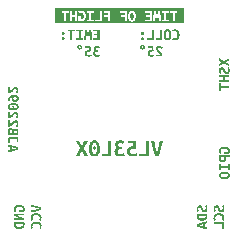
<source format=gbr>
G04 This is an RS-274x file exported by *
G04 gerbv version 2.8.2 *
G04 More information is available about gerbv at *
G04 https://gerbv.github.io/ *
G04 --End of header info--*
%MOIN*%
%FSLAX36Y36*%
%IPPOS*%
G04 --Define apertures--*
%ADD10C,0.0139*%
G04 --Start main section--*
G54D10*
G36*
G01X0680299Y0101799D02*
G01X0679999Y0102499D01*
G01X0679699Y0103199D01*
G01X0679399Y0103799D01*
G01X0679199Y0104399D01*
G01X0678899Y0104899D01*
G01X0678599Y0105399D01*
G01X0684199Y0107399D01*
G01X0684399Y0106899D01*
G01X0684699Y0106399D01*
G01X0684999Y0105799D01*
G01X0685299Y0105099D01*
G01X0685599Y0104399D01*
G01X0685799Y0103499D01*
G01X0686099Y0102599D01*
G01X0686399Y0101599D01*
G01X0686499Y0100399D01*
G01X0686699Y0099299D01*
G01X0686799Y0098099D01*
G01X0686799Y0096699D01*
G01X0686799Y0094499D01*
G01X0686599Y0092599D01*
G01X0686199Y0090999D01*
G01X0685699Y0089399D01*
G01X0685099Y0088099D01*
G01X0684199Y0087099D01*
G01X0683299Y0085999D01*
G01X0682199Y0085199D01*
G01X0680899Y0084699D01*
G01X0679699Y0084199D01*
G01X0678299Y0083899D01*
G01X0676699Y0083899D01*
G01X0675699Y0083899D01*
G01X0674799Y0083999D01*
G01X0673999Y0084099D01*
G01X0673299Y0084299D01*
G01X0672599Y0084499D01*
G01X0671899Y0084899D01*
G01X0671299Y0085199D01*
G01X0670799Y0085599D01*
G01X0670299Y0085899D01*
G01X0669799Y0086299D01*
G01X0669299Y0086699D01*
G01X0668899Y0087199D01*
G01X0668499Y0087699D01*
G01X0668099Y0088199D01*
G01X0667799Y0088799D01*
G01X0667399Y0089299D01*
G01X0667199Y0089899D01*
G01X0666899Y0090399D01*
G01X0666699Y0090999D01*
G01X0666399Y0091499D01*
G01X0666199Y0092099D01*
G01X0665999Y0092599D01*
G01X0665799Y0093199D01*
G01X0665599Y0093799D01*
G01X0665399Y0094099D01*
G01X0665299Y0094399D01*
G01X0665099Y0094799D01*
G01X0664999Y0095099D01*
G01X0664899Y0095499D01*
G01X0664699Y0095799D01*
G01X0664599Y0096199D01*
G01X0664399Y0096499D01*
G01X0664299Y0096899D01*
G01X0664099Y0097199D01*
G01X0663999Y0097499D01*
G01X0663799Y0097799D01*
G01X0663499Y0098099D01*
G01X0663299Y0098299D01*
G01X0663099Y0098599D01*
G01X0662899Y0098799D01*
G01X0662599Y0098999D01*
G01X0662399Y0099199D01*
G01X0662099Y0099399D01*
G01X0661799Y0099499D01*
G01X0661499Y0099599D01*
G01X0661299Y0099699D01*
G01X0660999Y0099699D01*
G01X0660699Y0099699D01*
G01X0659399Y0099699D01*
G01X0658399Y0099299D01*
G01X0657799Y0098399D01*
G01X0657099Y0097499D01*
G01X0656799Y0096099D01*
G01X0656799Y0094299D01*
G01X0656799Y0093499D01*
G01X0656799Y0092799D01*
G01X0656899Y0092199D01*
G01X0656999Y0091599D01*
G01X0657199Y0090999D01*
G01X0657399Y0090399D01*
G01X0657599Y0089899D01*
G01X0657799Y0089299D01*
G01X0657999Y0088799D01*
G01X0658199Y0088299D01*
G01X0658499Y0087799D01*
G01X0658799Y0087399D01*
G01X0653499Y0085399D01*
G01X0653199Y0085999D01*
G01X0652899Y0086599D01*
G01X0652599Y0087199D01*
G01X0652399Y0087899D01*
G01X0652099Y0088599D01*
G01X0651799Y0089399D01*
G01X0651499Y0090299D01*
G01X0651399Y0091099D01*
G01X0651299Y0092099D01*
G01X0651099Y0092999D01*
G01X0651099Y0093999D01*
G01X0651099Y0094999D01*
G01X0651099Y0096799D01*
G01X0651399Y0098399D01*
G01X0651799Y0099899D01*
G01X0652299Y0101299D01*
G01X0652999Y0102599D01*
G01X0653899Y0103599D01*
G01X0654799Y0104699D01*
G01X0655899Y0105499D01*
G01X0657099Y0105999D01*
G01X0658399Y0106499D01*
G01X0659799Y0106799D01*
G01X0661399Y0106799D01*
G01X0662199Y0106799D01*
G01X0662999Y0106699D01*
G01X0663699Y0106599D01*
G01X0664299Y0106499D01*
G01X0664899Y0106299D01*
G01X0665399Y0105999D01*
G01X0665999Y0105699D01*
G01X0666499Y0105299D01*
G01X0666899Y0104999D01*
G01X0667399Y0104599D01*
G01X0667799Y0104199D01*
G01X0668199Y0103799D01*
G01X0668499Y0103299D01*
G01X0668899Y0102799D01*
G01X0669199Y0102299D01*
G01X0669499Y0101799D01*
G01X0669799Y0101299D01*
G01X0669999Y0100699D01*
G01X0670199Y0100099D01*
G01X0670399Y0099599D01*
G01X0670599Y0098999D01*
G01X0670799Y0098499D01*
G01X0670999Y0097999D01*
G01X0671299Y0097499D01*
G01X0671399Y0097099D01*
G01X0671499Y0096699D01*
G01X0671699Y0096299D01*
G01X0671799Y0095899D01*
G01X0671999Y0095599D01*
G01X0672199Y0095099D01*
G01X0672399Y0094699D01*
G01X0672599Y0094299D01*
G01X0672799Y0093999D01*
G01X0672999Y0093599D01*
G01X0673099Y0093299D01*
G01X0673299Y0093099D01*
G01X0673499Y0092699D01*
G01X0673799Y0092399D01*
G01X0673999Y0092199D01*
G01X0674299Y0091899D01*
G01X0674599Y0091699D01*
G01X0674899Y0091499D01*
G01X0675099Y0091299D01*
G01X0675499Y0091199D01*
G01X0675799Y0091099D01*
G01X0676099Y0090999D01*
G01X0676499Y0090999D01*
G01X0676799Y0090999D01*
G01X0677099Y0090999D01*
G01X0677399Y0090999D01*
G01X0677599Y0091099D01*
G01X0677899Y0091099D01*
G01X0678199Y0091199D01*
G01X0678499Y0091299D01*
G01X0678799Y0091299D01*
G01X0678999Y0091399D01*
G01X0679199Y0091599D01*
G01X0679399Y0091699D01*
G01X0679699Y0091899D01*
G01X0679899Y0092199D01*
G01X0680099Y0092399D01*
G01X0680199Y0092699D01*
G01X0680399Y0092999D01*
G01X0680599Y0093299D01*
G01X0680699Y0093699D01*
G01X0680799Y0093999D01*
G01X0680999Y0094399D01*
G01X0681099Y0094799D01*
G01X0681099Y0095299D01*
G01X0681199Y0095799D01*
G01X0681299Y0096299D01*
G01X0681299Y0096899D01*
G01X0681199Y0097799D01*
G01X0681099Y0098699D01*
G01X0680899Y0099499D01*
G01X0680799Y0100299D01*
G01X0680599Y0101099D01*
G01X0680299Y0101799D01*
G01X0680299Y0101799D01*
G37*
G36*
G01X0660799Y0056699D02*
G01X0659699Y0056999D01*
G01X0658699Y0057399D01*
G01X0657799Y0057899D01*
G01X0656899Y0058399D01*
G01X0656099Y0058999D01*
G01X0655399Y0059699D01*
G01X0654699Y0060299D01*
G01X0654099Y0061099D01*
G01X0653599Y0061899D01*
G01X0653099Y0062699D01*
G01X0652599Y0063499D01*
G01X0652399Y0064399D01*
G01X0651999Y0065299D01*
G01X0651799Y0066299D01*
G01X0651599Y0067399D01*
G01X0651499Y0068399D01*
G01X0651399Y0069499D01*
G01X0651399Y0070699D01*
G01X0651399Y0071299D01*
G01X0651399Y0071899D01*
G01X0651399Y0072599D01*
G01X0651399Y0073199D01*
G01X0651499Y0073899D01*
G01X0651499Y0074599D01*
G01X0651599Y0075299D01*
G01X0651699Y0075999D01*
G01X0651799Y0076699D01*
G01X0651899Y0077399D01*
G01X0651999Y0078199D01*
G01X0652199Y0078999D01*
G01X0685799Y0078999D01*
G01X0685999Y0078299D01*
G01X0686099Y0077699D01*
G01X0686199Y0076999D01*
G01X0686399Y0076399D01*
G01X0686499Y0075799D01*
G01X0686499Y0075299D01*
G01X0686599Y0074699D01*
G01X0686599Y0074099D01*
G01X0686699Y0073499D01*
G01X0686699Y0072899D01*
G01X0686699Y0072299D01*
G01X0686699Y0071699D01*
G01X0686699Y0070499D01*
G01X0686599Y0069399D01*
G01X0686399Y0068299D01*
G01X0686299Y0067299D01*
G01X0685999Y0066299D01*
G01X0685699Y0065299D01*
G01X0685299Y0064299D01*
G01X0684899Y0063399D01*
G01X0684399Y0062599D01*
G01X0683899Y0061699D01*
G01X0683299Y0060999D01*
G01X0682599Y0060299D01*
G01X0681899Y0059599D01*
G01X0681099Y0058999D01*
G01X0680199Y0058399D01*
G01X0679299Y0057799D01*
G01X0678299Y0057399D01*
G01X0677199Y0056899D01*
G01X0676099Y0056499D01*
G01X0674899Y0056199D01*
G01X0673499Y0055999D01*
G01X0672099Y0055799D01*
G01X0670599Y0055699D01*
G01X0668999Y0055699D01*
G01X0667399Y0055599D01*
G01X0665899Y0055699D01*
G01X0664499Y0055899D01*
G01X0663199Y0055999D01*
G01X0661899Y0056299D01*
G01X0660799Y0056699D01*
G01X0660799Y0056699D01*
G37*
%LPC*%
G36*
G01X0657399Y0072099D02*
G01X0657299Y0071899D01*
G01X0657299Y0071799D01*
G01X0657199Y0071599D01*
G01X0657199Y0071399D01*
G01X0657199Y0071299D01*
G01X0657199Y0071099D01*
G01X0657199Y0070899D01*
G01X0657199Y0070699D01*
G01X0657199Y0070599D01*
G01X0657199Y0070399D01*
G01X0657199Y0070299D01*
G01X0657199Y0070099D01*
G01X0657199Y0069399D01*
G01X0657299Y0068699D01*
G01X0657399Y0068099D01*
G01X0657599Y0067399D01*
G01X0657799Y0066899D01*
G01X0658199Y0066399D01*
G01X0658499Y0065899D01*
G01X0658899Y0065499D01*
G01X0659399Y0065099D01*
G01X0659799Y0064799D01*
G01X0660299Y0064399D01*
G01X0660799Y0064199D01*
G01X0661399Y0063899D01*
G01X0661999Y0063599D01*
G01X0662599Y0063499D01*
G01X0663199Y0063299D01*
G01X0663899Y0063099D01*
G01X0664599Y0063099D01*
G01X0665299Y0062899D01*
G01X0665999Y0062799D01*
G01X0666699Y0062799D01*
G01X0667499Y0062799D01*
G01X0668199Y0062799D01*
G01X0668899Y0062799D01*
G01X0669699Y0062799D01*
G01X0670599Y0062799D01*
G01X0671399Y0062899D01*
G01X0672199Y0062999D01*
G01X0672899Y0063099D01*
G01X0673599Y0063199D01*
G01X0674299Y0063299D01*
G01X0674999Y0063499D01*
G01X0675599Y0063699D01*
G01X0676199Y0063999D01*
G01X0676799Y0064199D01*
G01X0677399Y0064599D01*
G01X0677899Y0064899D01*
G01X0678399Y0065299D01*
G01X0678799Y0065699D01*
G01X0679199Y0066099D01*
G01X0679499Y0066599D01*
G01X0679899Y0067099D01*
G01X0680099Y0067499D01*
G01X0680199Y0068099D01*
G01X0680399Y0068699D01*
G01X0680499Y0069299D01*
G01X0680599Y0070099D01*
G01X0680599Y0070799D01*
G01X0680599Y0070899D01*
G01X0680599Y0070999D01*
G01X0680599Y0071099D01*
G01X0680599Y0071199D01*
G01X0680599Y0071299D01*
G01X0680599Y0071399D01*
G01X0680599Y0071499D01*
G01X0680599Y0071599D01*
G01X0680599Y0071699D01*
G01X0680599Y0071799D01*
G01X0680599Y0071899D01*
G01X0680599Y0071899D01*
G01X0657399Y0071899D01*
G01X0657399Y0072099D01*
G37*
%LPD*%
G36*
G01X0686099Y0026799D02*
G01X0682799Y0027599D01*
G01X0679699Y0028299D01*
G01X0676599Y0029099D01*
G01X0673499Y0029899D01*
G01X0670599Y0030699D01*
G01X0667799Y0031499D01*
G01X0664899Y0032399D01*
G01X0662199Y0033199D01*
G01X0659499Y0033999D01*
G01X0656899Y0034799D01*
G01X0654299Y0035599D01*
G01X0651799Y0036399D01*
G01X0651799Y0043899D01*
G01X0654299Y0044699D01*
G01X0656899Y0045499D01*
G01X0659499Y0046299D01*
G01X0662199Y0047099D01*
G01X0664899Y0047899D01*
G01X0667599Y0048799D01*
G01X0670399Y0049599D01*
G01X0673399Y0050399D01*
G01X0676499Y0051299D01*
G01X0679499Y0052099D01*
G01X0682799Y0052899D01*
G01X0686099Y0053799D01*
G01X0686099Y0046699D01*
G01X0678199Y0045099D01*
G01X0678199Y0035999D01*
G01X0686099Y0034299D01*
G01X0686099Y0026799D01*
G01X0686099Y0026799D01*
G37*
%LPC*%
G36*
G01X0662099Y0039299D02*
G01X0662599Y0039199D01*
G01X0663199Y0038999D01*
G01X0663799Y0038899D01*
G01X0664399Y0038799D01*
G01X0664999Y0038599D01*
G01X0665599Y0038499D01*
G01X0666099Y0038299D01*
G01X0666699Y0038199D01*
G01X0667199Y0038099D01*
G01X0667799Y0037999D01*
G01X0668399Y0037799D01*
G01X0668999Y0037799D01*
G01X0669699Y0037699D01*
G01X0670199Y0037599D01*
G01X0670799Y0037499D01*
G01X0671399Y0037399D01*
G01X0671999Y0037199D01*
G01X0672599Y0037099D01*
G01X0672599Y0043799D01*
G01X0671999Y0043599D01*
G01X0671399Y0043499D01*
G01X0670799Y0043399D01*
G01X0670199Y0043299D01*
G01X0669699Y0043199D01*
G01X0668999Y0043099D01*
G01X0668499Y0042899D01*
G01X0667899Y0042799D01*
G01X0667299Y0042599D01*
G01X0666799Y0042499D01*
G01X0666199Y0042399D01*
G01X0665599Y0042199D01*
G01X0664999Y0042099D01*
G01X0664399Y0041899D01*
G01X0663899Y0041799D01*
G01X0663299Y0041699D01*
G01X0662699Y0041499D01*
G01X0662099Y0041399D01*
G01X0661499Y0041299D01*
G01X0660899Y0041099D01*
G01X0660299Y0040899D01*
G01X0659699Y0040699D01*
G01X0658999Y0040599D01*
G01X0658299Y0040399D01*
G01X0658999Y0040099D01*
G01X0659599Y0039899D01*
G01X0660199Y0039799D01*
G01X0660799Y0039599D01*
G01X0661499Y0039399D01*
G01X0662099Y0039299D01*
G01X0662099Y0039299D01*
G37*
%LPD*%
G36*
G01X0736699Y0101799D02*
G01X0736399Y0102499D01*
G01X0736099Y0103199D01*
G01X0735799Y0103799D01*
G01X0735599Y0104399D01*
G01X0735299Y0104899D01*
G01X0734999Y0105399D01*
G01X0740599Y0107399D01*
G01X0740799Y0106899D01*
G01X0741099Y0106399D01*
G01X0741399Y0105799D01*
G01X0741699Y0105099D01*
G01X0741899Y0104399D01*
G01X0742199Y0103499D01*
G01X0742499Y0102599D01*
G01X0742699Y0101599D01*
G01X0742899Y0100399D01*
G01X0743099Y0099299D01*
G01X0743199Y0098099D01*
G01X0743199Y0096699D01*
G01X0743199Y0094499D01*
G01X0742999Y0092599D01*
G01X0742599Y0090999D01*
G01X0742099Y0089399D01*
G01X0741499Y0088099D01*
G01X0740599Y0087099D01*
G01X0739699Y0085999D01*
G01X0738599Y0085199D01*
G01X0737299Y0084699D01*
G01X0736099Y0084199D01*
G01X0734699Y0083899D01*
G01X0733099Y0083899D01*
G01X0732099Y0083899D01*
G01X0731199Y0083999D01*
G01X0730399Y0084099D01*
G01X0729699Y0084299D01*
G01X0728999Y0084499D01*
G01X0728299Y0084899D01*
G01X0727699Y0085199D01*
G01X0727199Y0085599D01*
G01X0726699Y0085899D01*
G01X0726099Y0086299D01*
G01X0725699Y0086699D01*
G01X0725299Y0087199D01*
G01X0724899Y0087699D01*
G01X0724499Y0088199D01*
G01X0724199Y0088799D01*
G01X0723799Y0089299D01*
G01X0723499Y0089899D01*
G01X0723299Y0090399D01*
G01X0723099Y0090999D01*
G01X0722799Y0091499D01*
G01X0722599Y0092099D01*
G01X0722399Y0092599D01*
G01X0722199Y0093199D01*
G01X0721899Y0093799D01*
G01X0721799Y0094099D01*
G01X0721699Y0094399D01*
G01X0721499Y0094799D01*
G01X0721399Y0095099D01*
G01X0721299Y0095499D01*
G01X0721099Y0095799D01*
G01X0720999Y0096199D01*
G01X0720799Y0096499D01*
G01X0720699Y0096899D01*
G01X0720499Y0097199D01*
G01X0720299Y0097499D01*
G01X0720099Y0097799D01*
G01X0719899Y0098099D01*
G01X0719699Y0098299D01*
G01X0719499Y0098599D01*
G01X0719299Y0098799D01*
G01X0718999Y0098999D01*
G01X0718799Y0099199D01*
G01X0718499Y0099399D01*
G01X0718199Y0099499D01*
G01X0717899Y0099599D01*
G01X0717599Y0099699D01*
G01X0717399Y0099699D01*
G01X0717099Y0099699D01*
G01X0715799Y0099699D01*
G01X0714799Y0099299D01*
G01X0714199Y0098399D01*
G01X0713499Y0097499D01*
G01X0713199Y0096099D01*
G01X0713199Y0094299D01*
G01X0713199Y0093499D01*
G01X0713199Y0092799D01*
G01X0713299Y0092199D01*
G01X0713399Y0091599D01*
G01X0713499Y0090999D01*
G01X0713799Y0090399D01*
G01X0713999Y0089899D01*
G01X0714199Y0089299D01*
G01X0714399Y0088799D01*
G01X0714599Y0088299D01*
G01X0714899Y0087799D01*
G01X0715099Y0087399D01*
G01X0709899Y0085399D01*
G01X0709599Y0085999D01*
G01X0709299Y0086599D01*
G01X0708999Y0087199D01*
G01X0708799Y0087899D01*
G01X0708499Y0088599D01*
G01X0708199Y0089399D01*
G01X0707899Y0090299D01*
G01X0707699Y0091099D01*
G01X0707599Y0092099D01*
G01X0707499Y0092999D01*
G01X0707499Y0093999D01*
G01X0707499Y0094999D01*
G01X0707499Y0096799D01*
G01X0707699Y0098399D01*
G01X0708199Y0099899D01*
G01X0708699Y0101299D01*
G01X0709399Y0102599D01*
G01X0710299Y0103599D01*
G01X0711199Y0104699D01*
G01X0712299Y0105499D01*
G01X0713499Y0105999D01*
G01X0714799Y0106499D01*
G01X0716199Y0106799D01*
G01X0717799Y0106799D01*
G01X0718599Y0106799D01*
G01X0719399Y0106699D01*
G01X0720099Y0106599D01*
G01X0720699Y0106499D01*
G01X0721299Y0106299D01*
G01X0721799Y0105999D01*
G01X0722399Y0105699D01*
G01X0722799Y0105299D01*
G01X0723299Y0104999D01*
G01X0723799Y0104599D01*
G01X0724199Y0104199D01*
G01X0724599Y0103799D01*
G01X0724899Y0103299D01*
G01X0725299Y0102799D01*
G01X0725599Y0102299D01*
G01X0725899Y0101799D01*
G01X0726199Y0101299D01*
G01X0726399Y0100699D01*
G01X0726599Y0100099D01*
G01X0726799Y0099599D01*
G01X0726999Y0098999D01*
G01X0727199Y0098499D01*
G01X0727399Y0097999D01*
G01X0727599Y0097499D01*
G01X0727799Y0097099D01*
G01X0727899Y0096699D01*
G01X0728099Y0096299D01*
G01X0728199Y0095899D01*
G01X0728399Y0095599D01*
G01X0728599Y0095099D01*
G01X0728799Y0094699D01*
G01X0728999Y0094299D01*
G01X0729199Y0093999D01*
G01X0729299Y0093599D01*
G01X0729499Y0093299D01*
G01X0729699Y0093099D01*
G01X0729899Y0092699D01*
G01X0730199Y0092399D01*
G01X0730399Y0092199D01*
G01X0730699Y0091899D01*
G01X0730999Y0091699D01*
G01X0731299Y0091499D01*
G01X0731499Y0091299D01*
G01X0731799Y0091199D01*
G01X0732199Y0091099D01*
G01X0732499Y0090999D01*
G01X0732799Y0090999D01*
G01X0733199Y0090999D01*
G01X0733499Y0090999D01*
G01X0733799Y0090999D01*
G01X0733999Y0091099D01*
G01X0734299Y0091099D01*
G01X0734599Y0091199D01*
G01X0734899Y0091299D01*
G01X0735099Y0091299D01*
G01X0735399Y0091399D01*
G01X0735599Y0091599D01*
G01X0735799Y0091699D01*
G01X0735999Y0091899D01*
G01X0736299Y0092199D01*
G01X0736499Y0092399D01*
G01X0736599Y0092699D01*
G01X0736799Y0092999D01*
G01X0736899Y0093299D01*
G01X0737099Y0093699D01*
G01X0737199Y0093999D01*
G01X0737399Y0094399D01*
G01X0737499Y0094799D01*
G01X0737499Y0095299D01*
G01X0737599Y0095799D01*
G01X0737599Y0096299D01*
G01X0737599Y0096899D01*
G01X0737499Y0097799D01*
G01X0737399Y0098699D01*
G01X0737199Y0099499D01*
G01X0736999Y0100299D01*
G01X0736899Y0101099D01*
G01X0736699Y0101799D01*
G01X0736699Y0101799D01*
G37*
G36*
G01X0742399Y0059699D02*
G01X0742099Y0058899D01*
G01X0741799Y0058199D01*
G01X0741499Y0057499D01*
G01X0741299Y0056899D01*
G01X0740999Y0056299D01*
G01X0740699Y0055799D01*
G01X0735299Y0057499D01*
G01X0735499Y0057799D01*
G01X0735699Y0058299D01*
G01X0735899Y0058699D01*
G01X0736099Y0059199D01*
G01X0736299Y0059699D01*
G01X0736499Y0060299D01*
G01X0736699Y0060799D01*
G01X0736899Y0061499D01*
G01X0736999Y0062199D01*
G01X0736999Y0062999D01*
G01X0737099Y0063799D01*
G01X0737099Y0064699D01*
G01X0737099Y0066299D01*
G01X0736799Y0067599D01*
G01X0736299Y0068699D01*
G01X0735799Y0069799D01*
G01X0734999Y0070699D01*
G01X0733899Y0071399D01*
G01X0732799Y0072099D01*
G01X0731599Y0072599D01*
G01X0730099Y0072999D01*
G01X0728499Y0073299D01*
G01X0726799Y0073499D01*
G01X0724899Y0073499D01*
G01X0723799Y0073499D01*
G01X0722699Y0073399D01*
G01X0721799Y0073299D01*
G01X0720799Y0073199D01*
G01X0719899Y0072999D01*
G01X0719199Y0072799D01*
G01X0718399Y0072499D01*
G01X0717699Y0072199D01*
G01X0717099Y0071899D01*
G01X0716499Y0071599D01*
G01X0715999Y0071299D01*
G01X0715599Y0070799D01*
G01X0715099Y0070399D01*
G01X0714699Y0069999D01*
G01X0714399Y0069499D01*
G01X0714099Y0069099D01*
G01X0713799Y0068599D01*
G01X0713599Y0068099D01*
G01X0713399Y0067599D01*
G01X0713299Y0066999D01*
G01X0713199Y0066499D01*
G01X0713099Y0065999D01*
G01X0713099Y0065399D01*
G01X0713099Y0064899D01*
G01X0713099Y0064099D01*
G01X0713099Y0063399D01*
G01X0713199Y0062699D01*
G01X0713299Y0061999D01*
G01X0713399Y0061299D01*
G01X0713599Y0060699D01*
G01X0713799Y0060099D01*
G01X0713999Y0059499D01*
G01X0714299Y0058999D01*
G01X0714499Y0058499D01*
G01X0714699Y0058099D01*
G01X0714999Y0057599D01*
G01X0709599Y0055799D01*
G01X0709499Y0055999D01*
G01X0709399Y0056099D01*
G01X0709299Y0056299D01*
G01X0709199Y0056499D01*
G01X0708999Y0056699D01*
G01X0708899Y0056899D01*
G01X0708799Y0057199D01*
G01X0708599Y0057499D01*
G01X0708499Y0057799D01*
G01X0708299Y0058099D01*
G01X0708199Y0058399D01*
G01X0708099Y0058799D01*
G01X0707899Y0059099D01*
G01X0707799Y0059499D01*
G01X0707699Y0059999D01*
G01X0707499Y0060399D01*
G01X0707399Y0060899D01*
G01X0707399Y0061399D01*
G01X0707199Y0061899D01*
G01X0707199Y0062399D01*
G01X0707099Y0062999D01*
G01X0707099Y0063499D01*
G01X0707099Y0064099D01*
G01X0707099Y0064699D01*
G01X0707099Y0065799D01*
G01X0707199Y0066899D01*
G01X0707399Y0067999D01*
G01X0707599Y0068999D01*
G01X0707899Y0069999D01*
G01X0708299Y0070999D01*
G01X0708799Y0071899D01*
G01X0709199Y0072799D01*
G01X0709799Y0073699D01*
G01X0710399Y0074499D01*
G01X0710999Y0075299D01*
G01X0711799Y0075999D01*
G01X0712599Y0076699D01*
G01X0713399Y0077299D01*
G01X0714399Y0077799D01*
G01X0715299Y0078399D01*
G01X0716399Y0078799D01*
G01X0717499Y0079199D01*
G01X0718599Y0079599D01*
G01X0719799Y0079899D01*
G01X0721099Y0079999D01*
G01X0722299Y0080199D01*
G01X0723699Y0080299D01*
G01X0725099Y0080299D01*
G01X0727999Y0080299D01*
G01X0730499Y0079999D01*
G01X0732699Y0079299D01*
G01X0734999Y0078699D01*
G01X0736899Y0077699D01*
G01X0738499Y0076399D01*
G01X0739999Y0075099D01*
G01X0741199Y0073599D01*
G01X0741999Y0071699D01*
G01X0742799Y0069899D01*
G01X0743199Y0067699D01*
G01X0743199Y0065299D01*
G01X0743099Y0064299D01*
G01X0743099Y0063299D01*
G01X0742899Y0062399D01*
G01X0742799Y0061499D01*
G01X0742599Y0060599D01*
G01X0742399Y0059699D01*
G01X0742399Y0059699D01*
G37*
G36*
G01X0736699Y0028599D02*
G01X0736699Y0043299D01*
G01X0707899Y0043299D01*
G01X0707899Y0050299D01*
G01X0742399Y0050299D01*
G01X0742399Y0028599D01*
G01X0736699Y0028599D01*
G01X0736699Y0028599D01*
G37*
G36*
G01X0048099Y0088599D02*
G01X0048299Y0087999D01*
G01X0048499Y0087399D01*
G01X0048699Y0086899D01*
G01X0048899Y0086399D01*
G01X0049199Y0085999D01*
G01X0049399Y0085599D01*
G01X0043999Y0083799D01*
G01X0043999Y0083899D01*
G01X0043899Y0084099D01*
G01X0043699Y0084299D01*
G01X0043599Y0084399D01*
G01X0043499Y0084699D01*
G01X0043299Y0084899D01*
G01X0043199Y0085099D01*
G01X0043099Y0085299D01*
G01X0042899Y0085699D01*
G01X0042799Y0085999D01*
G01X0042599Y0086399D01*
G01X0042499Y0086799D01*
G01X0042399Y0087199D01*
G01X0042199Y0087599D01*
G01X0042099Y0088099D01*
G01X0041999Y0088499D01*
G01X0041899Y0088999D01*
G01X0041799Y0089599D01*
G01X0041699Y0090099D01*
G01X0041699Y0090699D01*
G01X0041599Y0091299D01*
G01X0041599Y0091899D01*
G01X0041499Y0092599D01*
G01X0041499Y0093199D01*
G01X0041499Y0094199D01*
G01X0041599Y0095199D01*
G01X0041799Y0096199D01*
G01X0041999Y0097199D01*
G01X0042299Y0098099D01*
G01X0042599Y0098999D01*
G01X0042999Y0099899D01*
G01X0043499Y0100799D01*
G01X0044099Y0101499D01*
G01X0044699Y0102299D01*
G01X0045299Y0103099D01*
G01X0046099Y0103799D01*
G01X0046899Y0104399D01*
G01X0047699Y0104999D01*
G01X0048699Y0105599D01*
G01X0049699Y0106099D01*
G01X0050699Y0106499D01*
G01X0051799Y0106899D01*
G01X0052899Y0107399D01*
G01X0054099Y0107599D01*
G01X0055399Y0107799D01*
G01X0056699Y0107999D01*
G01X0058099Y0108099D01*
G01X0059599Y0108099D01*
G01X0060999Y0108099D01*
G01X0062399Y0107999D01*
G01X0063699Y0107799D01*
G01X0064999Y0107699D01*
G01X0066299Y0107399D01*
G01X0067399Y0107099D01*
G01X0068499Y0106699D01*
G01X0069499Y0106299D01*
G01X0070399Y0105899D01*
G01X0071299Y0105399D01*
G01X0072199Y0104899D01*
G01X0072899Y0104299D01*
G01X0073699Y0103699D01*
G01X0074299Y0102999D01*
G01X0074899Y0102299D01*
G01X0075499Y0101599D01*
G01X0075899Y0100799D01*
G01X0076299Y0099899D01*
G01X0076599Y0098999D01*
G01X0076899Y0098099D01*
G01X0077099Y0097199D01*
G01X0077299Y0096199D01*
G01X0077399Y0095099D01*
G01X0077399Y0093999D01*
G01X0077399Y0092799D01*
G01X0077299Y0091599D01*
G01X0077199Y0090599D01*
G01X0077199Y0089499D01*
G01X0076999Y0088599D01*
G01X0076799Y0087799D01*
G01X0076599Y0086899D01*
G01X0076399Y0086199D01*
G01X0076299Y0085499D01*
G01X0076099Y0084899D01*
G01X0075999Y0084399D01*
G01X0075799Y0083999D01*
G01X0058599Y0083999D01*
G01X0058599Y0090799D01*
G01X0071099Y0090799D01*
G01X0071199Y0090999D01*
G01X0071199Y0091299D01*
G01X0071199Y0091499D01*
G01X0071299Y0091699D01*
G01X0071299Y0091899D01*
G01X0071299Y0092199D01*
G01X0071299Y0092399D01*
G01X0071299Y0092699D01*
G01X0071299Y0092899D01*
G01X0071299Y0093199D01*
G01X0071299Y0093399D01*
G01X0071299Y0093599D01*
G01X0071299Y0094899D01*
G01X0070999Y0095999D01*
G01X0070499Y0096899D01*
G01X0069999Y0097899D01*
G01X0069299Y0098699D01*
G01X0068299Y0099299D01*
G01X0067399Y0099899D01*
G01X0066099Y0100399D01*
G01X0064599Y0100699D01*
G01X0063099Y0101099D01*
G01X0061299Y0101299D01*
G01X0059299Y0101299D01*
G01X0058399Y0101299D01*
G01X0057599Y0101199D01*
G01X0056799Y0101099D01*
G01X0055999Y0101099D01*
G01X0055199Y0100999D01*
G01X0054399Y0100799D01*
G01X0053699Y0100699D01*
G01X0052999Y0100499D01*
G01X0052399Y0100199D01*
G01X0051699Y0099999D01*
G01X0051199Y0099699D01*
G01X0050699Y0099299D01*
G01X0050099Y0098999D01*
G01X0049699Y0098499D01*
G01X0049199Y0098099D01*
G01X0048799Y0097599D01*
G01X0048499Y0097099D01*
G01X0048199Y0096499D01*
G01X0047899Y0095999D01*
G01X0047699Y0095299D01*
G01X0047599Y0094699D01*
G01X0047399Y0093999D01*
G01X0047399Y0093199D01*
G01X0047399Y0092399D01*
G01X0047399Y0091699D01*
G01X0047499Y0091099D01*
G01X0047599Y0090499D01*
G01X0047699Y0089899D01*
G01X0047799Y0089199D01*
G01X0048099Y0088599D01*
G01X0048099Y0088599D01*
G37*
G36*
G01X0076699Y0056699D02*
G01X0042199Y0056699D01*
G01X0042199Y0062799D01*
G01X0063299Y0062799D01*
G01X0062599Y0063099D01*
G01X0061899Y0063399D01*
G01X0061099Y0063699D01*
G01X0060299Y0064099D01*
G01X0059499Y0064399D01*
G01X0058599Y0064899D01*
G01X0057699Y0065299D01*
G01X0056799Y0065699D01*
G01X0055899Y0066099D01*
G01X0054999Y0066599D01*
G01X0053999Y0067099D01*
G01X0053099Y0067599D01*
G01X0052099Y0068199D01*
G01X0051099Y0068699D01*
G01X0050199Y0069199D01*
G01X0049299Y0069699D01*
G01X0048299Y0070099D01*
G01X0047399Y0070699D01*
G01X0046399Y0071199D01*
G01X0045499Y0071699D01*
G01X0044599Y0072199D01*
G01X0043699Y0072699D01*
G01X0042799Y0073299D01*
G01X0042099Y0073799D01*
G01X0042099Y0079299D01*
G01X0076499Y0079299D01*
G01X0076499Y0073199D01*
G01X0053899Y0073199D01*
G01X0055799Y0072199D01*
G01X0057699Y0071099D01*
G01X0059599Y0070199D01*
G01X0061499Y0069199D01*
G01X0063399Y0068199D01*
G01X0065299Y0067199D01*
G01X0067199Y0066299D01*
G01X0069099Y0065499D01*
G01X0070999Y0064599D01*
G01X0072899Y0063799D01*
G01X0074799Y0062899D01*
G01X0076699Y0062099D01*
G01X0076699Y0056699D01*
G01X0076699Y0056699D01*
G37*
G36*
G01X0051499Y0028899D02*
G01X0050399Y0029199D01*
G01X0049399Y0029699D01*
G01X0048499Y0030199D01*
G01X0047599Y0030699D01*
G01X0046799Y0031299D01*
G01X0046099Y0031899D01*
G01X0045399Y0032599D01*
G01X0044799Y0033299D01*
G01X0044299Y0034099D01*
G01X0043799Y0034899D01*
G01X0043299Y0035799D01*
G01X0043099Y0036699D01*
G01X0042699Y0037599D01*
G01X0042499Y0038499D01*
G01X0042299Y0039599D01*
G01X0042199Y0040599D01*
G01X0042099Y0041699D01*
G01X0042099Y0042899D01*
G01X0042099Y0043499D01*
G01X0042099Y0044199D01*
G01X0042099Y0044799D01*
G01X0042099Y0045499D01*
G01X0042199Y0046099D01*
G01X0042199Y0046799D01*
G01X0042299Y0047499D01*
G01X0042399Y0048199D01*
G01X0042499Y0048899D01*
G01X0042599Y0049699D01*
G01X0042699Y0050399D01*
G01X0042899Y0051299D01*
G01X0076499Y0051299D01*
G01X0076699Y0050599D01*
G01X0076799Y0049899D01*
G01X0076899Y0049299D01*
G01X0076999Y0048599D01*
G01X0077199Y0048099D01*
G01X0077199Y0047499D01*
G01X0077299Y0046899D01*
G01X0077299Y0046399D01*
G01X0077299Y0045699D01*
G01X0077399Y0045099D01*
G01X0077399Y0044499D01*
G01X0077399Y0043899D01*
G01X0077399Y0042699D01*
G01X0077299Y0041599D01*
G01X0077099Y0040499D01*
G01X0076999Y0039499D01*
G01X0076699Y0038499D01*
G01X0076399Y0037499D01*
G01X0075999Y0036499D01*
G01X0075599Y0035599D01*
G01X0075099Y0034799D01*
G01X0074599Y0033999D01*
G01X0073999Y0033199D01*
G01X0073299Y0032499D01*
G01X0072599Y0031799D01*
G01X0071799Y0031199D01*
G01X0070899Y0030599D01*
G01X0069999Y0030099D01*
G01X0068999Y0029599D01*
G01X0067899Y0029199D01*
G01X0066799Y0028799D01*
G01X0065599Y0028399D01*
G01X0064199Y0028199D01*
G01X0062799Y0027999D01*
G01X0061299Y0027899D01*
G01X0059699Y0027899D01*
G01X0058099Y0027799D01*
G01X0056499Y0027899D01*
G01X0055199Y0028099D01*
G01X0053799Y0028299D01*
G01X0052599Y0028499D01*
G01X0051499Y0028899D01*
G01X0051499Y0028899D01*
G37*
%LPC*%
G36*
G01X0048099Y0044299D02*
G01X0047999Y0044199D01*
G01X0047999Y0043999D01*
G01X0047899Y0043799D01*
G01X0047899Y0043599D01*
G01X0047899Y0043499D01*
G01X0047899Y0043299D01*
G01X0047899Y0043099D01*
G01X0047899Y0042999D01*
G01X0047899Y0042799D01*
G01X0047899Y0042599D01*
G01X0047899Y0042499D01*
G01X0047899Y0042399D01*
G01X0047899Y0041599D01*
G01X0047999Y0040899D01*
G01X0048099Y0040299D01*
G01X0048299Y0039699D01*
G01X0048499Y0039099D01*
G01X0048899Y0038599D01*
G01X0049199Y0038099D01*
G01X0049599Y0037699D01*
G01X0050099Y0037299D01*
G01X0050499Y0036999D01*
G01X0050999Y0036699D01*
G01X0051499Y0036399D01*
G01X0052099Y0036099D01*
G01X0052699Y0035899D01*
G01X0053299Y0035699D01*
G01X0053899Y0035499D01*
G01X0054599Y0035299D01*
G01X0055299Y0035299D01*
G01X0055999Y0035099D01*
G01X0056699Y0035099D01*
G01X0057399Y0034999D01*
G01X0058199Y0034999D01*
G01X0058899Y0034999D01*
G01X0059599Y0034999D01*
G01X0060399Y0034999D01*
G01X0061299Y0034999D01*
G01X0061999Y0035099D01*
G01X0062799Y0035199D01*
G01X0063599Y0035299D01*
G01X0064299Y0035399D01*
G01X0064999Y0035599D01*
G01X0065699Y0035699D01*
G01X0066299Y0035999D01*
G01X0066899Y0036199D01*
G01X0067499Y0036499D01*
G01X0068099Y0036799D01*
G01X0068599Y0037199D01*
G01X0069099Y0037499D01*
G01X0069499Y0037999D01*
G01X0069899Y0038399D01*
G01X0070199Y0038799D01*
G01X0070599Y0039299D01*
G01X0070799Y0039899D01*
G01X0070999Y0040499D01*
G01X0071199Y0041099D01*
G01X0071299Y0041699D01*
G01X0071399Y0042399D01*
G01X0071399Y0043199D01*
G01X0071399Y0043299D01*
G01X0071399Y0043399D01*
G01X0071399Y0043499D01*
G01X0071399Y0043599D01*
G01X0071399Y0043699D01*
G01X0071399Y0043799D01*
G01X0071399Y0043799D01*
G01X0071399Y0043899D01*
G01X0071399Y0043999D01*
G01X0071399Y0044099D01*
G01X0071399Y0044199D01*
G01X0071399Y0044299D01*
G01X0048099Y0044299D01*
G01X0048099Y0044299D01*
G37*
%LPD*%
G36*
G01X0133099Y0092199D02*
G01X0131599Y0091699D01*
G01X0130099Y0091099D01*
G01X0128599Y0090599D01*
G01X0127099Y0090099D01*
G01X0125599Y0089699D01*
G01X0123999Y0089199D01*
G01X0122399Y0088699D01*
G01X0120899Y0088199D01*
G01X0119299Y0087699D01*
G01X0117799Y0087299D01*
G01X0116299Y0086799D01*
G01X0114899Y0086399D01*
G01X0113399Y0085999D01*
G01X0111899Y0085599D01*
G01X0110499Y0085199D01*
G01X0109099Y0084899D01*
G01X0107599Y0084499D01*
G01X0106299Y0084199D01*
G01X0104899Y0083799D01*
G01X0103499Y0083499D01*
G01X0102299Y0083199D01*
G01X0100999Y0082999D01*
G01X0099899Y0082699D01*
G01X0098799Y0082499D01*
G01X0098799Y0089699D01*
G01X0099699Y0089899D01*
G01X0100599Y0089999D01*
G01X0101699Y0090199D01*
G01X0102699Y0090399D01*
G01X0103799Y0090599D01*
G01X0104999Y0090799D01*
G01X0106199Y0090999D01*
G01X0107399Y0091299D01*
G01X0108599Y0091499D01*
G01X0109899Y0091799D01*
G01X0111099Y0091999D01*
G01X0112399Y0092199D01*
G01X0113599Y0092499D01*
G01X0114899Y0092799D01*
G01X0116099Y0093099D01*
G01X0117299Y0093299D01*
G01X0118499Y0093599D01*
G01X0119699Y0093899D01*
G01X0120899Y0094199D01*
G01X0121999Y0094499D01*
G01X0123099Y0094799D01*
G01X0124199Y0095099D01*
G01X0125299Y0095399D01*
G01X0126299Y0095699D01*
G01X0125299Y0095999D01*
G01X0124199Y0096299D01*
G01X0123099Y0096599D01*
G01X0121999Y0096899D01*
G01X0120899Y0097199D01*
G01X0119699Y0097499D01*
G01X0118499Y0097799D01*
G01X0117299Y0098099D01*
G01X0116099Y0098399D01*
G01X0114899Y0098699D01*
G01X0113599Y0098999D01*
G01X0112399Y0099199D01*
G01X0111099Y0099399D01*
G01X0109899Y0099699D01*
G01X0108599Y0099899D01*
G01X0107399Y0100199D01*
G01X0106299Y0100399D01*
G01X0105099Y0100699D01*
G01X0103999Y0100899D01*
G01X0102799Y0101099D01*
G01X0101799Y0101299D01*
G01X0100799Y0101499D01*
G01X0099799Y0101599D01*
G01X0098899Y0101699D01*
G01X0098899Y0108899D01*
G01X0099799Y0108799D01*
G01X0100799Y0108499D01*
G01X0101999Y0108299D01*
G01X0103199Y0107999D01*
G01X0104399Y0107699D01*
G01X0105799Y0107399D01*
G01X0107199Y0106999D01*
G01X0108699Y0106599D01*
G01X0110199Y0106199D01*
G01X0111699Y0105799D01*
G01X0113299Y0105399D01*
G01X0114899Y0104999D01*
G01X0116499Y0104599D01*
G01X0118099Y0104099D01*
G01X0119699Y0103699D01*
G01X0121299Y0103199D01*
G01X0122799Y0102699D01*
G01X0124399Y0102199D01*
G01X0125999Y0101699D01*
G01X0127599Y0101299D01*
G01X0128999Y0100799D01*
G01X0130499Y0100299D01*
G01X0131799Y0099899D01*
G01X0133099Y0099399D01*
G01X0133099Y0092199D01*
G01X0133099Y0092199D01*
G37*
G36*
G01X0133099Y0059699D02*
G01X0132799Y0058899D01*
G01X0132499Y0058199D01*
G01X0132199Y0057499D01*
G01X0131899Y0056899D01*
G01X0131699Y0056299D01*
G01X0131399Y0055799D01*
G01X0125999Y0057499D01*
G01X0126199Y0057799D01*
G01X0126399Y0058299D01*
G01X0126599Y0058699D01*
G01X0126799Y0059199D01*
G01X0126999Y0059699D01*
G01X0127199Y0060299D01*
G01X0127399Y0060799D01*
G01X0127599Y0061499D01*
G01X0127699Y0062199D01*
G01X0127699Y0062999D01*
G01X0127799Y0063799D01*
G01X0127799Y0064699D01*
G01X0127799Y0066299D01*
G01X0127499Y0067599D01*
G01X0126999Y0068699D01*
G01X0126499Y0069799D01*
G01X0125699Y0070699D01*
G01X0124599Y0071399D01*
G01X0123499Y0072099D01*
G01X0122299Y0072599D01*
G01X0120699Y0072999D01*
G01X0119199Y0073299D01*
G01X0117499Y0073499D01*
G01X0115599Y0073499D01*
G01X0114399Y0073499D01*
G01X0113399Y0073399D01*
G01X0112399Y0073299D01*
G01X0111499Y0073199D01*
G01X0110599Y0072999D01*
G01X0109899Y0072799D01*
G01X0109099Y0072499D01*
G01X0108399Y0072199D01*
G01X0107799Y0071899D01*
G01X0107199Y0071599D01*
G01X0106699Y0071299D01*
G01X0106299Y0070799D01*
G01X0105799Y0070399D01*
G01X0105399Y0069999D01*
G01X0105099Y0069499D01*
G01X0104799Y0069099D01*
G01X0104499Y0068599D01*
G01X0104299Y0068099D01*
G01X0104099Y0067599D01*
G01X0103999Y0066999D01*
G01X0103899Y0066499D01*
G01X0103799Y0065999D01*
G01X0103799Y0065399D01*
G01X0103799Y0064899D01*
G01X0103799Y0064099D01*
G01X0103799Y0063399D01*
G01X0103899Y0062699D01*
G01X0103999Y0061999D01*
G01X0104099Y0061299D01*
G01X0104299Y0060699D01*
G01X0104499Y0060099D01*
G01X0104699Y0059499D01*
G01X0104899Y0058999D01*
G01X0105199Y0058499D01*
G01X0105399Y0058099D01*
G01X0105699Y0057599D01*
G01X0100299Y0055799D01*
G01X0100199Y0055999D01*
G01X0100099Y0056099D01*
G01X0099999Y0056299D01*
G01X0099899Y0056499D01*
G01X0099699Y0056699D01*
G01X0099599Y0056899D01*
G01X0099399Y0057199D01*
G01X0099299Y0057499D01*
G01X0099199Y0057799D01*
G01X0098999Y0058099D01*
G01X0098899Y0058399D01*
G01X0098799Y0058799D01*
G01X0098599Y0059099D01*
G01X0098499Y0059499D01*
G01X0098399Y0059999D01*
G01X0098199Y0060399D01*
G01X0098099Y0060899D01*
G01X0098099Y0061399D01*
G01X0097899Y0061899D01*
G01X0097799Y0062399D01*
G01X0097799Y0062999D01*
G01X0097799Y0063499D01*
G01X0097799Y0064099D01*
G01X0097799Y0064699D01*
G01X0097799Y0065799D01*
G01X0097899Y0066899D01*
G01X0098099Y0067999D01*
G01X0098299Y0068999D01*
G01X0098599Y0069999D01*
G01X0098999Y0070999D01*
G01X0099399Y0071899D01*
G01X0099899Y0072799D01*
G01X0100499Y0073699D01*
G01X0101099Y0074499D01*
G01X0101699Y0075299D01*
G01X0102499Y0075999D01*
G01X0103299Y0076699D01*
G01X0104099Y0077299D01*
G01X0105099Y0077799D01*
G01X0105999Y0078399D01*
G01X0107099Y0078799D01*
G01X0108199Y0079199D01*
G01X0109299Y0079599D01*
G01X0110499Y0079899D01*
G01X0111799Y0079999D01*
G01X0112999Y0080199D01*
G01X0114399Y0080299D01*
G01X0115799Y0080299D01*
G01X0118699Y0080299D01*
G01X0121199Y0079999D01*
G01X0123399Y0079299D01*
G01X0125699Y0078699D01*
G01X0127599Y0077699D01*
G01X0129199Y0076399D01*
G01X0130699Y0075099D01*
G01X0131899Y0073599D01*
G01X0132699Y0071699D01*
G01X0133499Y0069899D01*
G01X0133899Y0067699D01*
G01X0133899Y0065299D01*
G01X0133799Y0064299D01*
G01X0133699Y0063299D01*
G01X0133599Y0062399D01*
G01X0133399Y0061499D01*
G01X0133299Y0060599D01*
G01X0133099Y0059699D01*
G01X0133099Y0059699D01*
G37*
G36*
G01X0133099Y0031899D02*
G01X0132799Y0031099D01*
G01X0132499Y0030399D01*
G01X0132199Y0029699D01*
G01X0131899Y0029099D01*
G01X0131699Y0028499D01*
G01X0131399Y0028099D01*
G01X0125999Y0029699D01*
G01X0126199Y0030099D01*
G01X0126399Y0030499D01*
G01X0126599Y0030999D01*
G01X0126799Y0031399D01*
G01X0126999Y0031899D01*
G01X0127199Y0032499D01*
G01X0127399Y0033099D01*
G01X0127599Y0033699D01*
G01X0127699Y0034499D01*
G01X0127699Y0035199D01*
G01X0127799Y0035999D01*
G01X0127799Y0036899D01*
G01X0127799Y0038499D01*
G01X0127499Y0039799D01*
G01X0126999Y0040899D01*
G01X0126499Y0041999D01*
G01X0125699Y0042899D01*
G01X0124599Y0043599D01*
G01X0123499Y0044299D01*
G01X0122299Y0044799D01*
G01X0120699Y0045199D01*
G01X0119199Y0045499D01*
G01X0117499Y0045699D01*
G01X0115599Y0045699D01*
G01X0114399Y0045699D01*
G01X0113399Y0045599D01*
G01X0112399Y0045499D01*
G01X0111499Y0045399D01*
G01X0110599Y0045199D01*
G01X0109899Y0044999D01*
G01X0109099Y0044699D01*
G01X0108399Y0044399D01*
G01X0107799Y0044099D01*
G01X0107199Y0043799D01*
G01X0106699Y0043499D01*
G01X0106299Y0043099D01*
G01X0105799Y0042599D01*
G01X0105399Y0042199D01*
G01X0105099Y0041799D01*
G01X0104799Y0041299D01*
G01X0104499Y0040799D01*
G01X0104299Y0040299D01*
G01X0104099Y0039799D01*
G01X0103999Y0039299D01*
G01X0103899Y0038699D01*
G01X0103799Y0038199D01*
G01X0103799Y0037599D01*
G01X0103799Y0037099D01*
G01X0103799Y0036299D01*
G01X0103799Y0035599D01*
G01X0103899Y0034899D01*
G01X0103999Y0034199D01*
G01X0104099Y0033499D01*
G01X0104299Y0032899D01*
G01X0104499Y0032299D01*
G01X0104699Y0031699D01*
G01X0104899Y0031199D01*
G01X0105199Y0030699D01*
G01X0105399Y0030299D01*
G01X0105699Y0029899D01*
G01X0100299Y0028099D01*
G01X0100199Y0028199D01*
G01X0100099Y0028399D01*
G01X0099999Y0028599D01*
G01X0099899Y0028799D01*
G01X0099699Y0028999D01*
G01X0099599Y0029199D01*
G01X0099399Y0029399D01*
G01X0099299Y0029699D01*
G01X0099199Y0029999D01*
G01X0098999Y0030299D01*
G01X0098899Y0030599D01*
G01X0098799Y0030999D01*
G01X0098599Y0031299D01*
G01X0098499Y0031699D01*
G01X0098399Y0032199D01*
G01X0098199Y0032599D01*
G01X0098099Y0033099D01*
G01X0098099Y0033599D01*
G01X0097899Y0034099D01*
G01X0097799Y0034599D01*
G01X0097799Y0035199D01*
G01X0097799Y0035699D01*
G01X0097799Y0036299D01*
G01X0097799Y0036899D01*
G01X0097799Y0038099D01*
G01X0097899Y0039099D01*
G01X0098099Y0040199D01*
G01X0098299Y0041199D01*
G01X0098599Y0042199D01*
G01X0098999Y0043199D01*
G01X0099399Y0044199D01*
G01X0099899Y0045099D01*
G01X0100499Y0045899D01*
G01X0101099Y0046699D01*
G01X0101699Y0047499D01*
G01X0102499Y0048199D01*
G01X0103299Y0048899D01*
G01X0104099Y0049499D01*
G01X0105099Y0050099D01*
G01X0105999Y0050599D01*
G01X0107099Y0050999D01*
G01X0108199Y0051399D01*
G01X0109299Y0051799D01*
G01X0110499Y0052099D01*
G01X0111799Y0052299D01*
G01X0112999Y0052399D01*
G01X0114399Y0052499D01*
G01X0115799Y0052499D01*
G01X0118699Y0052499D01*
G01X0121199Y0052199D01*
G01X0123399Y0051499D01*
G01X0125699Y0050899D01*
G01X0127599Y0049899D01*
G01X0129199Y0048599D01*
G01X0130699Y0047399D01*
G01X0131899Y0045799D01*
G01X0132699Y0043899D01*
G01X0133499Y0042099D01*
G01X0133899Y0039899D01*
G01X0133899Y0037499D01*
G01X0133799Y0036499D01*
G01X0133699Y0035599D01*
G01X0133599Y0034599D01*
G01X0133399Y0033699D01*
G01X0133299Y0032799D01*
G01X0133099Y0031899D01*
G01X0133099Y0031899D01*
G37*
G36*
G01X0760099Y0570699D02*
G01X0759699Y0570899D01*
G01X0759099Y0571099D01*
G01X0758499Y0571399D01*
G01X0757899Y0571599D01*
G01X0757199Y0571899D01*
G01X0756499Y0572199D01*
G01X0755799Y0572599D01*
G01X0755099Y0572899D01*
G01X0754299Y0573299D01*
G01X0753599Y0573599D01*
G01X0752799Y0573999D01*
G01X0751899Y0574399D01*
G01X0751099Y0574899D01*
G01X0750299Y0575299D01*
G01X0749399Y0575699D01*
G01X0748599Y0576099D01*
G01X0747699Y0576599D01*
G01X0746799Y0577099D01*
G01X0745999Y0577599D01*
G01X0745099Y0578099D01*
G01X0744299Y0578499D01*
G01X0743499Y0578999D01*
G01X0742599Y0579499D01*
G01X0741799Y0579999D01*
G01X0725699Y0571299D01*
G01X0725699Y0578199D01*
G01X0736699Y0583899D01*
G01X0725699Y0589299D01*
G01X0725699Y0596699D01*
G01X0741899Y0587599D01*
G01X0742799Y0588099D01*
G01X0743599Y0588499D01*
G01X0744399Y0588999D01*
G01X0745199Y0589399D01*
G01X0745999Y0589899D01*
G01X0746899Y0590399D01*
G01X0747799Y0590899D01*
G01X0748699Y0591399D01*
G01X0749499Y0591899D01*
G01X0750399Y0592299D01*
G01X0751199Y0592799D01*
G01X0751899Y0593199D01*
G01X0752699Y0593599D01*
G01X0753499Y0593999D01*
G01X0754299Y0594399D01*
G01X0755099Y0594799D01*
G01X0755799Y0595199D01*
G01X0756499Y0595599D01*
G01X0757199Y0595899D01*
G01X0757899Y0596199D01*
G01X0758499Y0596499D01*
G01X0759099Y0596799D01*
G01X0759699Y0596999D01*
G01X0760099Y0597199D01*
G01X0760099Y0589899D01*
G01X0759199Y0589399D01*
G01X0758199Y0588999D01*
G01X0757099Y0588599D01*
G01X0755999Y0588099D01*
G01X0754899Y0587599D01*
G01X0753799Y0587099D01*
G01X0752599Y0586499D01*
G01X0751399Y0585999D01*
G01X0750299Y0585499D01*
G01X0749199Y0584999D01*
G01X0748099Y0584399D01*
G01X0746899Y0583899D01*
G01X0748099Y0583299D01*
G01X0749299Y0582799D01*
G01X0750399Y0582199D01*
G01X0751599Y0581699D01*
G01X0752699Y0581199D01*
G01X0753899Y0580699D01*
G01X0755099Y0580199D01*
G01X0756199Y0579699D01*
G01X0757199Y0579299D01*
G01X0758299Y0578799D01*
G01X0759199Y0578399D01*
G01X0760099Y0578099D01*
G01X0760099Y0570699D01*
G01X0760099Y0570699D01*
G37*
G36*
G01X0754299Y0562199D02*
G01X0753999Y0562899D01*
G01X0753799Y0563599D01*
G01X0753499Y0564199D01*
G01X0753199Y0564799D01*
G01X0752899Y0565299D01*
G01X0752599Y0565799D01*
G01X0758199Y0567799D01*
G01X0758499Y0567399D01*
G01X0758799Y0566799D01*
G01X0758999Y0566199D01*
G01X0759299Y0565599D01*
G01X0759599Y0564799D01*
G01X0759899Y0563899D01*
G01X0760099Y0562999D01*
G01X0760399Y0561999D01*
G01X0760599Y0560899D01*
G01X0760699Y0559699D01*
G01X0760799Y0558499D01*
G01X0760799Y0557099D01*
G01X0760799Y0554899D01*
G01X0760599Y0553099D01*
G01X0760199Y0551499D01*
G01X0759799Y0549899D01*
G01X0759099Y0548499D01*
G01X0758199Y0547499D01*
G01X0757299Y0546499D01*
G01X0756199Y0545699D01*
G01X0754999Y0545099D01*
G01X0753699Y0544599D01*
G01X0752299Y0544299D01*
G01X0750699Y0544299D01*
G01X0749699Y0544299D01*
G01X0748899Y0544399D01*
G01X0748099Y0544499D01*
G01X0747299Y0544699D01*
G01X0746599Y0544899D01*
G01X0745999Y0545299D01*
G01X0745299Y0545599D01*
G01X0744799Y0545999D01*
G01X0744299Y0546399D01*
G01X0743799Y0546699D01*
G01X0743299Y0547199D01*
G01X0742899Y0547599D01*
G01X0742499Y0548099D01*
G01X0742099Y0548599D01*
G01X0741799Y0549199D01*
G01X0741499Y0549699D01*
G01X0741199Y0550299D01*
G01X0740999Y0550799D01*
G01X0740699Y0551399D01*
G01X0740499Y0551899D01*
G01X0740199Y0552499D01*
G01X0739999Y0553099D01*
G01X0739799Y0553599D01*
G01X0739599Y0554199D01*
G01X0739399Y0554499D01*
G01X0739299Y0554899D01*
G01X0739199Y0555199D01*
G01X0738999Y0555599D01*
G01X0738899Y0555899D01*
G01X0738799Y0556299D01*
G01X0738599Y0556599D01*
G01X0738499Y0556899D01*
G01X0738299Y0557299D01*
G01X0738199Y0557599D01*
G01X0737999Y0557899D01*
G01X0737799Y0558199D01*
G01X0737599Y0558499D01*
G01X0737399Y0558799D01*
G01X0737099Y0558999D01*
G01X0736899Y0559199D01*
G01X0736699Y0559399D01*
G01X0736399Y0559599D01*
G01X0736099Y0559799D01*
G01X0735799Y0559899D01*
G01X0735599Y0559999D01*
G01X0735299Y0560099D01*
G01X0734999Y0560099D01*
G01X0734699Y0560099D01*
G01X0733399Y0560099D01*
G01X0732399Y0559699D01*
G01X0731799Y0558799D01*
G01X0731099Y0557899D01*
G01X0730799Y0556499D01*
G01X0730799Y0554699D01*
G01X0730799Y0553999D01*
G01X0730899Y0553299D01*
G01X0730999Y0552599D01*
G01X0730999Y0551999D01*
G01X0731199Y0551399D01*
G01X0731399Y0550799D01*
G01X0731599Y0550299D01*
G01X0731799Y0549699D01*
G01X0731999Y0549199D01*
G01X0732299Y0548699D01*
G01X0732499Y0548199D01*
G01X0732799Y0547799D01*
G01X0727499Y0545799D01*
G01X0727199Y0546399D01*
G01X0726899Y0546999D01*
G01X0726699Y0547599D01*
G01X0726399Y0548299D01*
G01X0726099Y0548999D01*
G01X0725799Y0549899D01*
G01X0725599Y0550699D01*
G01X0725399Y0551599D01*
G01X0725299Y0552499D01*
G01X0725199Y0553399D01*
G01X0725099Y0554399D01*
G01X0725099Y0555399D01*
G01X0725099Y0557199D01*
G01X0725399Y0558899D01*
G01X0725899Y0560299D01*
G01X0726299Y0561699D01*
G01X0726999Y0562999D01*
G01X0727899Y0563999D01*
G01X0728799Y0565099D01*
G01X0729899Y0565899D01*
G01X0731099Y0566399D01*
G01X0732399Y0566899D01*
G01X0733799Y0567199D01*
G01X0735399Y0567199D01*
G01X0736299Y0567199D01*
G01X0736999Y0567199D01*
G01X0737699Y0566999D01*
G01X0738399Y0566899D01*
G01X0738999Y0566699D01*
G01X0739399Y0566399D01*
G01X0739999Y0566099D01*
G01X0740499Y0565799D01*
G01X0740899Y0565399D01*
G01X0741399Y0564999D01*
G01X0741799Y0564599D01*
G01X0742199Y0564199D01*
G01X0742599Y0563699D01*
G01X0742899Y0563199D01*
G01X0743199Y0562699D01*
G01X0743499Y0562199D01*
G01X0743799Y0561699D01*
G01X0743999Y0561099D01*
G01X0744199Y0560599D01*
G01X0744399Y0559999D01*
G01X0744699Y0559499D01*
G01X0744899Y0558899D01*
G01X0745099Y0558399D01*
G01X0745299Y0557899D01*
G01X0745399Y0557499D01*
G01X0745599Y0557099D01*
G01X0745699Y0556699D01*
G01X0745899Y0556399D01*
G01X0745999Y0555999D01*
G01X0746299Y0555599D01*
G01X0746499Y0555099D01*
G01X0746599Y0554799D01*
G01X0746799Y0554399D01*
G01X0746999Y0554099D01*
G01X0747199Y0553799D01*
G01X0747399Y0553499D01*
G01X0747599Y0553099D01*
G01X0747799Y0552799D01*
G01X0748099Y0552599D01*
G01X0748299Y0552399D01*
G01X0748599Y0552199D01*
G01X0748899Y0551899D01*
G01X0749199Y0551699D01*
G01X0749499Y0551599D01*
G01X0749799Y0551499D01*
G01X0750099Y0551399D01*
G01X0750499Y0551399D01*
G01X0750799Y0551399D01*
G01X0751099Y0551399D01*
G01X0751399Y0551399D01*
G01X0751699Y0551499D01*
G01X0751899Y0551499D01*
G01X0752199Y0551599D01*
G01X0752499Y0551699D01*
G01X0752799Y0551699D01*
G01X0752999Y0551799D01*
G01X0753199Y0551999D01*
G01X0753499Y0552199D01*
G01X0753699Y0552399D01*
G01X0753899Y0552599D01*
G01X0754099Y0552799D01*
G01X0754299Y0553099D01*
G01X0754399Y0553399D01*
G01X0754599Y0553799D01*
G01X0754699Y0554099D01*
G01X0754899Y0554399D01*
G01X0754999Y0554799D01*
G01X0755099Y0555199D01*
G01X0755199Y0555699D01*
G01X0755199Y0556199D01*
G01X0755299Y0556699D01*
G01X0755299Y0557399D01*
G01X0755199Y0558299D01*
G01X0755099Y0559099D01*
G01X0754899Y0559899D01*
G01X0754799Y0560799D01*
G01X0754599Y0561499D01*
G01X0754299Y0562199D01*
G01X0754299Y0562199D01*
G37*
G36*
G01X0725699Y0523899D02*
G01X0739299Y0523899D01*
G01X0739299Y0533099D01*
G01X0725699Y0533099D01*
G01X0725699Y0539899D01*
G01X0760099Y0539899D01*
G01X0760099Y0533099D01*
G01X0744999Y0533099D01*
G01X0744999Y0523899D01*
G01X0760099Y0523899D01*
G01X0760099Y0517099D01*
G01X0725699Y0517099D01*
G01X0725699Y0523899D01*
G01X0725699Y0523899D01*
G37*
G36*
G01X0725699Y0513199D02*
G01X0731399Y0513199D01*
G01X0731399Y0504199D01*
G01X0760099Y0504199D01*
G01X0760099Y0497199D01*
G01X0731399Y0497199D01*
G01X0731399Y0488199D01*
G01X0725699Y0488199D01*
G01X0725699Y0513199D01*
G01X0725699Y0513199D01*
G37*
G36*
G01X0732199Y0282799D02*
G01X0732399Y0282199D01*
G01X0732599Y0281599D01*
G01X0732899Y0281099D01*
G01X0733099Y0280599D01*
G01X0733299Y0280099D01*
G01X0733599Y0279699D01*
G01X0728199Y0277899D01*
G01X0728099Y0278099D01*
G01X0727999Y0278199D01*
G01X0727899Y0278399D01*
G01X0727799Y0278599D01*
G01X0727599Y0278799D01*
G01X0727499Y0278999D01*
G01X0727399Y0279199D01*
G01X0727199Y0279499D01*
G01X0727099Y0279799D01*
G01X0726899Y0280199D01*
G01X0726799Y0280599D01*
G01X0726699Y0280999D01*
G01X0726499Y0281399D01*
G01X0726399Y0281799D01*
G01X0726299Y0282299D01*
G01X0726099Y0282699D01*
G01X0725999Y0283199D01*
G01X0725999Y0283799D01*
G01X0725799Y0284299D01*
G01X0725799Y0284899D01*
G01X0725699Y0285499D01*
G01X0725699Y0285999D01*
G01X0725699Y0286699D01*
G01X0725699Y0287399D01*
G01X0725699Y0288399D01*
G01X0725799Y0289399D01*
G01X0725999Y0290399D01*
G01X0726199Y0291399D01*
G01X0726499Y0292299D01*
G01X0726799Y0293199D01*
G01X0727199Y0294099D01*
G01X0727599Y0294899D01*
G01X0728199Y0295699D01*
G01X0728799Y0296499D01*
G01X0729499Y0297199D01*
G01X0730299Y0297899D01*
G01X0730999Y0298599D01*
G01X0731899Y0299199D01*
G01X0732899Y0299699D01*
G01X0733799Y0300199D01*
G01X0734899Y0300699D01*
G01X0735999Y0301099D01*
G01X0737099Y0301499D01*
G01X0738299Y0301799D01*
G01X0739599Y0301999D01*
G01X0740899Y0302199D01*
G01X0742299Y0302199D01*
G01X0743799Y0302199D01*
G01X0745199Y0302199D01*
G01X0746599Y0302199D01*
G01X0747899Y0301999D01*
G01X0749199Y0301799D01*
G01X0750399Y0301599D01*
G01X0751499Y0301299D01*
G01X0752599Y0300899D01*
G01X0753599Y0300499D01*
G01X0754599Y0299999D01*
G01X0755499Y0299499D01*
G01X0756299Y0298999D01*
G01X0757099Y0298499D01*
G01X0757799Y0297799D01*
G01X0758499Y0297199D01*
G01X0759099Y0296499D01*
G01X0759599Y0295699D01*
G01X0760099Y0294899D01*
G01X0760399Y0293999D01*
G01X0760799Y0293199D01*
G01X0760999Y0292299D01*
G01X0761199Y0291299D01*
G01X0761399Y0290299D01*
G01X0761499Y0289299D01*
G01X0761499Y0288199D01*
G01X0761499Y0286899D01*
G01X0761499Y0285799D01*
G01X0761399Y0284799D01*
G01X0761299Y0283699D01*
G01X0761199Y0282799D01*
G01X0760999Y0281899D01*
G01X0760799Y0281099D01*
G01X0760599Y0280299D01*
G01X0760399Y0279699D01*
G01X0760299Y0279099D01*
G01X0760099Y0278499D01*
G01X0759999Y0278199D01*
G01X0742799Y0278199D01*
G01X0742799Y0284999D01*
G01X0755299Y0284999D01*
G01X0755299Y0285199D01*
G01X0755399Y0285399D01*
G01X0755399Y0285599D01*
G01X0755399Y0285899D01*
G01X0755399Y0286099D01*
G01X0755399Y0286399D01*
G01X0755399Y0286599D01*
G01X0755399Y0286799D01*
G01X0755399Y0287099D01*
G01X0755399Y0287299D01*
G01X0755399Y0287599D01*
G01X0755399Y0287799D01*
G01X0755399Y0288999D01*
G01X0755199Y0290099D01*
G01X0754699Y0291099D01*
G01X0754199Y0291999D01*
G01X0753499Y0292799D01*
G01X0752499Y0293499D01*
G01X0751499Y0294099D01*
G01X0750299Y0294599D01*
G01X0748799Y0294899D01*
G01X0747299Y0295199D01*
G01X0745499Y0295399D01*
G01X0743499Y0295399D01*
G01X0742599Y0295399D01*
G01X0741699Y0295399D01*
G01X0740899Y0295299D01*
G01X0740099Y0295199D01*
G01X0739399Y0295099D01*
G01X0738599Y0294999D01*
G01X0737799Y0294899D01*
G01X0737199Y0294699D01*
G01X0736499Y0294399D01*
G01X0735899Y0294099D01*
G01X0735299Y0293799D01*
G01X0734899Y0293499D01*
G01X0734299Y0293099D01*
G01X0733799Y0292699D01*
G01X0733399Y0292199D01*
G01X0732999Y0291799D01*
G01X0732599Y0291299D01*
G01X0732399Y0290699D01*
G01X0732099Y0290099D01*
G01X0731899Y0289499D01*
G01X0731699Y0288799D01*
G01X0731599Y0288099D01*
G01X0731499Y0287399D01*
G01X0731499Y0286499D01*
G01X0731599Y0285799D01*
G01X0731699Y0285199D01*
G01X0731799Y0284499D01*
G01X0731899Y0283899D01*
G01X0731999Y0283299D01*
G01X0732199Y0282799D01*
G01X0732199Y0282799D01*
G37*
G36*
G01X0726099Y0265699D02*
G01X0726099Y0266099D01*
G01X0726099Y0266499D01*
G01X0726199Y0266899D01*
G01X0726199Y0267399D01*
G01X0726299Y0267799D01*
G01X0726299Y0268199D01*
G01X0726299Y0268599D01*
G01X0726299Y0268999D01*
G01X0726299Y0269399D01*
G01X0726399Y0269899D01*
G01X0726499Y0270299D01*
G01X0726499Y0270699D01*
G01X0726599Y0271099D01*
G01X0726699Y0271499D01*
G01X0726699Y0271899D01*
G01X0726799Y0272199D01*
G01X0726899Y0272599D01*
G01X0726899Y0272899D01*
G01X0760799Y0272899D01*
G01X0760799Y0266099D01*
G01X0749199Y0266099D01*
G01X0749199Y0263599D01*
G01X0749199Y0261399D01*
G01X0748899Y0259399D01*
G01X0748499Y0257699D01*
G01X0747999Y0255999D01*
G01X0747299Y0254499D01*
G01X0746399Y0253299D01*
G01X0745499Y0252199D01*
G01X0744299Y0251299D01*
G01X0742799Y0250599D01*
G01X0741299Y0249999D01*
G01X0739499Y0249699D01*
G01X0737499Y0249699D01*
G01X0735499Y0249699D01*
G01X0733699Y0249999D01*
G01X0732199Y0250599D01*
G01X0730799Y0251299D01*
G01X0729599Y0252199D01*
G01X0728799Y0253299D01*
G01X0727899Y0254499D01*
G01X0727299Y0255999D01*
G01X0726799Y0257699D01*
G01X0726399Y0259399D01*
G01X0726099Y0261299D01*
G01X0726099Y0263499D01*
G01X0726099Y0263799D01*
G01X0726099Y0264199D01*
G01X0726099Y0264499D01*
G01X0726099Y0264899D01*
G01X0726099Y0265299D01*
G01X0726099Y0265699D01*
G01X0726099Y0265699D01*
G37*
%LPC*%
G36*
G01X0733199Y0258299D02*
G01X0733599Y0257799D01*
G01X0734199Y0257399D01*
G01X0734899Y0257099D01*
G01X0735599Y0256799D01*
G01X0736499Y0256699D01*
G01X0737499Y0256699D01*
G01X0738499Y0256699D01*
G01X0739399Y0256799D01*
G01X0740199Y0257099D01*
G01X0740899Y0257399D01*
G01X0741499Y0257799D01*
G01X0741899Y0258299D01*
G01X0742399Y0258899D01*
G01X0742699Y0259599D01*
G01X0742899Y0260399D01*
G01X0743099Y0261299D01*
G01X0743199Y0262199D01*
G01X0743199Y0263299D01*
G01X0743199Y0266099D01*
G01X0732099Y0266099D01*
G01X0731999Y0265899D01*
G01X0731999Y0265699D01*
G01X0731999Y0265399D01*
G01X0731899Y0265099D01*
G01X0731899Y0264799D01*
G01X0731899Y0264399D01*
G01X0731899Y0264099D01*
G01X0731899Y0263799D01*
G01X0731899Y0263499D01*
G01X0731899Y0263199D01*
G01X0731899Y0262999D01*
G01X0731899Y0262799D01*
G01X0731899Y0261899D01*
G01X0731999Y0260999D01*
G01X0732299Y0260299D01*
G01X0732499Y0259499D01*
G01X0732799Y0258899D01*
G01X0733199Y0258299D01*
G01X0733199Y0258299D01*
G37*
%LPD*%
G36*
G01X0760799Y0223299D02*
G01X0755099Y0223299D01*
G01X0755099Y0230799D01*
G01X0732099Y0230799D01*
G01X0732099Y0223299D01*
G01X0726399Y0223299D01*
G01X0726399Y0245099D01*
G01X0732099Y0245099D01*
G01X0732099Y0237599D01*
G01X0755099Y0237599D01*
G01X0755099Y0245099D01*
G01X0760799Y0245099D01*
G01X0760799Y0223299D01*
G01X0760799Y0223299D01*
G37*
G36*
G01X0757099Y0215699D02*
G01X0758599Y0214699D01*
G01X0759799Y0213299D01*
G01X0760499Y0211799D01*
G01X0761299Y0210199D01*
G01X0761699Y0208399D01*
G01X0761699Y0206399D01*
G01X0761699Y0204399D01*
G01X0761299Y0202699D01*
G01X0760499Y0201199D01*
G01X0759799Y0199699D01*
G01X0758599Y0198299D01*
G01X0757099Y0197199D01*
G01X0755599Y0196199D01*
G01X0753699Y0195399D01*
G01X0751399Y0194799D01*
G01X0749199Y0194299D01*
G01X0746599Y0193999D01*
G01X0743599Y0193999D01*
G01X0740599Y0193999D01*
G01X0737999Y0194299D01*
G01X0735799Y0194799D01*
G01X0733499Y0195399D01*
G01X0731699Y0196199D01*
G01X0730099Y0197199D01*
G01X0728599Y0198299D01*
G01X0727499Y0199499D01*
G01X0726699Y0201099D01*
G01X0725899Y0202599D01*
G01X0725599Y0204399D01*
G01X0725599Y0206399D01*
G01X0725599Y0208299D01*
G01X0725899Y0210099D01*
G01X0726699Y0211599D01*
G01X0727499Y0213099D01*
G01X0728599Y0214399D01*
G01X0730099Y0215599D01*
G01X0731699Y0216699D01*
G01X0733499Y0217499D01*
G01X0735799Y0218099D01*
G01X0737999Y0218599D01*
G01X0740599Y0218899D01*
G01X0743599Y0218899D01*
G01X0746599Y0218899D01*
G01X0749199Y0218599D01*
G01X0751399Y0218099D01*
G01X0753699Y0217499D01*
G01X0755599Y0216699D01*
G01X0757099Y0215699D01*
G01X0757099Y0215699D01*
G37*
%LPC*%
G36*
G01X0738899Y0211799D02*
G01X0738199Y0211699D01*
G01X0737499Y0211599D01*
G01X0736899Y0211499D01*
G01X0736199Y0211399D01*
G01X0735599Y0211199D01*
G01X0735099Y0210999D01*
G01X0734599Y0210799D01*
G01X0734099Y0210499D01*
G01X0733699Y0210199D01*
G01X0733199Y0209999D01*
G01X0732799Y0209699D01*
G01X0732499Y0209299D01*
G01X0732199Y0208999D01*
G01X0731899Y0208499D01*
G01X0731799Y0208099D01*
G01X0731599Y0207599D01*
G01X0731499Y0207099D01*
G01X0731499Y0206499D01*
G01X0731499Y0205999D01*
G01X0731599Y0205499D01*
G01X0731799Y0204999D01*
G01X0731899Y0204499D01*
G01X0732199Y0204099D01*
G01X0732499Y0203799D01*
G01X0732799Y0203399D01*
G01X0733199Y0203099D01*
G01X0733599Y0202799D01*
G01X0734099Y0202499D01*
G01X0734499Y0202299D01*
G01X0734999Y0202099D01*
G01X0735599Y0201899D01*
G01X0736099Y0201699D01*
G01X0736799Y0201599D01*
G01X0737399Y0201399D01*
G01X0738099Y0201299D01*
G01X0738799Y0201299D01*
G01X0739399Y0201199D01*
G01X0740199Y0201099D01*
G01X0740999Y0201099D01*
G01X0741799Y0201099D01*
G01X0742599Y0201099D01*
G01X0743499Y0201099D01*
G01X0744299Y0201099D01*
G01X0745099Y0201099D01*
G01X0745899Y0201099D01*
G01X0746699Y0201099D01*
G01X0747399Y0201199D01*
G01X0748199Y0201299D01*
G01X0748999Y0201299D01*
G01X0749699Y0201399D01*
G01X0750299Y0201599D01*
G01X0750899Y0201699D01*
G01X0751499Y0201899D01*
G01X0751899Y0202099D01*
G01X0752499Y0202299D01*
G01X0752999Y0202499D01*
G01X0753399Y0202799D01*
G01X0753899Y0203099D01*
G01X0754199Y0203399D01*
G01X0754599Y0203799D01*
G01X0754899Y0204099D01*
G01X0755199Y0204499D01*
G01X0755299Y0204999D01*
G01X0755499Y0205499D01*
G01X0755599Y0205999D01*
G01X0755599Y0206499D01*
G01X0755599Y0207199D01*
G01X0755499Y0207699D01*
G01X0755299Y0208099D01*
G01X0755199Y0208599D01*
G01X0754899Y0208999D01*
G01X0754599Y0209299D01*
G01X0754199Y0209699D01*
G01X0753899Y0209999D01*
G01X0753399Y0210199D01*
G01X0752999Y0210499D01*
G01X0752599Y0210799D01*
G01X0752099Y0210999D01*
G01X0751499Y0211199D01*
G01X0750899Y0211399D01*
G01X0750299Y0211499D01*
G01X0749699Y0211599D01*
G01X0748999Y0211699D01*
G01X0748299Y0211799D01*
G01X0747599Y0211899D01*
G01X0746899Y0211899D01*
G01X0746099Y0211899D01*
G01X0745299Y0211899D01*
G01X0744399Y0211899D01*
G01X0743599Y0211899D01*
G01X0742799Y0211899D01*
G01X0741999Y0211899D01*
G01X0741199Y0211899D01*
G01X0740399Y0211899D01*
G01X0739699Y0211899D01*
G01X0738899Y0211799D01*
G01X0738899Y0211799D01*
G37*
%LPD*%
G36*
G01X0022099Y0309899D02*
G01X0025299Y0309099D01*
G01X0028499Y0308299D01*
G01X0031599Y0307599D01*
G01X0034699Y0306799D01*
G01X0037599Y0305999D01*
G01X0040399Y0305099D01*
G01X0043299Y0304299D01*
G01X0045999Y0303499D01*
G01X0048699Y0302699D01*
G01X0051299Y0301899D01*
G01X0053899Y0301099D01*
G01X0056399Y0300299D01*
G01X0056399Y0292799D01*
G01X0053899Y0291999D01*
G01X0051299Y0291199D01*
G01X0048699Y0290399D01*
G01X0045999Y0289599D01*
G01X0043299Y0288799D01*
G01X0040599Y0287899D01*
G01X0037799Y0287099D01*
G01X0034799Y0286299D01*
G01X0031699Y0285399D01*
G01X0028599Y0284599D01*
G01X0025399Y0283799D01*
G01X0022099Y0282899D01*
G01X0022099Y0290099D01*
G01X0029999Y0291699D01*
G01X0029999Y0300799D01*
G01X0022099Y0302499D01*
G01X0022099Y0309899D01*
G01X0022099Y0309899D01*
G37*
%LPC*%
G36*
G01X0046099Y0297499D02*
G01X0045599Y0297599D01*
G01X0044999Y0297799D01*
G01X0044399Y0297899D01*
G01X0043799Y0298099D01*
G01X0043199Y0298199D01*
G01X0042599Y0298299D01*
G01X0042099Y0298499D01*
G01X0041499Y0298599D01*
G01X0040999Y0298699D01*
G01X0040399Y0298899D01*
G01X0039799Y0298999D01*
G01X0039199Y0298999D01*
G01X0038599Y0299199D01*
G01X0037999Y0299299D01*
G01X0037399Y0299399D01*
G01X0036799Y0299499D01*
G01X0036199Y0299599D01*
G01X0035599Y0299699D01*
G01X0035599Y0293099D01*
G01X0036199Y0293199D01*
G01X0036799Y0293299D01*
G01X0037399Y0293399D01*
G01X0037999Y0293499D01*
G01X0038499Y0293599D01*
G01X0039199Y0293799D01*
G01X0039699Y0293899D01*
G01X0040299Y0293999D01*
G01X0040899Y0294199D01*
G01X0041399Y0294299D01*
G01X0041999Y0294399D01*
G01X0042599Y0294599D01*
G01X0043199Y0294699D01*
G01X0043799Y0294899D01*
G01X0044299Y0294999D01*
G01X0044899Y0295099D01*
G01X0045499Y0295299D01*
G01X0046099Y0295399D01*
G01X0046699Y0295599D01*
G01X0047299Y0295699D01*
G01X0047899Y0295899D01*
G01X0048499Y0296099D01*
G01X0049199Y0296299D01*
G01X0049899Y0296399D01*
G01X0049199Y0296599D01*
G01X0048499Y0296799D01*
G01X0047899Y0296899D01*
G01X0047299Y0297099D01*
G01X0046699Y0297299D01*
G01X0046099Y0297499D01*
G01X0046099Y0297499D01*
G37*
%LPD*%
G36*
G01X0056399Y0334699D02*
G01X0056399Y0316399D01*
G01X0050799Y0316399D01*
G01X0050799Y0327899D01*
G01X0033899Y0327899D01*
G01X0032599Y0327899D01*
G01X0031599Y0327799D01*
G01X0030699Y0327499D01*
G01X0029799Y0327199D01*
G01X0029099Y0326799D01*
G01X0028599Y0326299D01*
G01X0028099Y0325699D01*
G01X0027799Y0325099D01*
G01X0027599Y0324399D01*
G01X0027299Y0323599D01*
G01X0027199Y0322799D01*
G01X0027199Y0321899D01*
G01X0027199Y0321299D01*
G01X0027299Y0320699D01*
G01X0027399Y0320199D01*
G01X0027599Y0319599D01*
G01X0027799Y0318999D01*
G01X0028099Y0318499D01*
G01X0028299Y0317899D01*
G01X0028599Y0317399D01*
G01X0028899Y0316799D01*
G01X0029199Y0316299D01*
G01X0029399Y0315799D01*
G01X0029699Y0315399D01*
G01X0024299Y0312799D01*
G01X0023899Y0313299D01*
G01X0023499Y0313899D01*
G01X0023199Y0314499D01*
G01X0022799Y0315199D01*
G01X0022499Y0315899D01*
G01X0022199Y0316699D01*
G01X0021899Y0317399D01*
G01X0021699Y0318299D01*
G01X0021599Y0319299D01*
G01X0021499Y0320199D01*
G01X0021399Y0321299D01*
G01X0021399Y0322499D01*
G01X0021399Y0323599D01*
G01X0021499Y0324699D01*
G01X0021599Y0325599D01*
G01X0021799Y0326599D01*
G01X0021999Y0327399D01*
G01X0022399Y0328199D01*
G01X0022699Y0328999D01*
G01X0023099Y0329699D01*
G01X0023499Y0330299D01*
G01X0023999Y0330899D01*
G01X0024399Y0331499D01*
G01X0024999Y0331899D01*
G01X0025599Y0332399D01*
G01X0026099Y0332799D01*
G01X0026799Y0333199D01*
G01X0027399Y0333499D01*
G01X0028099Y0333799D01*
G01X0028899Y0333999D01*
G01X0029699Y0334199D01*
G01X0030399Y0334399D01*
G01X0031199Y0334499D01*
G01X0031999Y0334699D01*
G01X0032799Y0334699D01*
G01X0033599Y0334699D01*
G01X0056399Y0334699D01*
G01X0056399Y0334699D01*
G37*
G36*
G01X0036899Y0362899D02*
G01X0037599Y0362499D01*
G01X0038299Y0361899D01*
G01X0038899Y0361099D01*
G01X0039499Y0360299D01*
G01X0039999Y0359399D01*
G01X0040399Y0358199D01*
G01X0040799Y0358899D01*
G01X0041199Y0359499D01*
G01X0041699Y0359999D01*
G01X0042199Y0360499D01*
G01X0042799Y0360999D01*
G01X0043499Y0361399D01*
G01X0044199Y0361799D01*
G01X0044799Y0362099D01*
G01X0045499Y0362299D01*
G01X0046199Y0362499D01*
G01X0046899Y0362599D01*
G01X0047799Y0362599D01*
G01X0048299Y0362599D01*
G01X0048899Y0362599D01*
G01X0049399Y0362499D01*
G01X0049899Y0362399D01*
G01X0050399Y0362299D01*
G01X0050999Y0362099D01*
G01X0051499Y0361899D01*
G01X0051999Y0361699D01*
G01X0052499Y0361399D01*
G01X0052999Y0360999D01*
G01X0053499Y0360599D01*
G01X0053899Y0360099D01*
G01X0054299Y0359699D01*
G01X0054699Y0359099D01*
G01X0054999Y0358499D01*
G01X0055399Y0357799D01*
G01X0055699Y0357099D01*
G01X0055999Y0356299D01*
G01X0056299Y0355399D01*
G01X0056499Y0354499D01*
G01X0056599Y0353399D01*
G01X0056699Y0352399D01*
G01X0056799Y0351199D01*
G01X0056799Y0349899D01*
G01X0056799Y0349099D01*
G01X0056799Y0348299D01*
G01X0056699Y0347599D01*
G01X0056699Y0346799D01*
G01X0056599Y0345999D01*
G01X0056499Y0345299D01*
G01X0056499Y0344499D01*
G01X0056399Y0343799D01*
G01X0056299Y0343099D01*
G01X0056099Y0342399D01*
G01X0055999Y0341699D01*
G01X0055999Y0340999D01*
G01X0022599Y0340999D01*
G01X0022499Y0341799D01*
G01X0022399Y0342599D01*
G01X0022199Y0343399D01*
G01X0022099Y0344199D01*
G01X0021999Y0344999D01*
G01X0021899Y0345799D01*
G01X0021899Y0346699D01*
G01X0021799Y0347499D01*
G01X0021799Y0348199D01*
G01X0021699Y0348999D01*
G01X0021699Y0349799D01*
G01X0021699Y0350599D01*
G01X0021699Y0351499D01*
G01X0021699Y0352399D01*
G01X0021799Y0353299D01*
G01X0021899Y0354199D01*
G01X0021999Y0354999D01*
G01X0022199Y0355799D01*
G01X0022399Y0356699D01*
G01X0022699Y0357399D01*
G01X0022999Y0358099D01*
G01X0023299Y0358899D01*
G01X0023599Y0359499D01*
G01X0023999Y0360099D01*
G01X0024399Y0360799D01*
G01X0024899Y0361299D01*
G01X0025499Y0361799D01*
G01X0025999Y0362299D01*
G01X0026699Y0362699D01*
G01X0027399Y0363099D01*
G01X0028099Y0363399D01*
G01X0028799Y0363699D01*
G01X0029699Y0363899D01*
G01X0030499Y0364099D01*
G01X0031499Y0364199D01*
G01X0032499Y0364199D01*
G01X0033299Y0364199D01*
G01X0033999Y0364099D01*
G01X0034799Y0363899D01*
G01X0035499Y0363599D01*
G01X0036299Y0363299D01*
G01X0036899Y0362899D01*
G01X0036899Y0362899D01*
G37*
%LPC*%
G36*
G01X0042799Y0347899D02*
G01X0050699Y0347899D01*
G01X0050699Y0348099D01*
G01X0050699Y0348399D01*
G01X0050799Y0348599D01*
G01X0050799Y0348899D01*
G01X0050799Y0349199D01*
G01X0050799Y0349399D01*
G01X0050799Y0349699D01*
G01X0050799Y0349999D01*
G01X0050799Y0350299D01*
G01X0050799Y0350599D01*
G01X0050799Y0350799D01*
G01X0050799Y0351099D01*
G01X0050799Y0351499D01*
G01X0050799Y0351799D01*
G01X0050799Y0352099D01*
G01X0050799Y0352399D01*
G01X0050799Y0352599D01*
G01X0050699Y0352899D01*
G01X0050599Y0353199D01*
G01X0050599Y0353499D01*
G01X0050499Y0353699D01*
G01X0050399Y0353999D01*
G01X0050299Y0354199D01*
G01X0050099Y0354399D01*
G01X0049999Y0354699D01*
G01X0049799Y0354899D01*
G01X0049599Y0355099D01*
G01X0049399Y0355199D01*
G01X0049199Y0355399D01*
G01X0048999Y0355599D01*
G01X0048799Y0355699D01*
G01X0048499Y0355799D01*
G01X0048199Y0355899D01*
G01X0047899Y0355899D01*
G01X0047499Y0355999D01*
G01X0047099Y0355999D01*
G01X0046399Y0355999D01*
G01X0045799Y0355899D01*
G01X0045299Y0355599D01*
G01X0044799Y0355399D01*
G01X0044299Y0355099D01*
G01X0043899Y0354599D01*
G01X0043499Y0354199D01*
G01X0043299Y0353599D01*
G01X0043099Y0352999D01*
G01X0042899Y0352299D01*
G01X0042799Y0351499D01*
G01X0042799Y0350699D01*
G01X0042799Y0347899D01*
G01X0042799Y0347899D01*
G37*
G36*
G01X0037099Y0351699D02*
G01X0037099Y0352599D01*
G01X0036999Y0353399D01*
G01X0036799Y0354099D01*
G01X0036599Y0354799D01*
G01X0036299Y0355399D01*
G01X0035999Y0355999D01*
G01X0035599Y0356499D01*
G01X0035099Y0356899D01*
G01X0034499Y0357199D01*
G01X0033899Y0357399D01*
G01X0033199Y0357499D01*
G01X0032399Y0357499D01*
G01X0031899Y0357499D01*
G01X0031399Y0357499D01*
G01X0030999Y0357399D01*
G01X0030599Y0357299D01*
G01X0030199Y0357199D01*
G01X0029899Y0356899D01*
G01X0029499Y0356699D01*
G01X0029199Y0356499D01*
G01X0028999Y0356299D01*
G01X0028799Y0356099D01*
G01X0028499Y0355799D01*
G01X0028299Y0355599D01*
G01X0028099Y0355299D01*
G01X0027999Y0354999D01*
G01X0027999Y0354599D01*
G01X0027899Y0354299D01*
G01X0027799Y0353899D01*
G01X0027799Y0353499D01*
G01X0027699Y0353099D01*
G01X0027699Y0352699D01*
G01X0027699Y0352399D01*
G01X0027599Y0351999D01*
G01X0027599Y0351599D01*
G01X0027599Y0351299D01*
G01X0027599Y0350999D01*
G01X0027599Y0350699D01*
G01X0027599Y0350399D01*
G01X0027599Y0350099D01*
G01X0027599Y0349899D01*
G01X0027599Y0349599D01*
G01X0027599Y0349299D01*
G01X0027699Y0348999D01*
G01X0027699Y0348799D01*
G01X0027699Y0348499D01*
G01X0027799Y0348299D01*
G01X0027799Y0348099D01*
G01X0037099Y0348099D01*
G01X0037099Y0351699D01*
G01X0037099Y0351699D01*
G37*
%LPD*%
G36*
G01X0051699Y0389199D02*
G01X0052299Y0388899D01*
G01X0052799Y0388499D01*
G01X0053399Y0388099D01*
G01X0053899Y0387699D01*
G01X0054299Y0387299D01*
G01X0054699Y0386799D01*
G01X0055099Y0386299D01*
G01X0055499Y0385799D01*
G01X0055799Y0385199D01*
G01X0056099Y0384599D01*
G01X0056299Y0383999D01*
G01X0056499Y0383299D01*
G01X0056699Y0382699D01*
G01X0056899Y0381999D01*
G01X0056999Y0381399D01*
G01X0056999Y0380699D01*
G01X0057099Y0379999D01*
G01X0057099Y0379299D01*
G01X0057099Y0378299D01*
G01X0056999Y0377399D01*
G01X0056799Y0376399D01*
G01X0056599Y0375399D01*
G01X0056299Y0374399D01*
G01X0055999Y0373499D01*
G01X0055599Y0372499D01*
G01X0055099Y0371599D01*
G01X0054499Y0370699D01*
G01X0053999Y0369899D01*
G01X0053299Y0369099D01*
G01X0052499Y0368299D01*
G01X0047799Y0371699D01*
G01X0048399Y0372199D01*
G01X0048899Y0372799D01*
G01X0049399Y0373399D01*
G01X0049799Y0373999D01*
G01X0050099Y0374599D01*
G01X0050399Y0375099D01*
G01X0050699Y0375699D01*
G01X0050899Y0376299D01*
G01X0050999Y0376899D01*
G01X0051199Y0377399D01*
G01X0051299Y0377999D01*
G01X0051299Y0378499D01*
G01X0051299Y0379099D01*
G01X0051099Y0379699D01*
G01X0050999Y0380199D01*
G01X0050799Y0380799D01*
G01X0050499Y0381299D01*
G01X0050099Y0381699D01*
G01X0049799Y0382099D01*
G01X0049299Y0382399D01*
G01X0048799Y0382599D01*
G01X0048299Y0382799D01*
G01X0047599Y0382899D01*
G01X0046899Y0382899D01*
G01X0046499Y0382899D01*
G01X0045999Y0382799D01*
G01X0045499Y0382599D01*
G01X0044999Y0382499D01*
G01X0044499Y0382199D01*
G01X0043999Y0381899D01*
G01X0043499Y0381599D01*
G01X0043099Y0381199D01*
G01X0042599Y0380799D01*
G01X0041999Y0380299D01*
G01X0041499Y0379899D01*
G01X0040999Y0379299D01*
G01X0040399Y0378799D01*
G01X0039899Y0378199D01*
G01X0039399Y0377599D01*
G01X0038899Y0377099D01*
G01X0038299Y0376499D01*
G01X0037799Y0375999D01*
G01X0037199Y0375299D01*
G01X0036599Y0374799D01*
G01X0035999Y0374199D01*
G01X0035399Y0373599D01*
G01X0034799Y0373099D01*
G01X0034199Y0372599D01*
G01X0033499Y0372099D01*
G01X0032799Y0371599D01*
G01X0032099Y0371199D01*
G01X0031399Y0370699D01*
G01X0030599Y0370299D01*
G01X0029899Y0369999D01*
G01X0029099Y0369699D01*
G01X0028299Y0369399D01*
G01X0027399Y0369299D01*
G01X0026599Y0369099D01*
G01X0025699Y0368999D01*
G01X0024699Y0368999D01*
G01X0024599Y0368999D01*
G01X0024399Y0368999D01*
G01X0024299Y0368999D01*
G01X0024099Y0368999D01*
G01X0023899Y0368999D01*
G01X0023599Y0368999D01*
G01X0023299Y0368999D01*
G01X0023099Y0368999D01*
G01X0022899Y0368999D01*
G01X0022599Y0369099D01*
G01X0022399Y0369099D01*
G01X0022199Y0369199D01*
G01X0022199Y0391499D01*
G01X0027799Y0391499D01*
G01X0027799Y0376799D01*
G01X0028099Y0376799D01*
G01X0028299Y0376799D01*
G01X0028599Y0376899D01*
G01X0028899Y0376999D01*
G01X0029199Y0377199D01*
G01X0029599Y0377399D01*
G01X0029899Y0377599D01*
G01X0030299Y0377799D01*
G01X0030599Y0377999D01*
G01X0030899Y0378199D01*
G01X0031299Y0378499D01*
G01X0031499Y0378799D01*
G01X0031899Y0378999D01*
G01X0032199Y0379299D01*
G01X0032499Y0379599D01*
G01X0032799Y0379899D01*
G01X0033099Y0380199D01*
G01X0033499Y0380599D01*
G01X0033799Y0380899D01*
G01X0033999Y0381199D01*
G01X0034299Y0381499D01*
G01X0034499Y0381799D01*
G01X0034799Y0381999D01*
G01X0034999Y0382199D01*
G01X0035399Y0382699D01*
G01X0035899Y0383199D01*
G01X0036299Y0383699D01*
G01X0036799Y0384099D01*
G01X0037299Y0384599D01*
G01X0037799Y0384999D01*
G01X0038299Y0385399D01*
G01X0038799Y0385899D01*
G01X0039299Y0386299D01*
G01X0039799Y0386699D01*
G01X0040299Y0387199D01*
G01X0040799Y0387499D01*
G01X0041399Y0387799D01*
G01X0041899Y0388199D01*
G01X0042399Y0388499D01*
G01X0042999Y0388799D01*
G01X0043499Y0389099D01*
G01X0043999Y0389299D01*
G01X0044599Y0389499D01*
G01X0045099Y0389699D01*
G01X0045699Y0389799D01*
G01X0046299Y0389899D01*
G01X0046899Y0389999D01*
G01X0047499Y0389999D01*
G01X0048299Y0389999D01*
G01X0048999Y0389899D01*
G01X0049699Y0389799D01*
G01X0050399Y0389699D01*
G01X0050999Y0389399D01*
G01X0051699Y0389199D01*
G01X0051699Y0389199D01*
G37*
G36*
G01X0051699Y0416899D02*
G01X0052299Y0416699D01*
G01X0052799Y0416299D01*
G01X0053399Y0415899D01*
G01X0053899Y0415499D01*
G01X0054299Y0415099D01*
G01X0054699Y0414599D01*
G01X0055099Y0414099D01*
G01X0055499Y0413499D01*
G01X0055799Y0412999D01*
G01X0056099Y0412399D01*
G01X0056299Y0411699D01*
G01X0056499Y0411099D01*
G01X0056699Y0410499D01*
G01X0056899Y0409799D01*
G01X0056999Y0409199D01*
G01X0056999Y0408499D01*
G01X0057099Y0407799D01*
G01X0057099Y0407099D01*
G01X0057099Y0406099D01*
G01X0056999Y0405099D01*
G01X0056799Y0404199D01*
G01X0056599Y0403199D01*
G01X0056299Y0402199D01*
G01X0055999Y0401299D01*
G01X0055599Y0400299D01*
G01X0055099Y0399399D01*
G01X0054499Y0398499D01*
G01X0053999Y0397699D01*
G01X0053299Y0396899D01*
G01X0052499Y0396099D01*
G01X0047799Y0399399D01*
G01X0048399Y0399999D01*
G01X0048899Y0400599D01*
G01X0049399Y0401199D01*
G01X0049799Y0401799D01*
G01X0050099Y0402399D01*
G01X0050399Y0402899D01*
G01X0050699Y0403499D01*
G01X0050899Y0404099D01*
G01X0050999Y0404599D01*
G01X0051199Y0405199D01*
G01X0051299Y0405799D01*
G01X0051299Y0406299D01*
G01X0051299Y0406899D01*
G01X0051099Y0407499D01*
G01X0050999Y0407999D01*
G01X0050799Y0408499D01*
G01X0050499Y0408999D01*
G01X0050099Y0409399D01*
G01X0049799Y0409899D01*
G01X0049299Y0410199D01*
G01X0048799Y0410399D01*
G01X0048299Y0410599D01*
G01X0047599Y0410699D01*
G01X0046899Y0410699D01*
G01X0046499Y0410699D01*
G01X0045999Y0410599D01*
G01X0045499Y0410399D01*
G01X0044999Y0410199D01*
G01X0044499Y0409999D01*
G01X0043999Y0409699D01*
G01X0043499Y0409399D01*
G01X0043099Y0408999D01*
G01X0042599Y0408599D01*
G01X0041999Y0408099D01*
G01X0041499Y0407599D01*
G01X0040999Y0407099D01*
G01X0040399Y0406499D01*
G01X0039899Y0405999D01*
G01X0039399Y0405399D01*
G01X0038899Y0404899D01*
G01X0038299Y0404299D01*
G01X0037799Y0403799D01*
G01X0037199Y0403099D01*
G01X0036599Y0402499D01*
G01X0035999Y0401999D01*
G01X0035399Y0401399D01*
G01X0034799Y0400899D01*
G01X0034199Y0400399D01*
G01X0033499Y0399899D01*
G01X0032799Y0399399D01*
G01X0032099Y0398899D01*
G01X0031399Y0398499D01*
G01X0030599Y0398099D01*
G01X0029899Y0397799D01*
G01X0029099Y0397399D01*
G01X0028299Y0397199D01*
G01X0027399Y0396999D01*
G01X0026599Y0396899D01*
G01X0025699Y0396799D01*
G01X0024699Y0396799D01*
G01X0024599Y0396799D01*
G01X0024399Y0396799D01*
G01X0024299Y0396799D01*
G01X0024099Y0396799D01*
G01X0023899Y0396799D01*
G01X0023599Y0396799D01*
G01X0023299Y0396799D01*
G01X0023099Y0396799D01*
G01X0022899Y0396799D01*
G01X0022599Y0396799D01*
G01X0022399Y0396899D01*
G01X0022199Y0396899D01*
G01X0022199Y0419299D01*
G01X0027799Y0419299D01*
G01X0027799Y0404599D01*
G01X0028099Y0404599D01*
G01X0028299Y0404599D01*
G01X0028599Y0404699D01*
G01X0028899Y0404799D01*
G01X0029199Y0404899D01*
G01X0029599Y0405099D01*
G01X0029899Y0405299D01*
G01X0030299Y0405599D01*
G01X0030599Y0405799D01*
G01X0030899Y0405999D01*
G01X0031299Y0406299D01*
G01X0031499Y0406499D01*
G01X0031899Y0406799D01*
G01X0032199Y0407099D01*
G01X0032499Y0407399D01*
G01X0032799Y0407699D01*
G01X0033099Y0407999D01*
G01X0033499Y0408299D01*
G01X0033799Y0408699D01*
G01X0033999Y0408999D01*
G01X0034299Y0409299D01*
G01X0034499Y0409499D01*
G01X0034799Y0409799D01*
G01X0034999Y0409999D01*
G01X0035399Y0410499D01*
G01X0035899Y0410999D01*
G01X0036299Y0411399D01*
G01X0036799Y0411899D01*
G01X0037299Y0412399D01*
G01X0037799Y0412799D01*
G01X0038299Y0413199D01*
G01X0038799Y0413599D01*
G01X0039299Y0414099D01*
G01X0039799Y0414499D01*
G01X0040299Y0414899D01*
G01X0040799Y0415299D01*
G01X0041399Y0415599D01*
G01X0041899Y0415999D01*
G01X0042399Y0416299D01*
G01X0042999Y0416599D01*
G01X0043499Y0416899D01*
G01X0043999Y0417099D01*
G01X0044599Y0417299D01*
G01X0045099Y0417499D01*
G01X0045699Y0417599D01*
G01X0046299Y0417699D01*
G01X0046899Y0417799D01*
G01X0047499Y0417799D01*
G01X0048299Y0417799D01*
G01X0048999Y0417699D01*
G01X0049699Y0417599D01*
G01X0050399Y0417399D01*
G01X0050999Y0417199D01*
G01X0051699Y0416899D01*
G01X0051699Y0416899D01*
G37*
G36*
G01X0052799Y0444199D02*
G01X0054199Y0443099D01*
G01X0055299Y0441899D01*
G01X0056099Y0440399D01*
G01X0056799Y0438899D01*
G01X0057199Y0437199D01*
G01X0057199Y0435299D01*
G01X0057199Y0433399D01*
G01X0056799Y0431699D01*
G01X0056099Y0430199D01*
G01X0055299Y0428699D01*
G01X0054199Y0427399D01*
G01X0052799Y0426399D01*
G01X0051299Y0425299D01*
G01X0049399Y0424599D01*
G01X0047199Y0424099D01*
G01X0044899Y0423599D01*
G01X0042299Y0423299D01*
G01X0039299Y0423299D01*
G01X0036299Y0423299D01*
G01X0033599Y0423599D01*
G01X0031399Y0424099D01*
G01X0029099Y0424599D01*
G01X0027199Y0425299D01*
G01X0025699Y0426399D01*
G01X0024199Y0427399D01*
G01X0023099Y0428699D01*
G01X0022399Y0430199D01*
G01X0021599Y0431599D01*
G01X0021299Y0433299D01*
G01X0021299Y0435299D01*
G01X0021299Y0437199D01*
G01X0021599Y0438899D01*
G01X0022399Y0440399D01*
G01X0023099Y0441899D01*
G01X0024199Y0443099D01*
G01X0025699Y0444199D01*
G01X0027199Y0445199D01*
G01X0028999Y0445999D01*
G01X0031299Y0446499D01*
G01X0033599Y0446999D01*
G01X0036299Y0447199D01*
G01X0039299Y0447199D01*
G01X0042399Y0447199D01*
G01X0044999Y0446999D01*
G01X0047199Y0446499D01*
G01X0049499Y0445999D01*
G01X0051299Y0445199D01*
G01X0052799Y0444199D01*
G01X0052799Y0444199D01*
G37*
%LPC*%
G36*
G01X0030299Y0439599D02*
G01X0029199Y0439099D01*
G01X0028499Y0438499D01*
G01X0027999Y0437799D01*
G01X0027499Y0437099D01*
G01X0027199Y0436299D01*
G01X0027199Y0435299D01*
G01X0027199Y0434399D01*
G01X0027499Y0433499D01*
G01X0027999Y0432799D01*
G01X0028499Y0432099D01*
G01X0029199Y0431499D01*
G01X0030299Y0430999D01*
G01X0031299Y0430499D01*
G01X0032599Y0430099D01*
G01X0034099Y0429799D01*
G01X0035599Y0429599D01*
G01X0037399Y0429399D01*
G01X0039299Y0429399D01*
G01X0041299Y0429399D01*
G01X0042999Y0429599D01*
G01X0044499Y0429799D01*
G01X0045999Y0430099D01*
G01X0047299Y0430499D01*
G01X0048299Y0430999D01*
G01X0049399Y0431499D01*
G01X0050099Y0431999D01*
G01X0050599Y0432799D01*
G01X0051099Y0433499D01*
G01X0051399Y0434299D01*
G01X0051399Y0435299D01*
G01X0051399Y0436299D01*
G01X0051099Y0437099D01*
G01X0050599Y0437799D01*
G01X0050099Y0438499D01*
G01X0049399Y0439099D01*
G01X0048299Y0439599D01*
G01X0047299Y0440099D01*
G01X0045999Y0440499D01*
G01X0044499Y0440699D01*
G01X0043099Y0440999D01*
G01X0041299Y0441099D01*
G01X0039299Y0441099D01*
G01X0037399Y0441099D01*
G01X0035599Y0440999D01*
G01X0034099Y0440799D01*
G01X0032599Y0440499D01*
G01X0031299Y0440099D01*
G01X0030299Y0439599D01*
G01X0030299Y0439599D01*
G37*
%LPD*%
G36*
G01X0042499Y0437599D02*
G01X0042799Y0437399D01*
G01X0043099Y0436999D01*
G01X0043299Y0436699D01*
G01X0043499Y0436299D01*
G01X0043599Y0435899D01*
G01X0043599Y0435399D01*
G01X0043599Y0434899D01*
G01X0043499Y0434499D01*
G01X0043299Y0434199D01*
G01X0043099Y0433799D01*
G01X0042799Y0433499D01*
G01X0042499Y0433199D01*
G01X0042199Y0432899D01*
G01X0041699Y0432699D01*
G01X0041299Y0432599D01*
G01X0040799Y0432399D01*
G01X0040299Y0432399D01*
G01X0039899Y0432399D01*
G01X0039399Y0432399D01*
G01X0038899Y0432399D01*
G01X0038499Y0432599D01*
G01X0038099Y0432699D01*
G01X0037599Y0432899D01*
G01X0037199Y0433199D01*
G01X0036899Y0433499D01*
G01X0036599Y0433799D01*
G01X0036399Y0434199D01*
G01X0036199Y0434499D01*
G01X0036099Y0434899D01*
G01X0036099Y0435399D01*
G01X0036099Y0435799D01*
G01X0036199Y0436299D01*
G01X0036399Y0436599D01*
G01X0036599Y0436999D01*
G01X0036899Y0437399D01*
G01X0037199Y0437599D01*
G01X0037599Y0437899D01*
G01X0037999Y0438099D01*
G01X0038399Y0438299D01*
G01X0038799Y0438399D01*
G01X0039299Y0438499D01*
G01X0039899Y0438499D01*
G01X0040399Y0438499D01*
G01X0040899Y0438399D01*
G01X0041299Y0438299D01*
G01X0041799Y0438099D01*
G01X0042199Y0437899D01*
G01X0042499Y0437599D01*
G01X0042499Y0437599D01*
G37*
G36*
G01X0035599Y0467599D02*
G01X0034199Y0467199D01*
G01X0033099Y0466499D01*
G01X0032099Y0465599D01*
G01X0031099Y0464699D01*
G01X0030299Y0463599D01*
G01X0029699Y0462399D01*
G01X0029099Y0461099D01*
G01X0028599Y0459799D01*
G01X0028299Y0458399D01*
G01X0027999Y0456999D01*
G01X0027799Y0455499D01*
G01X0027799Y0453899D01*
G01X0021899Y0453999D01*
G01X0021899Y0455599D01*
G01X0021999Y0456999D01*
G01X0022299Y0458499D01*
G01X0022499Y0459899D01*
G01X0022799Y0461299D01*
G01X0023299Y0462499D01*
G01X0023799Y0463799D01*
G01X0024399Y0464899D01*
G01X0024999Y0465999D01*
G01X0025699Y0467099D01*
G01X0026499Y0468099D01*
G01X0027399Y0468999D01*
G01X0028299Y0469899D01*
G01X0029199Y0470699D01*
G01X0030299Y0471399D01*
G01X0031399Y0472099D01*
G01X0032599Y0472699D01*
G01X0033899Y0473199D01*
G01X0035199Y0473699D01*
G01X0036599Y0473999D01*
G01X0038099Y0474299D01*
G01X0039499Y0474499D01*
G01X0041099Y0474599D01*
G01X0042799Y0474599D01*
G01X0045099Y0474599D01*
G01X0047099Y0474299D01*
G01X0048899Y0473799D01*
G01X0050699Y0473299D01*
G01X0052299Y0472599D01*
G01X0053599Y0471499D01*
G01X0054899Y0470499D01*
G01X0055899Y0469199D01*
G01X0056499Y0467799D01*
G01X0057199Y0466299D01*
G01X0057499Y0464599D01*
G01X0057499Y0462599D01*
G01X0057499Y0461699D01*
G01X0057399Y0460899D01*
G01X0057199Y0460099D01*
G01X0056999Y0459199D01*
G01X0056699Y0458499D01*
G01X0056399Y0457799D01*
G01X0055999Y0457099D01*
G01X0055599Y0456499D01*
G01X0055199Y0455899D01*
G01X0054699Y0455299D01*
G01X0054199Y0454799D01*
G01X0053599Y0454299D01*
G01X0053099Y0453799D01*
G01X0052499Y0453399D01*
G01X0051799Y0453099D01*
G01X0051199Y0452799D01*
G01X0050599Y0452499D01*
G01X0049899Y0452199D01*
G01X0049199Y0451999D01*
G01X0048499Y0451799D01*
G01X0047799Y0451699D01*
G01X0047099Y0451599D01*
G01X0046499Y0451499D01*
G01X0045799Y0451499D01*
G01X0045099Y0451499D01*
G01X0044299Y0451599D01*
G01X0043599Y0451699D01*
G01X0042899Y0451799D01*
G01X0042199Y0451999D01*
G01X0041499Y0452199D01*
G01X0040899Y0452399D01*
G01X0040299Y0452699D01*
G01X0039699Y0453099D01*
G01X0039099Y0453399D01*
G01X0038499Y0453799D01*
G01X0038099Y0454299D01*
G01X0037599Y0454799D01*
G01X0037099Y0455299D01*
G01X0036699Y0455999D01*
G01X0036299Y0456599D01*
G01X0035999Y0457199D01*
G01X0035699Y0457899D01*
G01X0035299Y0458799D01*
G01X0035099Y0459599D01*
G01X0034899Y0460599D01*
G01X0034799Y0461499D01*
G01X0034699Y0462499D01*
G01X0034699Y0463599D01*
G01X0034699Y0464199D01*
G01X0034799Y0464799D01*
G01X0034899Y0465499D01*
G01X0035099Y0466099D01*
G01X0035299Y0466899D01*
G01X0035599Y0467599D01*
G01X0035599Y0467599D01*
G37*
%LPC*%
G36*
G01X0041699Y0459599D02*
G01X0042199Y0459199D01*
G01X0042699Y0458899D01*
G01X0043399Y0458599D01*
G01X0043999Y0458399D01*
G01X0044799Y0458299D01*
G01X0045699Y0458299D01*
G01X0046099Y0458299D01*
G01X0046499Y0458399D01*
G01X0046899Y0458399D01*
G01X0047199Y0458499D01*
G01X0047599Y0458499D01*
G01X0047899Y0458599D01*
G01X0048299Y0458699D01*
G01X0048599Y0458799D01*
G01X0048899Y0458899D01*
G01X0049199Y0458999D01*
G01X0049399Y0459199D01*
G01X0049699Y0459299D01*
G01X0049999Y0459499D01*
G01X0050199Y0459699D01*
G01X0050499Y0459899D01*
G01X0050699Y0460199D01*
G01X0050799Y0460399D01*
G01X0050999Y0460699D01*
G01X0051099Y0460999D01*
G01X0051199Y0461299D01*
G01X0051299Y0461599D01*
G01X0051399Y0461999D01*
G01X0051399Y0462399D01*
G01X0051399Y0462799D01*
G01X0051399Y0463299D01*
G01X0051299Y0463699D01*
G01X0051199Y0464099D01*
G01X0051099Y0464399D01*
G01X0050899Y0464799D01*
G01X0050699Y0465099D01*
G01X0050399Y0465499D01*
G01X0050099Y0465799D01*
G01X0049799Y0465999D01*
G01X0049499Y0466299D01*
G01X0049199Y0466499D01*
G01X0048799Y0466699D01*
G01X0048299Y0466899D01*
G01X0047899Y0466999D01*
G01X0047499Y0467199D01*
G01X0046999Y0467299D01*
G01X0046599Y0467399D01*
G01X0046099Y0467499D01*
G01X0045599Y0467599D01*
G01X0045099Y0467599D01*
G01X0044699Y0467699D01*
G01X0044199Y0467699D01*
G01X0043799Y0467799D01*
G01X0043299Y0467799D01*
G01X0043099Y0467799D01*
G01X0042899Y0467799D01*
G01X0042699Y0467799D01*
G01X0042499Y0467799D01*
G01X0042299Y0467799D01*
G01X0042099Y0467799D01*
G01X0041899Y0467799D01*
G01X0041699Y0467799D01*
G01X0041499Y0467799D01*
G01X0041299Y0467699D01*
G01X0041099Y0467699D01*
G01X0040999Y0467599D01*
G01X0040799Y0467399D01*
G01X0040699Y0467199D01*
G01X0040599Y0466799D01*
G01X0040599Y0466499D01*
G01X0040499Y0466199D01*
G01X0040399Y0465799D01*
G01X0040299Y0465499D01*
G01X0040299Y0465099D01*
G01X0040299Y0464699D01*
G01X0040299Y0464299D01*
G01X0040299Y0463999D01*
G01X0040299Y0463599D01*
G01X0040299Y0462699D01*
G01X0040399Y0461899D01*
G01X0040699Y0461199D01*
G01X0040899Y0460599D01*
G01X0041299Y0459999D01*
G01X0041699Y0459599D01*
G01X0041699Y0459599D01*
G37*
%LPD*%
G36*
G01X0051699Y0500299D02*
G01X0052299Y0499999D01*
G01X0052799Y0499699D01*
G01X0053399Y0499299D01*
G01X0053899Y0498899D01*
G01X0054299Y0498399D01*
G01X0054699Y0497899D01*
G01X0055099Y0497399D01*
G01X0055499Y0496899D01*
G01X0055799Y0496299D01*
G01X0056099Y0495699D01*
G01X0056299Y0495099D01*
G01X0056499Y0494399D01*
G01X0056699Y0493799D01*
G01X0056899Y0493199D01*
G01X0056999Y0492499D01*
G01X0056999Y0491799D01*
G01X0057099Y0491099D01*
G01X0057099Y0490399D01*
G01X0057099Y0489399D01*
G01X0056999Y0488499D01*
G01X0056799Y0487499D01*
G01X0056599Y0486499D01*
G01X0056299Y0485599D01*
G01X0055999Y0484599D01*
G01X0055599Y0483599D01*
G01X0055099Y0482699D01*
G01X0054499Y0481899D01*
G01X0053999Y0480999D01*
G01X0053299Y0480199D01*
G01X0052499Y0479399D01*
G01X0047799Y0482799D01*
G01X0048399Y0483299D01*
G01X0048899Y0483899D01*
G01X0049399Y0484499D01*
G01X0049799Y0485099D01*
G01X0050099Y0485699D01*
G01X0050399Y0486299D01*
G01X0050699Y0486799D01*
G01X0050899Y0487399D01*
G01X0050999Y0487999D01*
G01X0051199Y0488499D01*
G01X0051299Y0489099D01*
G01X0051299Y0489599D01*
G01X0051299Y0490199D01*
G01X0051099Y0490799D01*
G01X0050999Y0491299D01*
G01X0050799Y0491899D01*
G01X0050499Y0492399D01*
G01X0050099Y0492799D01*
G01X0049799Y0493199D01*
G01X0049299Y0493499D01*
G01X0048799Y0493699D01*
G01X0048299Y0493899D01*
G01X0047599Y0493999D01*
G01X0046899Y0493999D01*
G01X0046499Y0493999D01*
G01X0045999Y0493899D01*
G01X0045499Y0493799D01*
G01X0044999Y0493599D01*
G01X0044499Y0493299D01*
G01X0043999Y0493099D01*
G01X0043499Y0492699D01*
G01X0043099Y0492299D01*
G01X0042599Y0491899D01*
G01X0041999Y0491499D01*
G01X0041499Y0490999D01*
G01X0040999Y0490399D01*
G01X0040399Y0489899D01*
G01X0039899Y0489299D01*
G01X0039399Y0488799D01*
G01X0038899Y0488199D01*
G01X0038299Y0487599D01*
G01X0037799Y0487099D01*
G01X0037199Y0486499D01*
G01X0036599Y0485899D01*
G01X0035999Y0485299D01*
G01X0035399Y0484799D01*
G01X0034799Y0484199D01*
G01X0034199Y0483799D01*
G01X0033499Y0483199D01*
G01X0032799Y0482699D01*
G01X0032099Y0482299D01*
G01X0031399Y0481799D01*
G01X0030599Y0481499D01*
G01X0029899Y0481099D01*
G01X0029099Y0480799D01*
G01X0028299Y0480499D01*
G01X0027399Y0480399D01*
G01X0026599Y0480199D01*
G01X0025699Y0480099D01*
G01X0024699Y0480099D01*
G01X0024599Y0480099D01*
G01X0024399Y0480099D01*
G01X0024299Y0480099D01*
G01X0024099Y0480099D01*
G01X0023899Y0480099D01*
G01X0023599Y0480099D01*
G01X0023299Y0480099D01*
G01X0023099Y0480099D01*
G01X0022899Y0480199D01*
G01X0022599Y0480199D01*
G01X0022399Y0480199D01*
G01X0022199Y0480299D01*
G01X0022199Y0502599D01*
G01X0027799Y0502599D01*
G01X0027799Y0487899D01*
G01X0028099Y0487899D01*
G01X0028299Y0487999D01*
G01X0028599Y0487999D01*
G01X0028899Y0488099D01*
G01X0029199Y0488299D01*
G01X0029599Y0488499D01*
G01X0029899Y0488699D01*
G01X0030299Y0488899D01*
G01X0030599Y0489099D01*
G01X0030899Y0489299D01*
G01X0031299Y0489599D01*
G01X0031499Y0489899D01*
G01X0031899Y0490099D01*
G01X0032199Y0490399D01*
G01X0032499Y0490699D01*
G01X0032799Y0490999D01*
G01X0033099Y0491299D01*
G01X0033499Y0491699D01*
G01X0033799Y0491999D01*
G01X0033999Y0492299D01*
G01X0034299Y0492599D01*
G01X0034499Y0492899D01*
G01X0034799Y0493099D01*
G01X0034999Y0493299D01*
G01X0035399Y0493799D01*
G01X0035899Y0494299D01*
G01X0036299Y0494799D01*
G01X0036799Y0495199D01*
G01X0037299Y0495699D01*
G01X0037799Y0496099D01*
G01X0038299Y0496499D01*
G01X0038799Y0496999D01*
G01X0039299Y0497399D01*
G01X0039799Y0497799D01*
G01X0040299Y0498299D01*
G01X0040799Y0498599D01*
G01X0041399Y0498999D01*
G01X0041899Y0499299D01*
G01X0042399Y0499599D01*
G01X0042999Y0499899D01*
G01X0043499Y0500199D01*
G01X0043999Y0500399D01*
G01X0044599Y0500599D01*
G01X0045099Y0500799D01*
G01X0045699Y0500899D01*
G01X0046299Y0500999D01*
G01X0046899Y0501099D01*
G01X0047499Y0501099D01*
G01X0048299Y0501099D01*
G01X0048999Y0500999D01*
G01X0049699Y0500899D01*
G01X0050399Y0500799D01*
G01X0050999Y0500599D01*
G01X0051699Y0500299D01*
G01X0051699Y0500299D01*
G37*
G36*
G01X0179399Y0764899D02*
G01X0179399Y0712899D01*
G01X0607899Y0712899D01*
G01X0607899Y0764899D01*
G01X0179399Y0764899D01*
G01X0179399Y0764899D01*
G37*
%LPC*%
G36*
G01X0561699Y0754599D02*
G01X0586699Y0754599D01*
G01X0586699Y0748899D01*
G01X0577599Y0748899D01*
G01X0577599Y0720099D01*
G01X0570699Y0720099D01*
G01X0570699Y0748899D01*
G01X0561699Y0748899D01*
G01X0561699Y0754599D01*
G01X0561699Y0754599D01*
G37*
G36*
G01X0535599Y0754599D02*
G01X0557399Y0754599D01*
G01X0557399Y0748899D01*
G01X0549899Y0748899D01*
G01X0549899Y0725799D01*
G01X0557399Y0725799D01*
G01X0557399Y0720099D01*
G01X0535599Y0720099D01*
G01X0535599Y0725799D01*
G01X0543099Y0725799D01*
G01X0543099Y0748899D01*
G01X0535599Y0748899D01*
G01X0535599Y0754599D01*
G01X0535599Y0754599D01*
G37*
G36*
G01X0506099Y0720099D02*
G01X0506199Y0721599D01*
G01X0506199Y0723099D01*
G01X0506299Y0724499D01*
G01X0506299Y0725999D01*
G01X0506299Y0727399D01*
G01X0506399Y0728899D01*
G01X0506499Y0730299D01*
G01X0506499Y0731799D01*
G01X0506599Y0733199D01*
G01X0506699Y0734599D01*
G01X0506699Y0735999D01*
G01X0506799Y0737399D01*
G01X0506899Y0738799D01*
G01X0506999Y0740099D01*
G01X0507099Y0741499D01*
G01X0507199Y0742999D01*
G01X0507299Y0744399D01*
G01X0507399Y0745799D01*
G01X0507499Y0747299D01*
G01X0507599Y0748799D01*
G01X0507799Y0750199D01*
G01X0507899Y0751699D01*
G01X0507999Y0753099D01*
G01X0508099Y0754599D01*
G01X0513799Y0754599D01*
G01X0513899Y0754199D01*
G01X0513999Y0753699D01*
G01X0514199Y0753199D01*
G01X0514299Y0752699D01*
G01X0514499Y0752199D01*
G01X0514699Y0751699D01*
G01X0514899Y0750999D01*
G01X0515099Y0750399D01*
G01X0515299Y0749799D01*
G01X0515599Y0749199D01*
G01X0515799Y0748499D01*
G01X0515999Y0747899D01*
G01X0516199Y0747199D01*
G01X0516399Y0746499D01*
G01X0516699Y0745799D01*
G01X0516899Y0745099D01*
G01X0517199Y0744399D01*
G01X0517399Y0743799D01*
G01X0517599Y0742999D01*
G01X0517799Y0742299D01*
G01X0518099Y0741499D01*
G01X0518299Y0740799D01*
G01X0518499Y0740099D01*
G01X0518799Y0739399D01*
G01X0518999Y0740099D01*
G01X0519199Y0740699D01*
G01X0519399Y0741399D01*
G01X0519599Y0741999D01*
G01X0519799Y0742699D01*
G01X0519999Y0743499D01*
G01X0520199Y0744199D01*
G01X0520399Y0744899D01*
G01X0520599Y0745599D01*
G01X0520899Y0746399D01*
G01X0521099Y0747099D01*
G01X0521399Y0747799D01*
G01X0521599Y0748499D01*
G01X0521799Y0749199D01*
G01X0521999Y0749799D01*
G01X0522199Y0750499D01*
G01X0522399Y0751099D01*
G01X0522599Y0751699D01*
G01X0522799Y0752199D01*
G01X0522999Y0752799D01*
G01X0523199Y0753299D01*
G01X0523299Y0753799D01*
G01X0523499Y0754299D01*
G01X0523599Y0754699D01*
G01X0529299Y0754699D01*
G01X0529399Y0753499D01*
G01X0529599Y0752299D01*
G01X0529699Y0750999D01*
G01X0529799Y0749699D01*
G01X0529899Y0748299D01*
G01X0529999Y0746899D01*
G01X0530099Y0745599D01*
G01X0530199Y0744099D01*
G01X0530299Y0742699D01*
G01X0530399Y0741199D01*
G01X0530499Y0739699D01*
G01X0530599Y0738199D01*
G01X0530599Y0736699D01*
G01X0530699Y0735199D01*
G01X0530799Y0733699D01*
G01X0530799Y0732199D01*
G01X0530899Y0730699D01*
G01X0530999Y0729199D01*
G01X0530999Y0727599D01*
G01X0531099Y0726099D01*
G01X0531199Y0724699D01*
G01X0531299Y0723199D01*
G01X0531299Y0721799D01*
G01X0531399Y0720399D01*
G01X0524999Y0720399D01*
G01X0525299Y0747099D01*
G01X0521299Y0732499D01*
G01X0516299Y0732499D01*
G01X0512099Y0747099D01*
G01X0512399Y0720399D01*
G01X0506099Y0720399D01*
G01X0506099Y0720099D01*
G37*
G36*
G01X0479199Y0725799D02*
G01X0494399Y0725799D01*
G01X0494399Y0735599D01*
G01X0482199Y0735599D01*
G01X0482199Y0741099D01*
G01X0494399Y0741099D01*
G01X0494399Y0748899D01*
G01X0480399Y0748899D01*
G01X0480399Y0754599D01*
G01X0501299Y0754599D01*
G01X0501299Y0720099D01*
G01X0479199Y0720099D01*
G01X0479199Y0725799D01*
G01X0479199Y0725799D01*
G37*
G36*
G01X0422899Y0737399D02*
G01X0422899Y0740299D01*
G01X0423199Y0742999D01*
G01X0423699Y0745199D01*
G01X0424299Y0747399D01*
G01X0425099Y0749299D01*
G01X0426099Y0750799D01*
G01X0427199Y0752399D01*
G01X0428399Y0753499D01*
G01X0429999Y0754299D01*
G01X0431499Y0754999D01*
G01X0433299Y0755399D01*
G01X0435299Y0755399D01*
G01X0437199Y0755399D01*
G01X0438999Y0754999D01*
G01X0440499Y0754299D01*
G01X0441999Y0753499D01*
G01X0443299Y0752399D01*
G01X0444399Y0750799D01*
G01X0445599Y0749299D01*
G01X0446399Y0747399D01*
G01X0446899Y0745199D01*
G01X0447499Y0742999D01*
G01X0447799Y0740299D01*
G01X0447799Y0737399D01*
G01X0447799Y0734399D01*
G01X0447499Y0731799D01*
G01X0446999Y0729499D01*
G01X0446399Y0727299D01*
G01X0445599Y0725399D01*
G01X0444599Y0723899D01*
G01X0443499Y0722399D01*
G01X0442299Y0721199D01*
G01X0440699Y0720499D01*
G01X0439199Y0719699D01*
G01X0437399Y0719299D01*
G01X0435299Y0719299D01*
G01X0433299Y0719299D01*
G01X0431599Y0719699D01*
G01X0430099Y0720499D01*
G01X0428499Y0721199D01*
G01X0427199Y0722399D01*
G01X0426099Y0723899D01*
G01X0425099Y0725399D01*
G01X0424299Y0727299D01*
G01X0423699Y0729599D01*
G01X0423199Y0731799D01*
G01X0422899Y0734399D01*
G01X0422899Y0737399D01*
G01X0422899Y0737399D01*
G37*
G36*
G01X0396899Y0754599D02*
G01X0418099Y0754599D01*
G01X0418099Y0720099D01*
G01X0411099Y0720099D01*
G01X0411099Y0734899D01*
G01X0398599Y0734899D01*
G01X0398599Y0740599D01*
G01X0411099Y0740599D01*
G01X0411099Y0748899D01*
G01X0396899Y0748899D01*
G01X0396899Y0754599D01*
G01X0396899Y0754599D01*
G37*
G36*
G01X0341399Y0754599D02*
G01X0362499Y0754599D01*
G01X0362499Y0720099D01*
G01X0355599Y0720099D01*
G01X0355599Y0734899D01*
G01X0343099Y0734899D01*
G01X0343099Y0740599D01*
G01X0355599Y0740599D01*
G01X0355599Y0748899D01*
G01X0341399Y0748899D01*
G01X0341399Y0754599D01*
G01X0341399Y0754599D01*
G37*
G36*
G01X0312599Y0725799D02*
G01X0327399Y0725799D01*
G01X0327399Y0754599D01*
G01X0334299Y0754599D01*
G01X0334299Y0720099D01*
G01X0312599Y0720099D01*
G01X0312599Y0725799D01*
G01X0312599Y0725799D01*
G37*
G36*
G01X0285599Y0754599D02*
G01X0307399Y0754599D01*
G01X0307399Y0748899D01*
G01X0299899Y0748899D01*
G01X0299899Y0725799D01*
G01X0307399Y0725799D01*
G01X0307399Y0720099D01*
G01X0285599Y0720099D01*
G01X0285599Y0725799D01*
G01X0293099Y0725799D01*
G01X0293099Y0748899D01*
G01X0285599Y0748899D01*
G01X0285599Y0754599D01*
G01X0285599Y0754599D01*
G37*
G36*
G01X0274199Y0737399D02*
G01X0274199Y0738299D01*
G01X0274099Y0739099D01*
G01X0274099Y0739899D01*
G01X0273999Y0740699D01*
G01X0273899Y0741499D01*
G01X0273799Y0742199D01*
G01X0273599Y0742999D01*
G01X0273399Y0743699D01*
G01X0273099Y0744299D01*
G01X0272899Y0744899D01*
G01X0272599Y0745499D01*
G01X0272199Y0745999D01*
G01X0271899Y0746499D01*
G01X0271499Y0746899D01*
G01X0270999Y0747399D01*
G01X0270499Y0747799D01*
G01X0269999Y0748199D01*
G01X0269399Y0748499D01*
G01X0268899Y0748799D01*
G01X0268299Y0748999D01*
G01X0267599Y0749099D01*
G01X0266899Y0749199D01*
G01X0266099Y0749299D01*
G01X0265299Y0749299D01*
G01X0264699Y0749299D01*
G01X0263999Y0749299D01*
G01X0263399Y0749199D01*
G01X0262799Y0749099D01*
G01X0262199Y0748999D01*
G01X0261699Y0748799D01*
G01X0260999Y0748499D01*
G01X0260499Y0748299D01*
G01X0259999Y0748099D01*
G01X0259499Y0747899D01*
G01X0258999Y0747599D01*
G01X0258599Y0747399D01*
G01X0256799Y0752799D01*
G01X0256899Y0752799D01*
G01X0257099Y0752999D01*
G01X0257299Y0753099D01*
G01X0257499Y0753199D01*
G01X0257699Y0753299D01*
G01X0257899Y0753499D01*
G01X0258199Y0753599D01*
G01X0258499Y0753799D01*
G01X0258799Y0753899D01*
G01X0259099Y0753999D01*
G01X0259399Y0754199D01*
G01X0259899Y0754299D01*
G01X0260299Y0754399D01*
G01X0260699Y0754599D01*
G01X0261099Y0754699D01*
G01X0261599Y0754799D01*
G01X0262099Y0754899D01*
G01X0262599Y0754999D01*
G01X0263199Y0755099D01*
G01X0263799Y0755099D01*
G01X0264299Y0755199D01*
G01X0264899Y0755199D01*
G01X0265599Y0755299D01*
G01X0266299Y0755299D01*
G01X0267299Y0755299D01*
G01X0268299Y0755199D01*
G01X0269299Y0754999D01*
G01X0270199Y0754799D01*
G01X0271199Y0754499D01*
G01X0272099Y0754199D01*
G01X0272999Y0753799D01*
G01X0273799Y0753299D01*
G01X0274599Y0752699D01*
G01X0275399Y0752199D01*
G01X0276099Y0751499D01*
G01X0276799Y0750699D01*
G01X0277499Y0749899D01*
G01X0278099Y0749099D01*
G01X0278599Y0748199D01*
G01X0279099Y0747199D01*
G01X0279599Y0746199D01*
G01X0279999Y0744999D01*
G01X0280399Y0743899D01*
G01X0280699Y0742699D01*
G01X0280899Y0741399D01*
G01X0280999Y0740099D01*
G01X0281099Y0738699D01*
G01X0281099Y0737199D01*
G01X0281099Y0735799D01*
G01X0280999Y0734399D01*
G01X0280899Y0733099D01*
G01X0280699Y0731799D01*
G01X0280499Y0730599D01*
G01X0280099Y0729399D01*
G01X0279799Y0728299D01*
G01X0279399Y0727299D01*
G01X0278899Y0726399D01*
G01X0278399Y0725399D01*
G01X0277899Y0724599D01*
G01X0277399Y0723899D01*
G01X0276799Y0723199D01*
G01X0276099Y0722499D01*
G01X0275399Y0721999D01*
G01X0274699Y0721399D01*
G01X0273799Y0720899D01*
G01X0272899Y0720599D01*
G01X0272099Y0720199D01*
G01X0271199Y0719899D01*
G01X0270199Y0719699D01*
G01X0269199Y0719499D01*
G01X0268199Y0719399D01*
G01X0267099Y0719399D01*
G01X0265799Y0719399D01*
G01X0264699Y0719499D01*
G01X0263599Y0719599D01*
G01X0262599Y0719699D01*
G01X0261699Y0719799D01*
G01X0260799Y0719999D01*
G01X0259999Y0720199D01*
G01X0259299Y0720399D01*
G01X0258599Y0720499D01*
G01X0257999Y0720699D01*
G01X0257499Y0720799D01*
G01X0257099Y0720999D01*
G01X0257099Y0738199D01*
G01X0263899Y0738199D01*
G01X0263899Y0725699D01*
G01X0264099Y0725599D01*
G01X0264299Y0725599D01*
G01X0264499Y0725599D01*
G01X0264799Y0725599D01*
G01X0264999Y0725599D01*
G01X0265299Y0725599D01*
G01X0265499Y0725599D01*
G01X0265699Y0725599D01*
G01X0265999Y0725599D01*
G01X0266199Y0725599D01*
G01X0266499Y0725599D01*
G01X0266699Y0725599D01*
G01X0267899Y0725599D01*
G01X0268999Y0725799D01*
G01X0269999Y0726299D01*
G01X0270899Y0726799D01*
G01X0271699Y0727499D01*
G01X0272399Y0728499D01*
G01X0272899Y0729399D01*
G01X0273399Y0730599D01*
G01X0273699Y0732099D01*
G01X0273999Y0733599D01*
G01X0274199Y0735299D01*
G01X0274199Y0737399D01*
G01X0274199Y0737399D01*
G37*
G36*
G01X0229599Y0754599D02*
G01X0236399Y0754599D01*
G01X0236399Y0740999D01*
G01X0245599Y0740999D01*
G01X0245599Y0754599D01*
G01X0252399Y0754599D01*
G01X0252399Y0720099D01*
G01X0245599Y0720099D01*
G01X0245599Y0735299D01*
G01X0236399Y0735299D01*
G01X0236399Y0720099D01*
G01X0229599Y0720099D01*
G01X0229599Y0754599D01*
G01X0229599Y0754599D01*
G37*
G36*
G01X0200699Y0754599D02*
G01X0225699Y0754599D01*
G01X0225699Y0748899D01*
G01X0216699Y0748899D01*
G01X0216699Y0720099D01*
G01X0209699Y0720099D01*
G01X0209699Y0748899D01*
G01X0200699Y0748899D01*
G01X0200699Y0754599D01*
G01X0200699Y0754599D01*
G37*
%LPD*%
G36*
G01X0430799Y0745799D02*
G01X0430999Y0746399D01*
G01X0431299Y0746899D01*
G01X0431599Y0747299D01*
G01X0431799Y0747699D01*
G01X0432199Y0748099D01*
G01X0432499Y0748299D01*
G01X0432799Y0748599D01*
G01X0433299Y0748899D01*
G01X0433699Y0748999D01*
G01X0434199Y0749199D01*
G01X0434699Y0749299D01*
G01X0435299Y0749299D01*
G01X0435799Y0749299D01*
G01X0436399Y0749199D01*
G01X0436799Y0749099D01*
G01X0437299Y0748899D01*
G01X0437699Y0748699D01*
G01X0438099Y0748299D01*
G01X0438399Y0747999D01*
G01X0438699Y0747599D01*
G01X0438999Y0747199D01*
G01X0439299Y0746699D01*
G01X0439499Y0746299D01*
G01X0439699Y0745699D01*
G01X0439899Y0745099D01*
G01X0440099Y0744499D01*
G01X0440199Y0743899D01*
G01X0440399Y0743299D01*
G01X0440499Y0742599D01*
G01X0440599Y0741899D01*
G01X0440599Y0741299D01*
G01X0440699Y0740499D01*
G01X0440699Y0739699D01*
G01X0440699Y0738899D01*
G01X0440699Y0738099D01*
G01X0440699Y0737199D01*
G01X0440699Y0736399D01*
G01X0440699Y0735599D01*
G01X0440699Y0734799D01*
G01X0440699Y0733999D01*
G01X0440599Y0733299D01*
G01X0440599Y0732499D01*
G01X0440499Y0731699D01*
G01X0440399Y0730999D01*
G01X0440199Y0730399D01*
G01X0440099Y0729799D01*
G01X0439899Y0729199D01*
G01X0439699Y0728799D01*
G01X0439499Y0728199D01*
G01X0439299Y0727699D01*
G01X0438999Y0727299D01*
G01X0438699Y0726899D01*
G01X0438399Y0726499D01*
G01X0438099Y0726299D01*
G01X0437699Y0725999D01*
G01X0437299Y0725699D01*
G01X0436799Y0725599D01*
G01X0436399Y0725399D01*
G01X0435799Y0725299D01*
G01X0435299Y0725299D01*
G01X0434699Y0725299D01*
G01X0434199Y0725299D01*
G01X0433699Y0725499D01*
G01X0433299Y0725699D01*
G01X0432799Y0725899D01*
G01X0432499Y0726299D01*
G01X0432199Y0726599D01*
G01X0431799Y0726999D01*
G01X0431599Y0727399D01*
G01X0431299Y0727799D01*
G01X0430999Y0728299D01*
G01X0430799Y0728899D01*
G01X0430699Y0729399D01*
G01X0430599Y0729999D01*
G01X0430399Y0730699D01*
G01X0430299Y0731299D01*
G01X0430199Y0731999D01*
G01X0430099Y0732799D01*
G01X0430099Y0733499D01*
G01X0429999Y0734199D01*
G01X0429999Y0734999D01*
G01X0429999Y0735799D01*
G01X0429999Y0736699D01*
G01X0429999Y0737499D01*
G01X0429999Y0738299D01*
G01X0429999Y0739099D01*
G01X0429999Y0739899D01*
G01X0429999Y0740699D01*
G01X0430099Y0741499D01*
G01X0430099Y0742199D01*
G01X0430199Y0742899D01*
G01X0430299Y0743599D01*
G01X0430399Y0744199D01*
G01X0430599Y0744799D01*
G01X0430699Y0745299D01*
G01X0430799Y0745799D01*
G01X0430799Y0745799D01*
G37*
G36*
G01X0573299Y0657899D02*
G01X0572599Y0658199D01*
G01X0571799Y0658499D01*
G01X0571199Y0658799D01*
G01X0570499Y0658999D01*
G01X0569899Y0659299D01*
G01X0569399Y0659599D01*
G01X0571099Y0664999D01*
G01X0571499Y0664799D01*
G01X0571899Y0664599D01*
G01X0572299Y0664399D01*
G01X0572799Y0664199D01*
G01X0573299Y0663999D01*
G01X0573899Y0663799D01*
G01X0574399Y0663499D01*
G01X0575099Y0663399D01*
G01X0575899Y0663299D01*
G01X0576599Y0663199D01*
G01X0577399Y0663199D01*
G01X0578299Y0663199D01*
G01X0579899Y0663199D01*
G01X0581199Y0663499D01*
G01X0582299Y0663999D01*
G01X0583399Y0664499D01*
G01X0584299Y0665299D01*
G01X0584999Y0666399D01*
G01X0585699Y0667399D01*
G01X0586199Y0668699D01*
G01X0586599Y0670199D01*
G01X0586899Y0671699D01*
G01X0587099Y0673499D01*
G01X0587099Y0675399D01*
G01X0587099Y0676499D01*
G01X0586999Y0677599D01*
G01X0586899Y0678499D01*
G01X0586799Y0679499D01*
G01X0586599Y0680299D01*
G01X0586399Y0681099D01*
G01X0586199Y0681899D01*
G01X0585899Y0682599D01*
G01X0585599Y0683199D01*
G01X0585199Y0683799D01*
G01X0584899Y0684299D01*
G01X0584399Y0684699D01*
G01X0583999Y0685099D01*
G01X0583599Y0685499D01*
G01X0583199Y0685899D01*
G01X0582699Y0686199D01*
G01X0582199Y0686499D01*
G01X0581699Y0686699D01*
G01X0581199Y0686899D01*
G01X0580699Y0686999D01*
G01X0580099Y0687099D01*
G01X0579599Y0687199D01*
G01X0578999Y0687199D01*
G01X0578499Y0687199D01*
G01X0577699Y0687199D01*
G01X0576999Y0687199D01*
G01X0576299Y0687099D01*
G01X0575599Y0686999D01*
G01X0574899Y0686899D01*
G01X0574299Y0686699D01*
G01X0573699Y0686499D01*
G01X0573099Y0686299D01*
G01X0572599Y0685999D01*
G01X0572099Y0685799D01*
G01X0571699Y0685599D01*
G01X0571299Y0685299D01*
G01X0569399Y0690699D01*
G01X0569599Y0690799D01*
G01X0569799Y0690899D01*
G01X0569899Y0690999D01*
G01X0570099Y0691099D01*
G01X0570299Y0691299D01*
G01X0570599Y0691399D01*
G01X0570799Y0691499D01*
G01X0571099Y0691699D01*
G01X0571399Y0691799D01*
G01X0571699Y0691899D01*
G01X0571999Y0692099D01*
G01X0572399Y0692199D01*
G01X0572699Y0692399D01*
G01X0573099Y0692499D01*
G01X0573599Y0692599D01*
G01X0573999Y0692699D01*
G01X0574499Y0692799D01*
G01X0574999Y0692899D01*
G01X0575499Y0692999D01*
G01X0575999Y0693099D01*
G01X0576599Y0693099D01*
G01X0577099Y0693199D01*
G01X0577699Y0693199D01*
G01X0578299Y0693199D01*
G01X0579399Y0693199D01*
G01X0580499Y0693099D01*
G01X0581599Y0692899D01*
G01X0582599Y0692699D01*
G01X0583599Y0692399D01*
G01X0584599Y0691899D01*
G01X0585599Y0691499D01*
G01X0586499Y0690999D01*
G01X0587299Y0690499D01*
G01X0588099Y0689899D01*
G01X0588899Y0689199D01*
G01X0589599Y0688499D01*
G01X0590299Y0687699D01*
G01X0590899Y0686799D01*
G01X0591399Y0685899D01*
G01X0591999Y0684899D01*
G01X0592399Y0683899D01*
G01X0592799Y0682799D01*
G01X0593199Y0681699D01*
G01X0593499Y0680499D01*
G01X0593599Y0679199D01*
G01X0593799Y0677999D01*
G01X0593899Y0676599D01*
G01X0593899Y0675099D01*
G01X0593899Y0672299D01*
G01X0593599Y0669799D01*
G01X0592899Y0667499D01*
G01X0592299Y0665299D01*
G01X0591299Y0663399D01*
G01X0589999Y0661799D01*
G01X0588799Y0660299D01*
G01X0587199Y0659099D01*
G01X0585299Y0658299D01*
G01X0583499Y0657499D01*
G01X0581299Y0657099D01*
G01X0578899Y0657099D01*
G01X0577899Y0657199D01*
G01X0576899Y0657199D01*
G01X0575999Y0657299D01*
G01X0575099Y0657499D01*
G01X0574199Y0657599D01*
G01X0573299Y0657899D01*
G01X0573299Y0657899D01*
G37*
G36*
G01X0563099Y0661699D02*
G01X0561999Y0660099D01*
G01X0560699Y0658999D01*
G01X0559099Y0658199D01*
G01X0557599Y0657499D01*
G01X0555799Y0657099D01*
G01X0553799Y0657099D01*
G01X0551799Y0657099D01*
G01X0550099Y0657499D01*
G01X0548499Y0658199D01*
G01X0546999Y0658999D01*
G01X0545699Y0660099D01*
G01X0544599Y0661699D01*
G01X0543499Y0663199D01*
G01X0542699Y0665099D01*
G01X0542199Y0667299D01*
G01X0541699Y0669499D01*
G01X0541399Y0672199D01*
G01X0541399Y0675099D01*
G01X0541399Y0678099D01*
G01X0541699Y0680699D01*
G01X0542199Y0682999D01*
G01X0542699Y0685199D01*
G01X0543499Y0687099D01*
G01X0544599Y0688599D01*
G01X0545599Y0690099D01*
G01X0546899Y0691299D01*
G01X0548399Y0691999D01*
G01X0549999Y0692799D01*
G01X0551699Y0693199D01*
G01X0553799Y0693199D01*
G01X0555699Y0693199D01*
G01X0557399Y0692799D01*
G01X0558999Y0691999D01*
G01X0560499Y0691299D01*
G01X0561799Y0690099D01*
G01X0562899Y0688599D01*
G01X0563999Y0687099D01*
G01X0564899Y0685199D01*
G01X0565399Y0682999D01*
G01X0565999Y0680699D01*
G01X0566299Y0678099D01*
G01X0566299Y0675099D01*
G01X0566299Y0672199D01*
G01X0565999Y0669499D01*
G01X0565399Y0667299D01*
G01X0564899Y0665099D01*
G01X0564099Y0663199D01*
G01X0563099Y0661699D01*
G01X0563099Y0661699D01*
G37*
%LPC*%
G36*
G01X0559199Y0679699D02*
G01X0559099Y0680399D01*
G01X0558999Y0681099D01*
G01X0558899Y0681799D01*
G01X0558699Y0682399D01*
G01X0558499Y0682999D01*
G01X0558299Y0683499D01*
G01X0558099Y0683999D01*
G01X0557899Y0684499D01*
G01X0557599Y0684899D01*
G01X0557299Y0685399D01*
G01X0556999Y0685799D01*
G01X0556699Y0686099D01*
G01X0556299Y0686399D01*
G01X0555899Y0686599D01*
G01X0555399Y0686799D01*
G01X0554999Y0686999D01*
G01X0554399Y0687099D01*
G01X0553899Y0687099D01*
G01X0553299Y0687099D01*
G01X0552799Y0686999D01*
G01X0552299Y0686899D01*
G01X0551899Y0686699D01*
G01X0551499Y0686499D01*
G01X0551099Y0686099D01*
G01X0550799Y0685799D01*
G01X0550499Y0685399D01*
G01X0550199Y0684999D01*
G01X0549899Y0684499D01*
G01X0549699Y0684099D01*
G01X0549399Y0683599D01*
G01X0549199Y0683099D01*
G01X0549099Y0682499D01*
G01X0548899Y0681799D01*
G01X0548799Y0681199D01*
G01X0548699Y0680599D01*
G01X0548599Y0679899D01*
G01X0548499Y0679099D01*
G01X0548499Y0678299D01*
G01X0548499Y0677599D01*
G01X0548499Y0676799D01*
G01X0548499Y0675999D01*
G01X0548499Y0675099D01*
G01X0548499Y0674299D01*
G01X0548499Y0673499D01*
G01X0548499Y0672699D01*
G01X0548499Y0671899D01*
G01X0548499Y0671199D01*
G01X0548599Y0670399D01*
G01X0548699Y0669699D01*
G01X0548799Y0668999D01*
G01X0548899Y0668399D01*
G01X0549099Y0667699D01*
G01X0549199Y0667199D01*
G01X0549399Y0666699D01*
G01X0549699Y0666099D01*
G01X0549899Y0665599D01*
G01X0550199Y0665199D01*
G01X0550499Y0664799D01*
G01X0550799Y0664399D01*
G01X0551099Y0663999D01*
G01X0551499Y0663699D01*
G01X0551899Y0663399D01*
G01X0552299Y0663299D01*
G01X0552799Y0663099D01*
G01X0553299Y0663099D01*
G01X0553899Y0663099D01*
G01X0554399Y0663099D01*
G01X0554999Y0663099D01*
G01X0555399Y0663299D01*
G01X0555899Y0663399D01*
G01X0556299Y0663699D01*
G01X0556699Y0663999D01*
G01X0556999Y0664299D01*
G01X0557299Y0664699D01*
G01X0557599Y0665099D01*
G01X0557899Y0665599D01*
G01X0558099Y0665999D01*
G01X0558299Y0666499D01*
G01X0558499Y0667099D01*
G01X0558699Y0667699D01*
G01X0558899Y0668299D01*
G01X0558999Y0668899D01*
G01X0559099Y0669599D01*
G01X0559199Y0670299D01*
G01X0559199Y0670999D01*
G01X0559299Y0671699D01*
G01X0559299Y0672499D01*
G01X0559299Y0673299D01*
G01X0559299Y0674199D01*
G01X0559299Y0674999D01*
G01X0559299Y0675799D01*
G01X0559299Y0676699D01*
G01X0559299Y0677499D01*
G01X0559299Y0678299D01*
G01X0559199Y0678999D01*
G01X0559199Y0679699D01*
G01X0559199Y0679699D01*
G37*
%LPD*%
G36*
G01X0514399Y0663599D02*
G01X0529199Y0663599D01*
G01X0529199Y0692199D01*
G01X0536099Y0692199D01*
G01X0536099Y0657799D01*
G01X0514399Y0657799D01*
G01X0514399Y0663599D01*
G01X0514399Y0663599D01*
G37*
G36*
G01X0486699Y0663599D02*
G01X0501399Y0663599D01*
G01X0501399Y0692199D01*
G01X0508299Y0692199D01*
G01X0508299Y0657799D01*
G01X0486699Y0657799D01*
G01X0486699Y0663599D01*
G01X0486699Y0663599D01*
G37*
G36*
G01X0467099Y0682799D02*
G01X0467599Y0683199D01*
G01X0468099Y0683499D01*
G01X0468699Y0683699D01*
G01X0469199Y0683899D01*
G01X0469899Y0683999D01*
G01X0470599Y0683999D01*
G01X0470899Y0683999D01*
G01X0471199Y0683999D01*
G01X0471499Y0683899D01*
G01X0471799Y0683899D01*
G01X0472199Y0683799D01*
G01X0472499Y0683799D01*
G01X0472799Y0683599D01*
G01X0473099Y0683499D01*
G01X0473299Y0683299D01*
G01X0473599Y0683199D01*
G01X0473799Y0682999D01*
G01X0473999Y0682799D01*
G01X0474199Y0682599D01*
G01X0474399Y0682299D01*
G01X0474599Y0682099D01*
G01X0474799Y0681799D01*
G01X0474999Y0681499D01*
G01X0475099Y0681299D01*
G01X0475299Y0680999D01*
G01X0475399Y0680699D01*
G01X0475499Y0680299D01*
G01X0475499Y0679999D01*
G01X0475599Y0679599D01*
G01X0475599Y0679199D01*
G01X0475599Y0678799D01*
G01X0475499Y0678399D01*
G01X0475499Y0677999D01*
G01X0475399Y0677699D01*
G01X0475299Y0677399D01*
G01X0475099Y0677099D01*
G01X0474999Y0676799D01*
G01X0474799Y0676499D01*
G01X0474599Y0676299D01*
G01X0474399Y0675999D01*
G01X0474199Y0675799D01*
G01X0473999Y0675599D01*
G01X0473799Y0675299D01*
G01X0473599Y0675199D01*
G01X0473299Y0674999D01*
G01X0473099Y0674899D01*
G01X0472799Y0674699D01*
G01X0472499Y0674599D01*
G01X0472199Y0674399D01*
G01X0471899Y0674399D01*
G01X0471599Y0674299D01*
G01X0471299Y0674299D01*
G01X0470899Y0674299D01*
G01X0470599Y0674299D01*
G01X0469899Y0674299D01*
G01X0469299Y0674399D01*
G01X0468699Y0674599D01*
G01X0468099Y0674799D01*
G01X0467599Y0675099D01*
G01X0467099Y0675599D01*
G01X0466599Y0675999D01*
G01X0466199Y0676499D01*
G01X0465999Y0677099D01*
G01X0465699Y0677699D01*
G01X0465599Y0678499D01*
G01X0465599Y0679299D01*
G01X0465599Y0679999D01*
G01X0465699Y0680599D01*
G01X0465999Y0681199D01*
G01X0466199Y0681799D01*
G01X0466599Y0682299D01*
G01X0467099Y0682799D01*
G01X0467099Y0682799D01*
G37*
G36*
G01X0467099Y0665799D02*
G01X0467599Y0666299D01*
G01X0468099Y0666599D01*
G01X0468699Y0666799D01*
G01X0469199Y0666999D01*
G01X0469899Y0667099D01*
G01X0470599Y0667099D01*
G01X0470899Y0667099D01*
G01X0471199Y0666999D01*
G01X0471499Y0666999D01*
G01X0471799Y0666899D01*
G01X0472199Y0666899D01*
G01X0472499Y0666799D01*
G01X0472799Y0666699D01*
G01X0473099Y0666499D01*
G01X0473299Y0666399D01*
G01X0473599Y0666199D01*
G01X0473799Y0665999D01*
G01X0473999Y0665799D01*
G01X0474199Y0665599D01*
G01X0474399Y0665399D01*
G01X0474599Y0665099D01*
G01X0474799Y0664899D01*
G01X0474999Y0664599D01*
G01X0475099Y0664299D01*
G01X0475299Y0663999D01*
G01X0475399Y0663699D01*
G01X0475499Y0663399D01*
G01X0475499Y0662999D01*
G01X0475599Y0662599D01*
G01X0475599Y0662199D01*
G01X0475599Y0661799D01*
G01X0475499Y0661399D01*
G01X0475499Y0661099D01*
G01X0475399Y0660699D01*
G01X0475299Y0660399D01*
G01X0475099Y0660099D01*
G01X0474999Y0659899D01*
G01X0474799Y0659599D01*
G01X0474599Y0659299D01*
G01X0474399Y0659099D01*
G01X0474199Y0658799D01*
G01X0473999Y0658599D01*
G01X0473799Y0658399D01*
G01X0473599Y0658199D01*
G01X0473299Y0658099D01*
G01X0473099Y0657899D01*
G01X0472799Y0657799D01*
G01X0472499Y0657599D01*
G01X0472199Y0657499D01*
G01X0471899Y0657399D01*
G01X0471599Y0657399D01*
G01X0471299Y0657399D01*
G01X0470899Y0657399D01*
G01X0470599Y0657399D01*
G01X0469899Y0657399D01*
G01X0469299Y0657499D01*
G01X0468699Y0657699D01*
G01X0468099Y0657899D01*
G01X0467599Y0658199D01*
G01X0467099Y0658599D01*
G01X0466599Y0658999D01*
G01X0466199Y0659499D01*
G01X0465999Y0660199D01*
G01X0465699Y0660799D01*
G01X0465599Y0661499D01*
G01X0465599Y0662399D01*
G01X0465599Y0663099D01*
G01X0465699Y0663799D01*
G01X0465999Y0664399D01*
G01X0466199Y0664899D01*
G01X0466599Y0665399D01*
G01X0467099Y0665799D01*
G01X0467099Y0665799D01*
G37*
G36*
G01X0516799Y0632399D02*
G01X0517099Y0632999D01*
G01X0517399Y0633499D01*
G01X0517799Y0633999D01*
G01X0518199Y0634499D01*
G01X0518699Y0634999D01*
G01X0519199Y0635399D01*
G01X0519699Y0635799D01*
G01X0520199Y0636199D01*
G01X0520799Y0636499D01*
G01X0521399Y0636799D01*
G01X0521999Y0636999D01*
G01X0522599Y0637199D01*
G01X0523299Y0637399D01*
G01X0523899Y0637599D01*
G01X0524599Y0637699D01*
G01X0525299Y0637699D01*
G01X0525999Y0637799D01*
G01X0526699Y0637799D01*
G01X0527599Y0637799D01*
G01X0528599Y0637699D01*
G01X0529599Y0637499D01*
G01X0530599Y0637299D01*
G01X0531499Y0636999D01*
G01X0532499Y0636699D01*
G01X0533499Y0636299D01*
G01X0534399Y0635799D01*
G01X0535199Y0635199D01*
G01X0536099Y0634699D01*
G01X0536899Y0633999D01*
G01X0537599Y0633199D01*
G01X0534299Y0628499D01*
G01X0533799Y0629099D01*
G01X0533199Y0629599D01*
G01X0532599Y0630099D01*
G01X0531999Y0630499D01*
G01X0531399Y0630799D01*
G01X0530799Y0631099D01*
G01X0530299Y0631399D01*
G01X0529699Y0631599D01*
G01X0529099Y0631699D01*
G01X0528499Y0631899D01*
G01X0527999Y0631899D01*
G01X0527499Y0631899D01*
G01X0526899Y0631899D01*
G01X0526299Y0631799D01*
G01X0525699Y0631699D01*
G01X0525199Y0631499D01*
G01X0524699Y0631199D01*
G01X0524299Y0630799D01*
G01X0523899Y0630499D01*
G01X0523599Y0629999D01*
G01X0523399Y0629499D01*
G01X0523199Y0628999D01*
G01X0523099Y0628299D01*
G01X0523099Y0627599D01*
G01X0523099Y0627199D01*
G01X0523199Y0626699D01*
G01X0523299Y0626199D01*
G01X0523499Y0625699D01*
G01X0523799Y0625199D01*
G01X0523999Y0624699D01*
G01X0524399Y0624199D01*
G01X0524799Y0623799D01*
G01X0525199Y0623199D01*
G01X0525599Y0622699D01*
G01X0526099Y0622199D01*
G01X0526699Y0621699D01*
G01X0527199Y0621099D01*
G01X0527799Y0620599D01*
G01X0528299Y0620099D01*
G01X0528899Y0619499D01*
G01X0529399Y0618999D01*
G01X0529999Y0618499D01*
G01X0530599Y0617899D01*
G01X0531199Y0617299D01*
G01X0531799Y0616699D01*
G01X0532299Y0616099D01*
G01X0532799Y0615499D01*
G01X0533299Y0614899D01*
G01X0533899Y0614199D01*
G01X0534399Y0613499D01*
G01X0534799Y0612799D01*
G01X0535199Y0612099D01*
G01X0535599Y0611299D01*
G01X0535999Y0610599D01*
G01X0536299Y0609799D01*
G01X0536599Y0608999D01*
G01X0536699Y0608099D01*
G01X0536899Y0607299D01*
G01X0536899Y0606399D01*
G01X0536899Y0605399D01*
G01X0536899Y0605299D01*
G01X0536899Y0605099D01*
G01X0536899Y0604999D01*
G01X0536899Y0604799D01*
G01X0536899Y0604599D01*
G01X0536899Y0604299D01*
G01X0536899Y0603999D01*
G01X0536899Y0603799D01*
G01X0536899Y0603599D01*
G01X0536899Y0603299D01*
G01X0536899Y0603099D01*
G01X0536799Y0602899D01*
G01X0514299Y0602899D01*
G01X0514299Y0608599D01*
G01X0528999Y0608599D01*
G01X0528999Y0608899D01*
G01X0528999Y0609199D01*
G01X0528899Y0609499D01*
G01X0528799Y0609799D01*
G01X0528699Y0610099D01*
G01X0528499Y0610399D01*
G01X0528299Y0610799D01*
G01X0528099Y0611099D01*
G01X0527799Y0611399D01*
G01X0527599Y0611799D01*
G01X0527399Y0612099D01*
G01X0527099Y0612399D01*
G01X0526799Y0612699D01*
G01X0526499Y0612999D01*
G01X0526199Y0613299D01*
G01X0525899Y0613599D01*
G01X0525599Y0613999D01*
G01X0525299Y0614299D01*
G01X0524899Y0614599D01*
G01X0524599Y0614899D01*
G01X0524299Y0615099D01*
G01X0524099Y0615399D01*
G01X0523799Y0615599D01*
G01X0523599Y0615799D01*
G01X0523099Y0616299D01*
G01X0522599Y0616699D01*
G01X0522199Y0617199D01*
G01X0521699Y0617599D01*
G01X0521299Y0618099D01*
G01X0520799Y0618599D01*
G01X0520399Y0619099D01*
G01X0519999Y0619599D01*
G01X0519499Y0620099D01*
G01X0519099Y0620599D01*
G01X0518699Y0621099D01*
G01X0518299Y0621699D01*
G01X0517999Y0622199D01*
G01X0517599Y0622699D01*
G01X0517299Y0623299D01*
G01X0516999Y0623799D01*
G01X0516699Y0624299D01*
G01X0516499Y0624899D01*
G01X0516299Y0625399D01*
G01X0516099Y0625999D01*
G01X0515999Y0626499D01*
G01X0515899Y0627099D01*
G01X0515799Y0627699D01*
G01X0515799Y0628299D01*
G01X0515799Y0628999D01*
G01X0515899Y0629699D01*
G01X0516099Y0630399D01*
G01X0516199Y0631099D01*
G01X0516499Y0631699D01*
G01X0516799Y0632399D01*
G01X0516799Y0632399D01*
G37*
G36*
G01X0494699Y0611099D02*
G01X0494799Y0610799D01*
G01X0494899Y0610599D01*
G01X0495099Y0610299D01*
G01X0495299Y0609999D01*
G01X0495499Y0609799D01*
G01X0495699Y0609599D01*
G01X0495999Y0609399D01*
G01X0496299Y0609199D01*
G01X0496599Y0608999D01*
G01X0496899Y0608799D01*
G01X0497299Y0608599D01*
G01X0497799Y0608499D01*
G01X0498199Y0608299D01*
G01X0498699Y0608199D01*
G01X0499199Y0608199D01*
G01X0499799Y0608099D01*
G01X0500399Y0608099D01*
G01X0501099Y0608099D01*
G01X0502099Y0608099D01*
G01X0502999Y0608099D01*
G01X0503699Y0608199D01*
G01X0504499Y0608299D01*
G01X0505199Y0608399D01*
G01X0505799Y0608599D01*
G01X0506499Y0608799D01*
G01X0506999Y0608899D01*
G01X0507599Y0609099D01*
G01X0508099Y0609299D01*
G01X0508499Y0609499D01*
G01X0508899Y0609699D01*
G01X0510299Y0603999D01*
G01X0510099Y0603999D01*
G01X0509799Y0603899D01*
G01X0509599Y0603799D01*
G01X0509299Y0603599D01*
G01X0508999Y0603499D01*
G01X0508799Y0603499D01*
G01X0508399Y0603299D01*
G01X0508099Y0603199D01*
G01X0507699Y0603099D01*
G01X0507299Y0603099D01*
G01X0506899Y0602999D01*
G01X0506399Y0602899D01*
G01X0505999Y0602799D01*
G01X0505599Y0602799D01*
G01X0505099Y0602699D01*
G01X0504699Y0602599D01*
G01X0504199Y0602599D01*
G01X0503799Y0602499D01*
G01X0503299Y0602399D01*
G01X0502799Y0602399D01*
G01X0502399Y0602399D01*
G01X0501899Y0602399D01*
G01X0501499Y0602399D01*
G01X0500999Y0602399D01*
G01X0499899Y0602399D01*
G01X0498799Y0602399D01*
G01X0497799Y0602599D01*
G01X0496799Y0602699D01*
G01X0495799Y0602899D01*
G01X0494999Y0603199D01*
G01X0494199Y0603499D01*
G01X0493399Y0603799D01*
G01X0492699Y0604199D01*
G01X0491999Y0604599D01*
G01X0491299Y0605099D01*
G01X0490699Y0605599D01*
G01X0490099Y0605999D01*
G01X0489599Y0606599D01*
G01X0489199Y0607199D01*
G01X0488799Y0607799D01*
G01X0488499Y0608399D01*
G01X0488199Y0608999D01*
G01X0487899Y0609699D01*
G01X0487699Y0610399D01*
G01X0487599Y0611099D01*
G01X0487399Y0611899D01*
G01X0487399Y0612599D01*
G01X0487399Y0613499D01*
G01X0487399Y0615199D01*
G01X0487599Y0616799D01*
G01X0488199Y0618099D01*
G01X0488799Y0619499D01*
G01X0489599Y0620599D01*
G01X0490699Y0621499D01*
G01X0491799Y0622499D01*
G01X0493199Y0623299D01*
G01X0494899Y0623799D01*
G01X0496699Y0624399D01*
G01X0498699Y0624699D01*
G01X0500999Y0624899D01*
G01X0500899Y0625299D01*
G01X0500899Y0625699D01*
G01X0500799Y0626299D01*
G01X0500799Y0626799D01*
G01X0500799Y0627399D01*
G01X0500699Y0628099D01*
G01X0500599Y0628799D01*
G01X0500599Y0629399D01*
G01X0500599Y0629999D01*
G01X0500499Y0630599D01*
G01X0500499Y0631199D01*
G01X0500399Y0631799D01*
G01X0488599Y0631799D01*
G01X0488599Y0637499D01*
G01X0506099Y0637499D01*
G01X0506199Y0636099D01*
G01X0506299Y0634699D01*
G01X0506299Y0633199D01*
G01X0506399Y0631799D01*
G01X0506499Y0630299D01*
G01X0506699Y0628899D01*
G01X0506799Y0627399D01*
G01X0506899Y0625899D01*
G01X0507099Y0624399D01*
G01X0507199Y0622899D01*
G01X0507399Y0621299D01*
G01X0507499Y0619699D01*
G01X0506099Y0619699D01*
G01X0504799Y0619699D01*
G01X0503699Y0619599D01*
G01X0502499Y0619499D01*
G01X0501499Y0619399D01*
G01X0500699Y0619299D01*
G01X0499899Y0619199D01*
G01X0499099Y0618999D01*
G01X0498399Y0618799D01*
G01X0497699Y0618499D01*
G01X0497199Y0618299D01*
G01X0496699Y0617899D01*
G01X0496199Y0617599D01*
G01X0495799Y0617299D01*
G01X0495499Y0616999D01*
G01X0495199Y0616599D01*
G01X0494899Y0616299D01*
G01X0494699Y0615799D01*
G01X0494499Y0615399D01*
G01X0494399Y0614999D01*
G01X0494399Y0614599D01*
G01X0494299Y0614099D01*
G01X0494299Y0613699D01*
G01X0494299Y0613199D01*
G01X0494399Y0612699D01*
G01X0494399Y0612299D01*
G01X0494499Y0611999D01*
G01X0494499Y0611699D01*
G01X0494599Y0611399D01*
G01X0494699Y0611099D01*
G01X0494699Y0611099D01*
G37*
G36*
G01X0476299Y0639399D02*
G01X0476999Y0638799D01*
G01X0477599Y0637999D01*
G01X0477899Y0636999D01*
G01X0478299Y0636099D01*
G01X0478499Y0634999D01*
G01X0478499Y0633799D01*
G01X0478499Y0632599D01*
G01X0478299Y0631499D01*
G01X0477899Y0630499D01*
G01X0477599Y0629599D01*
G01X0476999Y0628799D01*
G01X0476299Y0628099D01*
G01X0475599Y0627399D01*
G01X0474699Y0626799D01*
G01X0473799Y0626499D01*
G01X0472799Y0626099D01*
G01X0471699Y0625999D01*
G01X0470399Y0625999D01*
G01X0469899Y0625999D01*
G01X0469299Y0625999D01*
G01X0468799Y0626099D01*
G01X0468199Y0626199D01*
G01X0467699Y0626299D01*
G01X0467199Y0626499D01*
G01X0466699Y0626699D01*
G01X0466299Y0626899D01*
G01X0465899Y0627199D01*
G01X0465499Y0627399D01*
G01X0465099Y0627699D01*
G01X0464699Y0628099D01*
G01X0464399Y0628399D01*
G01X0464099Y0628799D01*
G01X0463799Y0629199D01*
G01X0463499Y0629599D01*
G01X0463299Y0629999D01*
G01X0463099Y0630399D01*
G01X0462799Y0630799D01*
G01X0462699Y0631299D01*
G01X0462599Y0631899D01*
G01X0462499Y0632399D01*
G01X0462499Y0632999D01*
G01X0462499Y0633599D01*
G01X0462499Y0634199D01*
G01X0462499Y0634799D01*
G01X0462599Y0635299D01*
G01X0462699Y0635799D01*
G01X0462799Y0636299D01*
G01X0463099Y0636799D01*
G01X0463299Y0637299D01*
G01X0463499Y0637699D01*
G01X0463799Y0638199D01*
G01X0464099Y0638599D01*
G01X0464399Y0638999D01*
G01X0464699Y0639299D01*
G01X0465099Y0639699D01*
G01X0465499Y0639899D01*
G01X0465899Y0640199D01*
G01X0466299Y0640399D01*
G01X0466699Y0640599D01*
G01X0467199Y0640799D01*
G01X0467699Y0640999D01*
G01X0468199Y0641199D01*
G01X0468799Y0641299D01*
G01X0469299Y0641399D01*
G01X0469899Y0641399D01*
G01X0470399Y0641399D01*
G01X0471599Y0641499D01*
G01X0472699Y0641299D01*
G01X0473599Y0640999D01*
G01X0474599Y0640699D01*
G01X0475499Y0640099D01*
G01X0476299Y0639399D01*
G01X0476299Y0639399D01*
G37*
%LPC*%
G36*
G01X0472599Y0631499D02*
G01X0472899Y0631799D01*
G01X0473099Y0632099D01*
G01X0473299Y0632499D01*
G01X0473399Y0632899D01*
G01X0473499Y0633299D01*
G01X0473499Y0633899D01*
G01X0473499Y0634399D01*
G01X0473399Y0634799D01*
G01X0473299Y0635199D01*
G01X0473099Y0635599D01*
G01X0472899Y0635899D01*
G01X0472599Y0636099D01*
G01X0472399Y0636299D01*
G01X0471999Y0636499D01*
G01X0471699Y0636599D01*
G01X0471299Y0636699D01*
G01X0470899Y0636799D01*
G01X0470399Y0636799D01*
G01X0469899Y0636799D01*
G01X0469499Y0636699D01*
G01X0469199Y0636599D01*
G01X0468899Y0636499D01*
G01X0468599Y0636299D01*
G01X0468299Y0636099D01*
G01X0468099Y0635799D01*
G01X0467799Y0635499D01*
G01X0467699Y0635199D01*
G01X0467599Y0634799D01*
G01X0467499Y0634399D01*
G01X0467499Y0633899D01*
G01X0467499Y0633299D01*
G01X0467599Y0632899D01*
G01X0467699Y0632499D01*
G01X0467799Y0632099D01*
G01X0468099Y0631799D01*
G01X0468299Y0631499D01*
G01X0468599Y0631299D01*
G01X0468899Y0631099D01*
G01X0469299Y0630999D01*
G01X0469599Y0630899D01*
G01X0469999Y0630799D01*
G01X0470399Y0630799D01*
G01X0470799Y0630799D01*
G01X0471199Y0630899D01*
G01X0471599Y0630999D01*
G01X0471899Y0631099D01*
G01X0472299Y0631299D01*
G01X0472599Y0631499D01*
G01X0472599Y0631499D01*
G37*
%LPD*%
G36*
G01X0305099Y0657899D02*
G01X0305099Y0663599D01*
G01X0320399Y0663599D01*
G01X0320399Y0673299D01*
G01X0308199Y0673299D01*
G01X0308199Y0678899D01*
G01X0320399Y0678899D01*
G01X0320399Y0686699D01*
G01X0306399Y0686699D01*
G01X0306399Y0692199D01*
G01X0327199Y0692199D01*
G01X0327199Y0657799D01*
G01X0305099Y0657799D01*
G01X0305099Y0657899D01*
G37*
G36*
G01X0299699Y0692199D02*
G01X0299899Y0690999D01*
G01X0299999Y0689799D01*
G01X0300099Y0688499D01*
G01X0300199Y0687199D01*
G01X0300299Y0685799D01*
G01X0300399Y0684399D01*
G01X0300499Y0683099D01*
G01X0300599Y0681599D01*
G01X0300699Y0680199D01*
G01X0300799Y0678699D01*
G01X0300899Y0677199D01*
G01X0300999Y0675699D01*
G01X0300999Y0674199D01*
G01X0301099Y0672699D01*
G01X0301199Y0671199D01*
G01X0301299Y0669699D01*
G01X0301299Y0668199D01*
G01X0301399Y0666699D01*
G01X0301499Y0665099D01*
G01X0301499Y0663599D01*
G01X0301599Y0662199D01*
G01X0301699Y0660699D01*
G01X0301699Y0659299D01*
G01X0301799Y0657899D01*
G01X0295599Y0657899D01*
G01X0295799Y0684599D01*
G01X0291699Y0669999D01*
G01X0286699Y0669999D01*
G01X0282499Y0684599D01*
G01X0282799Y0657899D01*
G01X0276499Y0657899D01*
G01X0276599Y0659399D01*
G01X0276599Y0660799D01*
G01X0276699Y0662299D01*
G01X0276699Y0663799D01*
G01X0276699Y0665199D01*
G01X0276799Y0666699D01*
G01X0276899Y0668099D01*
G01X0276899Y0669499D01*
G01X0276999Y0670999D01*
G01X0277099Y0672399D01*
G01X0277199Y0673799D01*
G01X0277199Y0675099D01*
G01X0277299Y0676499D01*
G01X0277399Y0677899D01*
G01X0277499Y0679299D01*
G01X0277599Y0680699D01*
G01X0277699Y0682199D01*
G01X0277799Y0683599D01*
G01X0277899Y0685099D01*
G01X0278099Y0686499D01*
G01X0278199Y0687999D01*
G01X0278299Y0689399D01*
G01X0278399Y0690899D01*
G01X0278499Y0692399D01*
G01X0284199Y0692399D01*
G01X0284299Y0691899D01*
G01X0284399Y0691499D01*
G01X0284599Y0690999D01*
G01X0284799Y0690499D01*
G01X0284899Y0689999D01*
G01X0285099Y0689399D01*
G01X0285299Y0688899D01*
G01X0285599Y0688299D01*
G01X0285799Y0687599D01*
G01X0285999Y0686999D01*
G01X0286199Y0686299D01*
G01X0286399Y0685699D01*
G01X0286599Y0684999D01*
G01X0286799Y0684299D01*
G01X0287099Y0683599D01*
G01X0287299Y0682899D01*
G01X0287599Y0682199D01*
G01X0287799Y0681499D01*
G01X0287999Y0680799D01*
G01X0288199Y0679999D01*
G01X0288499Y0679299D01*
G01X0288699Y0678599D01*
G01X0288999Y0677899D01*
G01X0289199Y0677199D01*
G01X0289399Y0677799D01*
G01X0289599Y0678499D01*
G01X0289799Y0679099D01*
G01X0289999Y0679799D01*
G01X0290199Y0680499D01*
G01X0290399Y0681299D01*
G01X0290599Y0681899D01*
G01X0290799Y0682699D01*
G01X0291099Y0683399D01*
G01X0291299Y0684099D01*
G01X0291499Y0684899D01*
G01X0291799Y0685599D01*
G01X0292099Y0686299D01*
G01X0292299Y0686899D01*
G01X0292499Y0687599D01*
G01X0292699Y0688299D01*
G01X0292799Y0688899D01*
G01X0293099Y0689399D01*
G01X0293299Y0689999D01*
G01X0293399Y0690599D01*
G01X0293599Y0691099D01*
G01X0293799Y0691599D01*
G01X0293899Y0692099D01*
G01X0293999Y0692499D01*
G01X0299699Y0692499D01*
G01X0299699Y0692199D01*
G37*
G36*
G01X0250399Y0657899D02*
G01X0250399Y0663599D01*
G01X0257899Y0663599D01*
G01X0257899Y0686699D01*
G01X0250399Y0686699D01*
G01X0250399Y0692199D01*
G01X0272199Y0692199D01*
G01X0272199Y0686499D01*
G01X0264699Y0686499D01*
G01X0264699Y0663499D01*
G01X0272199Y0663499D01*
G01X0272199Y0657799D01*
G01X0250399Y0657799D01*
G01X0250399Y0657899D01*
G37*
G36*
G01X0245999Y0692199D02*
G01X0245999Y0686499D01*
G01X0236899Y0686499D01*
G01X0236899Y0657799D01*
G01X0229999Y0657799D01*
G01X0229999Y0686699D01*
G01X0220999Y0686699D01*
G01X0220999Y0692199D01*
G01X0245999Y0692199D01*
G01X0245999Y0692199D01*
G37*
G36*
G01X0202199Y0682799D02*
G01X0202699Y0683199D01*
G01X0203199Y0683499D01*
G01X0203799Y0683699D01*
G01X0204399Y0683899D01*
G01X0204999Y0683999D01*
G01X0205699Y0683999D01*
G01X0205999Y0683999D01*
G01X0206399Y0683999D01*
G01X0206699Y0683899D01*
G01X0206999Y0683899D01*
G01X0207299Y0683799D01*
G01X0207599Y0683799D01*
G01X0207899Y0683599D01*
G01X0208199Y0683499D01*
G01X0208499Y0683299D01*
G01X0208699Y0683199D01*
G01X0208999Y0682999D01*
G01X0209199Y0682799D01*
G01X0209399Y0682599D01*
G01X0209599Y0682299D01*
G01X0209799Y0682099D01*
G01X0209999Y0681799D01*
G01X0210099Y0681499D01*
G01X0210299Y0681299D01*
G01X0210399Y0680999D01*
G01X0210499Y0680699D01*
G01X0210599Y0680299D01*
G01X0210699Y0679999D01*
G01X0210699Y0679599D01*
G01X0210699Y0679199D01*
G01X0210699Y0678799D01*
G01X0210699Y0678399D01*
G01X0210599Y0677999D01*
G01X0210499Y0677699D01*
G01X0210399Y0677399D01*
G01X0210299Y0677099D01*
G01X0210099Y0676799D01*
G01X0209999Y0676499D01*
G01X0209799Y0676299D01*
G01X0209599Y0675999D01*
G01X0209399Y0675799D01*
G01X0209199Y0675599D01*
G01X0208999Y0675299D01*
G01X0208699Y0675199D01*
G01X0208499Y0674999D01*
G01X0208199Y0674899D01*
G01X0207899Y0674699D01*
G01X0207599Y0674599D01*
G01X0207399Y0674399D01*
G01X0206999Y0674399D01*
G01X0206699Y0674299D01*
G01X0206399Y0674299D01*
G01X0205999Y0674299D01*
G01X0205699Y0674299D01*
G01X0205099Y0674299D01*
G01X0204399Y0674399D01*
G01X0203899Y0674599D01*
G01X0203299Y0674799D01*
G01X0202699Y0675099D01*
G01X0202199Y0675599D01*
G01X0201699Y0675999D01*
G01X0201399Y0676499D01*
G01X0201099Y0677099D01*
G01X0200799Y0677699D01*
G01X0200699Y0678499D01*
G01X0200699Y0679299D01*
G01X0200699Y0679999D01*
G01X0200799Y0680599D01*
G01X0201099Y0681199D01*
G01X0201399Y0681799D01*
G01X0201699Y0682299D01*
G01X0202199Y0682799D01*
G01X0202199Y0682799D01*
G37*
G36*
G01X0202199Y0665799D02*
G01X0202699Y0666299D01*
G01X0203199Y0666599D01*
G01X0203799Y0666799D01*
G01X0204399Y0666999D01*
G01X0204999Y0667099D01*
G01X0205699Y0667099D01*
G01X0205999Y0667099D01*
G01X0206399Y0666999D01*
G01X0206699Y0666999D01*
G01X0206999Y0666899D01*
G01X0207299Y0666899D01*
G01X0207599Y0666799D01*
G01X0207899Y0666699D01*
G01X0208199Y0666499D01*
G01X0208499Y0666399D01*
G01X0208699Y0666199D01*
G01X0208999Y0665999D01*
G01X0209199Y0665799D01*
G01X0209399Y0665599D01*
G01X0209599Y0665399D01*
G01X0209799Y0665099D01*
G01X0209999Y0664899D01*
G01X0210099Y0664599D01*
G01X0210299Y0664299D01*
G01X0210399Y0663999D01*
G01X0210499Y0663699D01*
G01X0210599Y0663399D01*
G01X0210699Y0662999D01*
G01X0210699Y0662599D01*
G01X0210699Y0662199D01*
G01X0210699Y0661799D01*
G01X0210699Y0661399D01*
G01X0210599Y0661099D01*
G01X0210499Y0660699D01*
G01X0210399Y0660399D01*
G01X0210299Y0660099D01*
G01X0210099Y0659899D01*
G01X0209999Y0659599D01*
G01X0209799Y0659299D01*
G01X0209599Y0659099D01*
G01X0209399Y0658799D01*
G01X0209199Y0658599D01*
G01X0208999Y0658399D01*
G01X0208699Y0658199D01*
G01X0208499Y0658099D01*
G01X0208199Y0657899D01*
G01X0207899Y0657799D01*
G01X0207599Y0657599D01*
G01X0207399Y0657499D01*
G01X0206999Y0657399D01*
G01X0206699Y0657399D01*
G01X0206399Y0657399D01*
G01X0205999Y0657399D01*
G01X0205699Y0657399D01*
G01X0205099Y0657399D01*
G01X0204399Y0657499D01*
G01X0203899Y0657699D01*
G01X0203299Y0657899D01*
G01X0202699Y0658199D01*
G01X0202199Y0658599D01*
G01X0201699Y0658999D01*
G01X0201399Y0659499D01*
G01X0201099Y0660199D01*
G01X0200799Y0660799D01*
G01X0200699Y0661499D01*
G01X0200699Y0662399D01*
G01X0200699Y0663099D01*
G01X0200799Y0663799D01*
G01X0201099Y0664399D01*
G01X0201399Y0664899D01*
G01X0201699Y0665399D01*
G01X0202199Y0665799D01*
G01X0202199Y0665799D01*
G37*
G36*
G01X0312899Y0602899D02*
G01X0312099Y0603199D01*
G01X0311299Y0603499D01*
G01X0310599Y0603899D01*
G01X0309899Y0604199D01*
G01X0309299Y0604699D01*
G01X0308799Y0605099D01*
G01X0308199Y0605599D01*
G01X0307699Y0606099D01*
G01X0307399Y0606699D01*
G01X0306999Y0607299D01*
G01X0306699Y0607899D01*
G01X0306399Y0608599D01*
G01X0306099Y0609299D01*
G01X0305899Y0609999D01*
G01X0305799Y0610699D01*
G01X0305599Y0611499D01*
G01X0305599Y0612199D01*
G01X0305599Y0613099D01*
G01X0305599Y0613999D01*
G01X0305699Y0614999D01*
G01X0305999Y0615799D01*
G01X0306199Y0616699D01*
G01X0306599Y0617499D01*
G01X0307099Y0618199D01*
G01X0307599Y0618899D01*
G01X0308199Y0619499D01*
G01X0308899Y0620099D01*
G01X0309499Y0620599D01*
G01X0310299Y0621099D01*
G01X0311299Y0621499D01*
G01X0310599Y0621899D01*
G01X0309999Y0622299D01*
G01X0309499Y0622799D01*
G01X0308999Y0623299D01*
G01X0308499Y0623799D01*
G01X0308199Y0624399D01*
G01X0307799Y0625099D01*
G01X0307599Y0625699D01*
G01X0307399Y0626399D01*
G01X0307199Y0626999D01*
G01X0307099Y0627699D01*
G01X0307099Y0628299D01*
G01X0307099Y0628999D01*
G01X0307199Y0629599D01*
G01X0307299Y0630299D01*
G01X0307399Y0630899D01*
G01X0307599Y0631599D01*
G01X0307799Y0632199D01*
G01X0307999Y0632799D01*
G01X0308299Y0633299D01*
G01X0308599Y0633899D01*
G01X0308999Y0634399D01*
G01X0309399Y0634899D01*
G01X0309899Y0635299D01*
G01X0310299Y0635699D01*
G01X0310899Y0636099D01*
G01X0311399Y0636399D01*
G01X0311999Y0636799D01*
G01X0312599Y0637099D01*
G01X0313299Y0637399D01*
G01X0313999Y0637599D01*
G01X0314799Y0637799D01*
G01X0315599Y0637899D01*
G01X0316499Y0637999D01*
G01X0317399Y0638099D01*
G01X0318299Y0638099D01*
G01X0319399Y0638099D01*
G01X0320299Y0637999D01*
G01X0321299Y0637799D01*
G01X0322199Y0637599D01*
G01X0323099Y0637399D01*
G01X0323899Y0637099D01*
G01X0324699Y0636699D01*
G01X0325499Y0636399D01*
G01X0326099Y0635999D01*
G01X0326799Y0635699D01*
G01X0327399Y0635299D01*
G01X0327899Y0634999D01*
G01X0325399Y0629999D01*
G01X0324899Y0630299D01*
G01X0324399Y0630599D01*
G01X0323899Y0630799D01*
G01X0323299Y0631099D01*
G01X0322699Y0631299D01*
G01X0322099Y0631499D01*
G01X0321499Y0631699D01*
G01X0320799Y0631899D01*
G01X0320199Y0631999D01*
G01X0319499Y0632199D01*
G01X0318899Y0632199D01*
G01X0318199Y0632199D01*
G01X0317499Y0632199D01*
G01X0316899Y0632099D01*
G01X0316399Y0631899D01*
G01X0315899Y0631699D01*
G01X0315399Y0631499D01*
G01X0314999Y0631099D01*
G01X0314699Y0630799D01*
G01X0314399Y0630299D01*
G01X0314199Y0629899D01*
G01X0313999Y0629399D01*
G01X0313899Y0628799D01*
G01X0313899Y0628199D01*
G01X0313899Y0627799D01*
G01X0313899Y0627399D01*
G01X0313999Y0626999D01*
G01X0314099Y0626699D01*
G01X0314199Y0626399D01*
G01X0314399Y0626099D01*
G01X0314699Y0625799D01*
G01X0314899Y0625599D01*
G01X0315099Y0625399D01*
G01X0315299Y0625099D01*
G01X0315599Y0624899D01*
G01X0315799Y0624699D01*
G01X0316099Y0624599D01*
G01X0316399Y0624399D01*
G01X0316799Y0624299D01*
G01X0317099Y0624199D01*
G01X0317399Y0624099D01*
G01X0317799Y0623999D01*
G01X0318099Y0623999D01*
G01X0318499Y0623899D01*
G01X0318799Y0623799D01*
G01X0319199Y0623799D01*
G01X0319499Y0623799D01*
G01X0319899Y0623799D01*
G01X0322399Y0623799D01*
G01X0322399Y0618099D01*
G01X0320299Y0618099D01*
G01X0319199Y0618099D01*
G01X0318199Y0617999D01*
G01X0317199Y0617799D01*
G01X0316299Y0617599D01*
G01X0315499Y0617299D01*
G01X0314699Y0616899D01*
G01X0313999Y0616599D01*
G01X0313499Y0616099D01*
G01X0313099Y0615499D01*
G01X0312699Y0614899D01*
G01X0312499Y0614099D01*
G01X0312499Y0613199D01*
G01X0312499Y0612399D01*
G01X0312599Y0611699D01*
G01X0312799Y0611099D01*
G01X0313099Y0610499D01*
G01X0313399Y0609899D01*
G01X0313899Y0609399D01*
G01X0314399Y0608999D01*
G01X0314999Y0608599D01*
G01X0315899Y0608299D01*
G01X0316699Y0608099D01*
G01X0317599Y0607899D01*
G01X0318799Y0607899D01*
G01X0319699Y0607899D01*
G01X0320599Y0607999D01*
G01X0321399Y0607999D01*
G01X0322199Y0608099D01*
G01X0322899Y0608299D01*
G01X0323599Y0608499D01*
G01X0324299Y0608699D01*
G01X0324899Y0608899D01*
G01X0325499Y0609099D01*
G01X0325999Y0609299D01*
G01X0326499Y0609399D01*
G01X0326899Y0609599D01*
G01X0328299Y0603899D01*
G01X0328099Y0603799D01*
G01X0327899Y0603699D01*
G01X0327599Y0603599D01*
G01X0327299Y0603499D01*
G01X0326999Y0603399D01*
G01X0326699Y0603299D01*
G01X0326299Y0603199D01*
G01X0325899Y0603099D01*
G01X0325499Y0602999D01*
G01X0325099Y0602899D01*
G01X0324699Y0602799D01*
G01X0324299Y0602799D01*
G01X0323899Y0602699D01*
G01X0323399Y0602599D01*
G01X0322999Y0602599D01*
G01X0322499Y0602499D01*
G01X0321999Y0602399D01*
G01X0321499Y0602399D01*
G01X0320999Y0602299D01*
G01X0320599Y0602299D01*
G01X0320199Y0602199D01*
G01X0319699Y0602199D01*
G01X0319299Y0602199D01*
G01X0318899Y0602199D01*
G01X0317799Y0602199D01*
G01X0316699Y0602199D01*
G01X0315699Y0602299D01*
G01X0314699Y0602399D01*
G01X0313799Y0602599D01*
G01X0312899Y0602899D01*
G01X0312899Y0602899D01*
G37*
G36*
G01X0285399Y0611099D02*
G01X0285499Y0610799D01*
G01X0285599Y0610599D01*
G01X0285799Y0610299D01*
G01X0285999Y0609999D01*
G01X0286199Y0609799D01*
G01X0286399Y0609599D01*
G01X0286699Y0609399D01*
G01X0286899Y0609199D01*
G01X0287299Y0608999D01*
G01X0287599Y0608799D01*
G01X0287999Y0608599D01*
G01X0288499Y0608499D01*
G01X0288899Y0608299D01*
G01X0289399Y0608199D01*
G01X0289899Y0608199D01*
G01X0290499Y0608099D01*
G01X0291099Y0608099D01*
G01X0291799Y0608099D01*
G01X0292799Y0608099D01*
G01X0293599Y0608099D01*
G01X0294399Y0608199D01*
G01X0295199Y0608299D01*
G01X0295899Y0608399D01*
G01X0296499Y0608599D01*
G01X0297199Y0608799D01*
G01X0297699Y0608899D01*
G01X0298299Y0609099D01*
G01X0298799Y0609299D01*
G01X0299199Y0609499D01*
G01X0299599Y0609699D01*
G01X0300999Y0603999D01*
G01X0300799Y0603999D01*
G01X0300499Y0603899D01*
G01X0300299Y0603799D01*
G01X0299999Y0603599D01*
G01X0299699Y0603499D01*
G01X0299399Y0603499D01*
G01X0299099Y0603299D01*
G01X0298799Y0603199D01*
G01X0298399Y0603099D01*
G01X0297999Y0603099D01*
G01X0297599Y0602999D01*
G01X0297099Y0602899D01*
G01X0296699Y0602799D01*
G01X0296299Y0602799D01*
G01X0295799Y0602699D01*
G01X0295399Y0602599D01*
G01X0294899Y0602599D01*
G01X0294399Y0602499D01*
G01X0293999Y0602399D01*
G01X0293499Y0602399D01*
G01X0293099Y0602399D01*
G01X0292599Y0602399D01*
G01X0292199Y0602399D01*
G01X0291699Y0602399D01*
G01X0290599Y0602399D01*
G01X0289499Y0602399D01*
G01X0288499Y0602599D01*
G01X0287499Y0602699D01*
G01X0286499Y0602899D01*
G01X0285699Y0603199D01*
G01X0284899Y0603499D01*
G01X0284099Y0603799D01*
G01X0283399Y0604199D01*
G01X0282699Y0604599D01*
G01X0281999Y0605099D01*
G01X0281399Y0605599D01*
G01X0280799Y0605999D01*
G01X0280299Y0606599D01*
G01X0279899Y0607199D01*
G01X0279499Y0607799D01*
G01X0279199Y0608399D01*
G01X0278899Y0608999D01*
G01X0278599Y0609699D01*
G01X0278399Y0610399D01*
G01X0278299Y0611099D01*
G01X0278099Y0611899D01*
G01X0278099Y0612599D01*
G01X0278099Y0613499D01*
G01X0278099Y0615199D01*
G01X0278299Y0616799D01*
G01X0278899Y0618099D01*
G01X0279399Y0619499D01*
G01X0280299Y0620599D01*
G01X0281399Y0621499D01*
G01X0282499Y0622499D01*
G01X0283899Y0623299D01*
G01X0285599Y0623799D01*
G01X0287399Y0624399D01*
G01X0289399Y0624699D01*
G01X0291699Y0624899D01*
G01X0291699Y0625099D01*
G01X0291699Y0625599D01*
G01X0291699Y0626099D01*
G01X0291599Y0626599D01*
G01X0291599Y0627199D01*
G01X0291499Y0627799D01*
G01X0291499Y0628399D01*
G01X0291399Y0628999D01*
G01X0291399Y0629699D01*
G01X0291399Y0630299D01*
G01X0291299Y0630899D01*
G01X0291299Y0631499D01*
G01X0279399Y0631499D01*
G01X0279399Y0637199D01*
G01X0296899Y0637199D01*
G01X0296999Y0635799D01*
G01X0297099Y0634399D01*
G01X0297199Y0632999D01*
G01X0297299Y0631499D01*
G01X0297399Y0630099D01*
G01X0297499Y0628599D01*
G01X0297599Y0627199D01*
G01X0297799Y0625699D01*
G01X0297899Y0624099D01*
G01X0298099Y0622599D01*
G01X0298199Y0620999D01*
G01X0298299Y0619399D01*
G01X0296899Y0619399D01*
G01X0295699Y0619399D01*
G01X0294499Y0619299D01*
G01X0293399Y0619299D01*
G01X0292399Y0619199D01*
G01X0291499Y0618999D01*
G01X0290699Y0618899D01*
G01X0289899Y0618699D01*
G01X0289299Y0618499D01*
G01X0288599Y0618299D01*
G01X0287999Y0617999D01*
G01X0287499Y0617599D01*
G01X0286999Y0617399D01*
G01X0286599Y0616999D01*
G01X0286299Y0616699D01*
G01X0285999Y0616399D01*
G01X0285799Y0615999D01*
G01X0285599Y0615599D01*
G01X0285299Y0615099D01*
G01X0285199Y0614699D01*
G01X0285199Y0614299D01*
G01X0285099Y0613899D01*
G01X0285099Y0613399D01*
G01X0285099Y0612899D01*
G01X0285099Y0612599D01*
G01X0285199Y0612299D01*
G01X0285199Y0611999D01*
G01X0285299Y0611699D01*
G01X0285299Y0611399D01*
G01X0285399Y0611099D01*
G01X0285399Y0611099D01*
G37*
G36*
G01X0266899Y0639399D02*
G01X0267699Y0638799D01*
G01X0268299Y0637999D01*
G01X0268599Y0636999D01*
G01X0268999Y0636099D01*
G01X0269199Y0634999D01*
G01X0269199Y0633799D01*
G01X0269199Y0632599D01*
G01X0268999Y0631499D01*
G01X0268599Y0630499D01*
G01X0268299Y0629599D01*
G01X0267699Y0628799D01*
G01X0266899Y0628099D01*
G01X0266299Y0627399D01*
G01X0265399Y0626799D01*
G01X0264399Y0626499D01*
G01X0263499Y0626099D01*
G01X0262399Y0625999D01*
G01X0261099Y0625999D01*
G01X0260599Y0625999D01*
G01X0259999Y0625999D01*
G01X0259499Y0626099D01*
G01X0258899Y0626199D01*
G01X0258399Y0626299D01*
G01X0257899Y0626499D01*
G01X0257399Y0626699D01*
G01X0256999Y0626899D01*
G01X0256599Y0627199D01*
G01X0256099Y0627399D01*
G01X0255799Y0627699D01*
G01X0255399Y0628099D01*
G01X0255099Y0628399D01*
G01X0254799Y0628799D01*
G01X0254499Y0629199D01*
G01X0254199Y0629599D01*
G01X0253999Y0629999D01*
G01X0253799Y0630399D01*
G01X0253499Y0630799D01*
G01X0253399Y0631299D01*
G01X0253299Y0631899D01*
G01X0253199Y0632399D01*
G01X0253199Y0632999D01*
G01X0253199Y0633599D01*
G01X0253199Y0634199D01*
G01X0253199Y0634799D01*
G01X0253299Y0635299D01*
G01X0253399Y0635799D01*
G01X0253499Y0636299D01*
G01X0253799Y0636799D01*
G01X0253999Y0637299D01*
G01X0254199Y0637699D01*
G01X0254499Y0638199D01*
G01X0254799Y0638599D01*
G01X0255099Y0638999D01*
G01X0255399Y0639299D01*
G01X0255799Y0639699D01*
G01X0256099Y0639899D01*
G01X0256599Y0640199D01*
G01X0256999Y0640399D01*
G01X0257399Y0640599D01*
G01X0257899Y0640799D01*
G01X0258399Y0640999D01*
G01X0258899Y0641199D01*
G01X0259499Y0641299D01*
G01X0259999Y0641399D01*
G01X0260599Y0641399D01*
G01X0261099Y0641399D01*
G01X0262399Y0641499D01*
G01X0263499Y0641299D01*
G01X0264399Y0640999D01*
G01X0265399Y0640699D01*
G01X0266299Y0640099D01*
G01X0266899Y0639399D01*
G01X0266899Y0639399D01*
G37*
%LPC*%
G36*
G01X0263299Y0631499D02*
G01X0263599Y0631799D01*
G01X0263799Y0632099D01*
G01X0263999Y0632499D01*
G01X0264099Y0632899D01*
G01X0264199Y0633299D01*
G01X0264199Y0633899D01*
G01X0264199Y0634399D01*
G01X0264099Y0634799D01*
G01X0263999Y0635199D01*
G01X0263799Y0635599D01*
G01X0263599Y0635899D01*
G01X0263299Y0636099D01*
G01X0263099Y0636299D01*
G01X0262699Y0636499D01*
G01X0262399Y0636599D01*
G01X0261999Y0636699D01*
G01X0261599Y0636799D01*
G01X0261099Y0636799D01*
G01X0260599Y0636799D01*
G01X0260199Y0636699D01*
G01X0259899Y0636599D01*
G01X0259599Y0636499D01*
G01X0259299Y0636299D01*
G01X0258999Y0636099D01*
G01X0258799Y0635799D01*
G01X0258499Y0635499D01*
G01X0258399Y0635199D01*
G01X0258299Y0634799D01*
G01X0258199Y0634399D01*
G01X0258199Y0633899D01*
G01X0258199Y0633299D01*
G01X0258299Y0632899D01*
G01X0258399Y0632499D01*
G01X0258499Y0632099D01*
G01X0258799Y0631799D01*
G01X0258999Y0631499D01*
G01X0259299Y0631299D01*
G01X0259599Y0631099D01*
G01X0259999Y0630999D01*
G01X0260299Y0630899D01*
G01X0260699Y0630799D01*
G01X0261099Y0630799D01*
G01X0261499Y0630799D01*
G01X0261899Y0630899D01*
G01X0262299Y0630999D01*
G01X0262699Y0631099D01*
G01X0263099Y0631299D01*
G01X0263299Y0631499D01*
G01X0263299Y0631499D01*
G37*
%LPD*%
G36*
G01X0513499Y0270599D02*
G01X0512599Y0272799D01*
G01X0511799Y0274999D01*
G01X0511099Y0277299D01*
G01X0510299Y0279499D01*
G01X0509499Y0281799D01*
G01X0508799Y0284199D01*
G01X0507999Y0286499D01*
G01X0507299Y0288899D01*
G01X0506599Y0291199D01*
G01X0505899Y0293499D01*
G01X0505199Y0295799D01*
G01X0504599Y0298099D01*
G01X0503999Y0300299D01*
G01X0503399Y0302599D01*
G01X0502799Y0304699D01*
G01X0502299Y0306899D01*
G01X0501699Y0308999D01*
G01X0501299Y0310999D01*
G01X0500799Y0313099D01*
G01X0500299Y0314999D01*
G01X0499899Y0316799D01*
G01X0499499Y0318699D01*
G01X0499099Y0320399D01*
G01X0498799Y0322099D01*
G01X0509399Y0322099D01*
G01X0509699Y0320799D01*
G01X0509899Y0319299D01*
G01X0510199Y0317699D01*
G01X0510499Y0316199D01*
G01X0510799Y0314499D01*
G01X0511099Y0312799D01*
G01X0511499Y0310999D01*
G01X0511799Y0309199D01*
G01X0512199Y0307399D01*
G01X0512499Y0305599D01*
G01X0512899Y0303699D01*
G01X0513299Y0301799D01*
G01X0513799Y0299899D01*
G01X0514199Y0298099D01*
G01X0514599Y0296199D01*
G01X0514999Y0294299D01*
G01X0515399Y0292499D01*
G01X0515799Y0290699D01*
G01X0516299Y0288899D01*
G01X0516699Y0287199D01*
G01X0517199Y0285499D01*
G01X0517599Y0283899D01*
G01X0518099Y0282399D01*
G01X0518499Y0280999D01*
G01X0518899Y0282399D01*
G01X0519299Y0283999D01*
G01X0519799Y0285599D01*
G01X0520299Y0287199D01*
G01X0520799Y0288999D01*
G01X0521299Y0290799D01*
G01X0521699Y0292599D01*
G01X0522199Y0294499D01*
G01X0522599Y0296299D01*
G01X0523099Y0298199D01*
G01X0523499Y0300099D01*
G01X0523899Y0301899D01*
G01X0524299Y0303799D01*
G01X0524699Y0305699D01*
G01X0525099Y0307499D01*
G01X0525399Y0309299D01*
G01X0525799Y0311099D01*
G01X0526099Y0312899D01*
G01X0526499Y0314699D01*
G01X0526699Y0316399D01*
G01X0526999Y0317899D01*
G01X0527199Y0319499D01*
G01X0527399Y0320899D01*
G01X0527599Y0322199D01*
G01X0538499Y0322199D01*
G01X0538199Y0320799D01*
G01X0537899Y0319299D01*
G01X0537499Y0317499D01*
G01X0537099Y0315799D01*
G01X0536699Y0313799D01*
G01X0536099Y0311699D01*
G01X0535599Y0309499D01*
G01X0534999Y0307299D01*
G01X0534399Y0304999D01*
G01X0533799Y0302699D01*
G01X0533199Y0300399D01*
G01X0532499Y0298099D01*
G01X0531799Y0295599D01*
G01X0531099Y0293199D01*
G01X0530399Y0290799D01*
G01X0529699Y0288399D01*
G01X0528999Y0285999D01*
G01X0528199Y0283599D01*
G01X0527399Y0281199D01*
G01X0526699Y0278899D01*
G01X0525999Y0276699D01*
G01X0525299Y0274499D01*
G01X0524599Y0272499D01*
G01X0523899Y0270599D01*
G01X0513499Y0270599D01*
G01X0513499Y0270599D01*
G37*
G36*
G01X0459599Y0278999D02*
G01X0481699Y0278999D01*
G01X0481699Y0322099D01*
G01X0491899Y0322099D01*
G01X0491899Y0270599D01*
G01X0459599Y0270599D01*
G01X0459599Y0278999D01*
G01X0459599Y0278999D01*
G37*
G36*
G01X0429899Y0283099D02*
G01X0429999Y0282599D01*
G01X0430199Y0282199D01*
G01X0430499Y0281799D01*
G01X0430699Y0281399D01*
G01X0430999Y0280999D01*
G01X0431399Y0280699D01*
G01X0431699Y0280299D01*
G01X0432199Y0279999D01*
G01X0432699Y0279799D01*
G01X0433199Y0279499D01*
G01X0433799Y0279199D01*
G01X0434399Y0278999D01*
G01X0435099Y0278799D01*
G01X0435799Y0278599D01*
G01X0436599Y0278499D01*
G01X0437499Y0278399D01*
G01X0438399Y0278299D01*
G01X0439399Y0278299D01*
G01X0440799Y0278299D01*
G01X0442099Y0278399D01*
G01X0443299Y0278499D01*
G01X0444499Y0278599D01*
G01X0445599Y0278799D01*
G01X0446499Y0278999D01*
G01X0447499Y0279299D01*
G01X0448399Y0279599D01*
G01X0449199Y0279899D01*
G01X0449899Y0280099D01*
G01X0450599Y0280399D01*
G01X0451299Y0280699D01*
G01X0453299Y0272199D01*
G01X0453099Y0272099D01*
G01X0452699Y0271899D01*
G01X0452299Y0271799D01*
G01X0451899Y0271599D01*
G01X0451499Y0271499D01*
G01X0450999Y0271299D01*
G01X0450499Y0270999D01*
G01X0449899Y0270899D01*
G01X0449299Y0270799D01*
G01X0448799Y0270699D01*
G01X0448099Y0270599D01*
G01X0447499Y0270399D01*
G01X0446899Y0270299D01*
G01X0446199Y0270199D01*
G01X0445499Y0270099D01*
G01X0444899Y0269999D01*
G01X0444199Y0269899D01*
G01X0443499Y0269899D01*
G01X0442799Y0269799D01*
G01X0442099Y0269699D01*
G01X0441399Y0269699D01*
G01X0440699Y0269599D01*
G01X0440099Y0269599D01*
G01X0439399Y0269599D01*
G01X0437799Y0269599D01*
G01X0436199Y0269699D01*
G01X0434699Y0269899D01*
G01X0433199Y0270099D01*
G01X0431799Y0270399D01*
G01X0430599Y0270799D01*
G01X0429299Y0271299D01*
G01X0428099Y0271699D01*
G01X0426999Y0272299D01*
G01X0425999Y0272899D01*
G01X0424999Y0273499D01*
G01X0424199Y0274299D01*
G01X0423299Y0275099D01*
G01X0422599Y0275899D01*
G01X0421899Y0276699D01*
G01X0421299Y0277599D01*
G01X0420699Y0278499D01*
G01X0420299Y0279599D01*
G01X0419899Y0280599D01*
G01X0419499Y0281699D01*
G01X0419299Y0282799D01*
G01X0419099Y0283899D01*
G01X0418999Y0285099D01*
G01X0418999Y0286299D01*
G01X0418999Y0288899D01*
G01X0419399Y0291199D01*
G01X0420299Y0293199D01*
G01X0421099Y0295299D01*
G01X0422399Y0296999D01*
G01X0424199Y0298499D01*
G01X0425799Y0299899D01*
G01X0427999Y0301099D01*
G01X0430499Y0301899D01*
G01X0433099Y0302699D01*
G01X0436099Y0303299D01*
G01X0439599Y0303499D01*
G01X0439499Y0304099D01*
G01X0439399Y0304799D01*
G01X0439399Y0305599D01*
G01X0439299Y0306399D01*
G01X0439199Y0307199D01*
G01X0439199Y0308199D01*
G01X0439099Y0309199D01*
G01X0438999Y0310099D01*
G01X0438999Y0310999D01*
G01X0438899Y0311899D01*
G01X0438799Y0312799D01*
G01X0438799Y0313799D01*
G01X0420799Y0313799D01*
G01X0420799Y0322199D01*
G01X0447199Y0322199D01*
G01X0447299Y0320099D01*
G01X0447399Y0317999D01*
G01X0447499Y0315899D01*
G01X0447599Y0313699D01*
G01X0447799Y0311499D01*
G01X0447899Y0309299D01*
G01X0448099Y0307099D01*
G01X0448299Y0304799D01*
G01X0448499Y0302499D01*
G01X0448799Y0300199D01*
G01X0448999Y0297899D01*
G01X0449299Y0295599D01*
G01X0447199Y0295599D01*
G01X0445299Y0295499D01*
G01X0443599Y0295399D01*
G01X0441899Y0295199D01*
G01X0440299Y0295099D01*
G01X0438999Y0294899D01*
G01X0437699Y0294699D01*
G01X0436599Y0294399D01*
G01X0435599Y0293999D01*
G01X0434599Y0293699D01*
G01X0433799Y0293299D01*
G01X0433099Y0292899D01*
G01X0432399Y0292499D01*
G01X0431799Y0291999D01*
G01X0431299Y0291499D01*
G01X0430799Y0290999D01*
G01X0430499Y0290399D01*
G01X0430299Y0289899D01*
G01X0430099Y0289299D01*
G01X0429899Y0288699D01*
G01X0429799Y0287999D01*
G01X0429699Y0287299D01*
G01X0429599Y0286599D01*
G01X0429599Y0285799D01*
G01X0429499Y0285299D01*
G01X0429499Y0284899D01*
G01X0429599Y0284399D01*
G01X0429599Y0283899D01*
G01X0429699Y0283499D01*
G01X0429899Y0283099D01*
G01X0429899Y0283099D01*
G37*
G36*
G01X0387899Y0270699D02*
G01X0386699Y0271099D01*
G01X0385499Y0271599D01*
G01X0384499Y0272199D01*
G01X0383499Y0272699D01*
G01X0382599Y0273399D01*
G01X0381799Y0274199D01*
G01X0380999Y0274899D01*
G01X0380299Y0275699D01*
G01X0379699Y0276599D01*
G01X0379099Y0277499D01*
G01X0378599Y0278399D01*
G01X0378199Y0279399D01*
G01X0377799Y0280499D01*
G01X0377499Y0281499D01*
G01X0377299Y0282599D01*
G01X0377199Y0283699D01*
G01X0377099Y0284799D01*
G01X0377099Y0285999D01*
G01X0377099Y0287499D01*
G01X0377299Y0288899D01*
G01X0377599Y0290199D01*
G01X0377999Y0291499D01*
G01X0378499Y0292599D01*
G01X0379299Y0293799D01*
G01X0380099Y0294899D01*
G01X0380899Y0295799D01*
G01X0381999Y0296599D01*
G01X0382999Y0297399D01*
G01X0384199Y0298099D01*
G01X0385599Y0298599D01*
G01X0384599Y0299099D01*
G01X0383699Y0299699D01*
G01X0382899Y0300499D01*
G01X0382199Y0301199D01*
G01X0381499Y0301999D01*
G01X0380799Y0302899D01*
G01X0380299Y0303899D01*
G01X0379799Y0304899D01*
G01X0379499Y0305899D01*
G01X0379199Y0306799D01*
G01X0378999Y0307799D01*
G01X0378999Y0308899D01*
G01X0378999Y0309899D01*
G01X0379099Y0310899D01*
G01X0379299Y0311899D01*
G01X0379399Y0312799D01*
G01X0379699Y0313799D01*
G01X0379999Y0314599D01*
G01X0380299Y0315399D01*
G01X0380799Y0316299D01*
G01X0381299Y0316999D01*
G01X0381799Y0317799D01*
G01X0382399Y0318499D01*
G01X0383099Y0319199D01*
G01X0383799Y0319799D01*
G01X0384499Y0320399D01*
G01X0385399Y0320899D01*
G01X0386299Y0321399D01*
G01X0387299Y0321899D01*
G01X0388299Y0322199D01*
G01X0389399Y0322599D01*
G01X0390499Y0322799D01*
G01X0391799Y0322999D01*
G01X0392999Y0323199D01*
G01X0394399Y0323299D01*
G01X0395799Y0323299D01*
G01X0397399Y0323299D01*
G01X0398799Y0323199D01*
G01X0400199Y0322899D01*
G01X0401599Y0322699D01*
G01X0402899Y0322299D01*
G01X0404199Y0321799D01*
G01X0405399Y0321299D01*
G01X0406499Y0320799D01*
G01X0407499Y0320299D01*
G01X0408499Y0319799D01*
G01X0409399Y0319199D01*
G01X0410099Y0318799D01*
G01X0406499Y0311299D01*
G01X0405799Y0311699D01*
G01X0405099Y0312199D01*
G01X0404199Y0312499D01*
G01X0403399Y0312899D01*
G01X0402499Y0313299D01*
G01X0401499Y0313599D01*
G01X0400599Y0313999D01*
G01X0399599Y0314199D01*
G01X0398599Y0314399D01*
G01X0397599Y0314499D01*
G01X0396699Y0314599D01*
G01X0395699Y0314599D01*
G01X0394699Y0314599D01*
G01X0393799Y0314399D01*
G01X0392999Y0314199D01*
G01X0392199Y0313899D01*
G01X0391499Y0313499D01*
G01X0390999Y0312899D01*
G01X0390399Y0312399D01*
G01X0389999Y0311699D01*
G01X0389699Y0310999D01*
G01X0389399Y0310199D01*
G01X0389299Y0309399D01*
G01X0389299Y0308499D01*
G01X0389299Y0307799D01*
G01X0389399Y0307299D01*
G01X0389499Y0306699D01*
G01X0389699Y0306199D01*
G01X0389899Y0305699D01*
G01X0390099Y0305299D01*
G01X0390399Y0304899D01*
G01X0390699Y0304499D01*
G01X0391099Y0304199D01*
G01X0391399Y0303799D01*
G01X0391799Y0303499D01*
G01X0392199Y0303299D01*
G01X0392599Y0303099D01*
G01X0393099Y0302799D01*
G01X0393599Y0302699D01*
G01X0393999Y0302499D01*
G01X0394499Y0302399D01*
G01X0394999Y0302199D01*
G01X0395599Y0302099D01*
G01X0396099Y0301999D01*
G01X0396599Y0301999D01*
G01X0397099Y0301899D01*
G01X0397599Y0301899D01*
G01X0398199Y0301899D01*
G01X0402099Y0301899D01*
G01X0402099Y0293499D01*
G01X0398899Y0293499D01*
G01X0397199Y0293499D01*
G01X0395699Y0293299D01*
G01X0394299Y0293099D01*
G01X0392999Y0292799D01*
G01X0391699Y0292399D01*
G01X0390699Y0291799D01*
G01X0389599Y0291299D01*
G01X0388799Y0290499D01*
G01X0388299Y0289599D01*
G01X0387699Y0288599D01*
G01X0387499Y0287499D01*
G01X0387499Y0286099D01*
G01X0387499Y0284999D01*
G01X0387699Y0283999D01*
G01X0387999Y0283099D01*
G01X0388399Y0282199D01*
G01X0388899Y0281299D01*
G01X0389599Y0280599D01*
G01X0390299Y0279799D01*
G01X0391299Y0279199D01*
G01X0392499Y0278899D01*
G01X0393699Y0278499D01*
G01X0395199Y0278299D01*
G01X0396899Y0278299D01*
G01X0398299Y0278299D01*
G01X0399699Y0278399D01*
G01X0400899Y0278599D01*
G01X0402099Y0278699D01*
G01X0403299Y0278999D01*
G01X0404299Y0279299D01*
G01X0405299Y0279599D01*
G01X0406299Y0279899D01*
G01X0407099Y0280199D01*
G01X0407899Y0280499D01*
G01X0408599Y0280799D01*
G01X0409299Y0281099D01*
G01X0411299Y0272499D01*
G01X0410999Y0272399D01*
G01X0410599Y0272199D01*
G01X0410099Y0272099D01*
G01X0409699Y0271899D01*
G01X0409199Y0271699D01*
G01X0408599Y0271499D01*
G01X0408099Y0271299D01*
G01X0407499Y0271099D01*
G01X0406899Y0270999D01*
G01X0406299Y0270799D01*
G01X0405599Y0270699D01*
G01X0404999Y0270599D01*
G01X0404399Y0270399D01*
G01X0403699Y0270299D01*
G01X0402999Y0270199D01*
G01X0402399Y0269999D01*
G01X0401699Y0269899D01*
G01X0400999Y0269899D01*
G01X0400299Y0269799D01*
G01X0399599Y0269699D01*
G01X0398899Y0269699D01*
G01X0398199Y0269599D01*
G01X0397599Y0269599D01*
G01X0396899Y0269599D01*
G01X0395099Y0269499D01*
G01X0393499Y0269599D01*
G01X0391999Y0269799D01*
G01X0390499Y0269999D01*
G01X0389199Y0270299D01*
G01X0387899Y0270699D01*
G01X0387899Y0270699D01*
G37*
G36*
G01X0334599Y0278999D02*
G01X0356699Y0278999D01*
G01X0356699Y0322099D01*
G01X0366899Y0322099D01*
G01X0366899Y0270599D01*
G01X0334599Y0270599D01*
G01X0334599Y0278999D01*
G01X0334599Y0278999D01*
G37*
G36*
G01X0297099Y0316699D02*
G01X0298599Y0318899D01*
G01X0300499Y0320599D01*
G01X0302699Y0321699D01*
G01X0304899Y0322799D01*
G01X0307499Y0323299D01*
G01X0310399Y0323299D01*
G01X0313299Y0323299D01*
G01X0315799Y0322799D01*
G01X0317999Y0321699D01*
G01X0320199Y0320599D01*
G01X0322099Y0318899D01*
G01X0323599Y0316699D01*
G01X0325099Y0314399D01*
G01X0326299Y0311699D01*
G01X0327099Y0308299D01*
G01X0327899Y0304999D01*
G01X0328299Y0300999D01*
G01X0328299Y0296499D01*
G01X0328299Y0291899D01*
G01X0327999Y0287999D01*
G01X0327199Y0284599D01*
G01X0326399Y0281299D01*
G01X0325299Y0278499D01*
G01X0323799Y0276299D01*
G01X0322199Y0273999D01*
G01X0320299Y0272399D01*
G01X0318099Y0271299D01*
G01X0315899Y0270099D01*
G01X0313299Y0269599D01*
G01X0310399Y0269599D01*
G01X0307499Y0269599D01*
G01X0304899Y0270099D01*
G01X0302699Y0271299D01*
G01X0300499Y0272399D01*
G01X0298599Y0273999D01*
G01X0297099Y0276299D01*
G01X0295599Y0278499D01*
G01X0294399Y0281299D01*
G01X0293599Y0284699D01*
G01X0292899Y0288099D01*
G01X0292499Y0291999D01*
G01X0292499Y0296499D01*
G01X0292499Y0300999D01*
G01X0292899Y0304999D01*
G01X0293599Y0308399D01*
G01X0294399Y0311699D01*
G01X0295599Y0314499D01*
G01X0297099Y0316699D01*
G01X0297099Y0316699D01*
G37*
%LPC*%
G36*
G01X0303899Y0282899D02*
G01X0304699Y0281399D01*
G01X0305599Y0280199D01*
G01X0306599Y0279499D01*
G01X0307699Y0278699D01*
G01X0308899Y0278299D01*
G01X0310299Y0278299D01*
G01X0311699Y0278299D01*
G01X0312899Y0278699D01*
G01X0313899Y0279499D01*
G01X0314999Y0280199D01*
G01X0315899Y0281399D01*
G01X0316699Y0282899D01*
G01X0317399Y0284399D01*
G01X0317999Y0286399D01*
G01X0318399Y0288599D01*
G01X0318699Y0290899D01*
G01X0318899Y0293499D01*
G01X0318899Y0296499D01*
G01X0318899Y0299399D01*
G01X0318699Y0301999D01*
G01X0318399Y0304299D01*
G01X0317999Y0306599D01*
G01X0317399Y0308499D01*
G01X0316699Y0309999D01*
G01X0315899Y0311499D01*
G01X0314999Y0312699D01*
G01X0313899Y0313399D01*
G01X0312899Y0314199D01*
G01X0311699Y0314599D01*
G01X0310299Y0314599D01*
G01X0308899Y0314599D01*
G01X0307599Y0314199D01*
G01X0306599Y0313399D01*
G01X0305499Y0312699D01*
G01X0304599Y0311499D01*
G01X0303899Y0309999D01*
G01X0303099Y0308499D01*
G01X0302599Y0306599D01*
G01X0302199Y0304399D01*
G01X0301799Y0302099D01*
G01X0301699Y0299499D01*
G01X0301699Y0296499D01*
G01X0301699Y0293499D01*
G01X0301799Y0290899D01*
G01X0302199Y0288699D01*
G01X0302599Y0286399D01*
G01X0303099Y0284499D01*
G01X0303899Y0282899D01*
G01X0303899Y0282899D01*
G37*
%LPD*%
G36*
G01X0306899Y0301299D02*
G01X0307399Y0301799D01*
G01X0307799Y0302199D01*
G01X0308399Y0302499D01*
G01X0308999Y0302799D01*
G01X0309599Y0302899D01*
G01X0310299Y0302899D01*
G01X0310999Y0302899D01*
G01X0311599Y0302799D01*
G01X0312199Y0302499D01*
G01X0312799Y0302199D01*
G01X0313299Y0301799D01*
G01X0313799Y0301299D01*
G01X0314199Y0300699D01*
G01X0314499Y0300099D01*
G01X0314699Y0299499D01*
G01X0314899Y0298799D01*
G01X0314999Y0298099D01*
G01X0314999Y0297399D01*
G01X0314999Y0296599D01*
G01X0314899Y0295899D01*
G01X0314699Y0295299D01*
G01X0314499Y0294599D01*
G01X0314199Y0293999D01*
G01X0313799Y0293499D01*
G01X0313299Y0292899D01*
G01X0312799Y0292499D01*
G01X0312299Y0292199D01*
G01X0311699Y0291899D01*
G01X0310999Y0291799D01*
G01X0310299Y0291799D01*
G01X0309599Y0291799D01*
G01X0308999Y0291899D01*
G01X0308499Y0292199D01*
G01X0307899Y0292499D01*
G01X0307399Y0292899D01*
G01X0306899Y0293499D01*
G01X0306499Y0293999D01*
G01X0306199Y0294599D01*
G01X0305999Y0295299D01*
G01X0305799Y0295899D01*
G01X0305699Y0296599D01*
G01X0305699Y0297399D01*
G01X0305699Y0298099D01*
G01X0305799Y0298799D01*
G01X0305999Y0299499D01*
G01X0306199Y0300099D01*
G01X0306499Y0300699D01*
G01X0306899Y0301299D01*
G01X0306899Y0301299D01*
G37*
G36*
G01X0248799Y0270599D02*
G01X0248999Y0271299D01*
G01X0249299Y0272199D01*
G01X0249699Y0273099D01*
G01X0250099Y0273999D01*
G01X0250499Y0274899D01*
G01X0250999Y0275999D01*
G01X0251499Y0276999D01*
G01X0251999Y0278099D01*
G01X0252499Y0279299D01*
G01X0253099Y0280499D01*
G01X0253699Y0281699D01*
G01X0254299Y0282899D01*
G01X0254899Y0284199D01*
G01X0255599Y0285399D01*
G01X0256299Y0286699D01*
G01X0256899Y0287999D01*
G01X0257599Y0289199D01*
G01X0258299Y0290599D01*
G01X0258999Y0291899D01*
G01X0259799Y0293199D01*
G01X0260499Y0294399D01*
G01X0261299Y0295699D01*
G01X0261999Y0296899D01*
G01X0262799Y0298099D01*
G01X0249599Y0322099D01*
G01X0259899Y0322099D01*
G01X0268499Y0305599D01*
G01X0276699Y0322099D01*
G01X0287799Y0322099D01*
G01X0274299Y0297799D01*
G01X0274999Y0296599D01*
G01X0275699Y0295399D01*
G01X0276399Y0294099D01*
G01X0277099Y0292899D01*
G01X0277799Y0291599D01*
G01X0278499Y0290299D01*
G01X0279199Y0288999D01*
G01X0279899Y0287699D01*
G01X0280599Y0286399D01*
G01X0281299Y0285199D01*
G01X0281899Y0283999D01*
G01X0282599Y0282799D01*
G01X0283299Y0281499D01*
G01X0283899Y0280299D01*
G01X0284499Y0279199D01*
G01X0285099Y0278099D01*
G01X0285699Y0276999D01*
G01X0286299Y0275999D01*
G01X0286799Y0274899D01*
G01X0287299Y0273999D01*
G01X0287699Y0273099D01*
G01X0288099Y0272199D01*
G01X0288499Y0271299D01*
G01X0288799Y0270599D01*
G01X0277599Y0270599D01*
G01X0277099Y0271899D01*
G01X0276499Y0273399D01*
G01X0275799Y0274999D01*
G01X0275099Y0276599D01*
G01X0274299Y0278299D01*
G01X0273499Y0280099D01*
G01X0272599Y0281899D01*
G01X0271799Y0283699D01*
G01X0270999Y0285399D01*
G01X0270199Y0286999D01*
G01X0269399Y0288699D01*
G01X0268599Y0290299D01*
G01X0267799Y0288499D01*
G01X0266899Y0286799D01*
G01X0266099Y0285099D01*
G01X0265299Y0283399D01*
G01X0264499Y0281699D01*
G01X0263799Y0279999D01*
G01X0262999Y0278299D01*
G01X0262299Y0276599D01*
G01X0261699Y0275099D01*
G01X0260999Y0273499D01*
G01X0260399Y0271999D01*
G01X0259899Y0270599D01*
G01X0248799Y0270599D01*
G01X0248799Y0270599D01*
G37*
M02*

</source>
